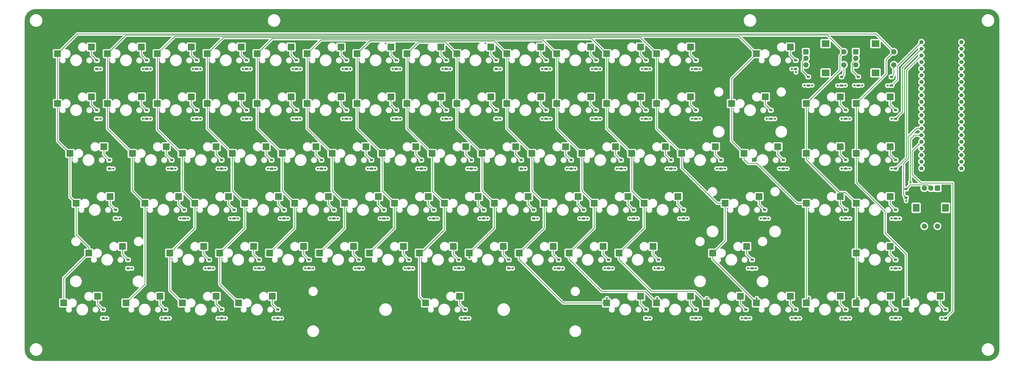
<source format=gbl>
G04 #@! TF.GenerationSoftware,KiCad,Pcbnew,8.0.7*
G04 #@! TF.CreationDate,2025-03-15T22:58:08-07:00*
G04 #@! TF.ProjectId,keyboard,6b657962-6f61-4726-942e-6b696361645f,rev?*
G04 #@! TF.SameCoordinates,Original*
G04 #@! TF.FileFunction,Copper,L2,Bot*
G04 #@! TF.FilePolarity,Positive*
%FSLAX46Y46*%
G04 Gerber Fmt 4.6, Leading zero omitted, Abs format (unit mm)*
G04 Created by KiCad (PCBNEW 8.0.7) date 2025-03-15 22:58:08*
%MOMM*%
%LPD*%
G01*
G04 APERTURE LIST*
G04 Aperture macros list*
%AMRoundRect*
0 Rectangle with rounded corners*
0 $1 Rounding radius*
0 $2 $3 $4 $5 $6 $7 $8 $9 X,Y pos of 4 corners*
0 Add a 4 corners polygon primitive as box body*
4,1,4,$2,$3,$4,$5,$6,$7,$8,$9,$2,$3,0*
0 Add four circle primitives for the rounded corners*
1,1,$1+$1,$2,$3*
1,1,$1+$1,$4,$5*
1,1,$1+$1,$6,$7*
1,1,$1+$1,$8,$9*
0 Add four rect primitives between the rounded corners*
20,1,$1+$1,$2,$3,$4,$5,0*
20,1,$1+$1,$4,$5,$6,$7,0*
20,1,$1+$1,$6,$7,$8,$9,0*
20,1,$1+$1,$8,$9,$2,$3,0*%
G04 Aperture macros list end*
G04 #@! TA.AperFunction,ComponentPad*
%ADD10R,2.000000X2.000000*%
G04 #@! TD*
G04 #@! TA.AperFunction,ComponentPad*
%ADD11C,2.000000*%
G04 #@! TD*
G04 #@! TA.AperFunction,ComponentPad*
%ADD12R,2.500000X3.000000*%
G04 #@! TD*
G04 #@! TA.AperFunction,SMDPad,CuDef*
%ADD13R,2.550000X2.500000*%
G04 #@! TD*
G04 #@! TA.AperFunction,ComponentPad*
%ADD14R,3.000000X2.500000*%
G04 #@! TD*
G04 #@! TA.AperFunction,SMDPad,CuDef*
%ADD15RoundRect,0.225000X0.375000X-0.225000X0.375000X0.225000X-0.375000X0.225000X-0.375000X-0.225000X0*%
G04 #@! TD*
G04 #@! TA.AperFunction,ComponentPad*
%ADD16C,1.524000*%
G04 #@! TD*
G04 #@! TA.AperFunction,ViaPad*
%ADD17C,0.800000*%
G04 #@! TD*
G04 #@! TA.AperFunction,Conductor*
%ADD18C,0.250000*%
G04 #@! TD*
G04 APERTURE END LIST*
D10*
X462037500Y-296506250D03*
D11*
X457037500Y-296506250D03*
X459537500Y-296506250D03*
D12*
X465137500Y-304006250D03*
X453937500Y-304006250D03*
D11*
X462037500Y-311006250D03*
X457037500Y-311006250D03*
D13*
X450115000Y-340360000D03*
X463042000Y-337820000D03*
X164365000Y-264160000D03*
X177292000Y-261620000D03*
X278665000Y-245110000D03*
X291592000Y-242570000D03*
X431065000Y-340360000D03*
X443992000Y-337820000D03*
X195321250Y-340360000D03*
X208248250Y-337820000D03*
X431065000Y-264160000D03*
X443992000Y-261620000D03*
X340577500Y-321310000D03*
X353504500Y-318770000D03*
X392965000Y-340360000D03*
X405892000Y-337820000D03*
X126265000Y-264160000D03*
X139192000Y-261620000D03*
X345340000Y-283210000D03*
X358267000Y-280670000D03*
X183415000Y-264160000D03*
X196342000Y-261620000D03*
X302477500Y-321310000D03*
X315404500Y-318770000D03*
X269140000Y-283210000D03*
X282067000Y-280670000D03*
X197702500Y-302260000D03*
X210629500Y-299720000D03*
X431065000Y-321310000D03*
X443992000Y-318770000D03*
X354865000Y-245110000D03*
X367792000Y-242570000D03*
X164365000Y-245110000D03*
X177292000Y-242570000D03*
X133408750Y-302260000D03*
X146335750Y-299720000D03*
X145315000Y-245110000D03*
X158242000Y-242570000D03*
X154840000Y-283210000D03*
X167767000Y-280670000D03*
X216752500Y-302260000D03*
X229679500Y-299720000D03*
X159602500Y-302260000D03*
X172529500Y-299720000D03*
X250090000Y-283210000D03*
X263017000Y-280670000D03*
D10*
X411850000Y-244356250D03*
D11*
X411850000Y-249356250D03*
X411850000Y-246856250D03*
D14*
X419350000Y-241256250D03*
X419350000Y-252456250D03*
D11*
X426350000Y-244356250D03*
X426350000Y-249356250D03*
D13*
X207227500Y-321310000D03*
X220154500Y-318770000D03*
X354865000Y-340360000D03*
X367792000Y-337820000D03*
X278665000Y-264160000D03*
X291592000Y-261620000D03*
X288190000Y-283210000D03*
X301117000Y-280670000D03*
X326290000Y-283210000D03*
X339217000Y-280670000D03*
X235802500Y-302260000D03*
X248729500Y-299720000D03*
X192940000Y-283210000D03*
X205867000Y-280670000D03*
X202465000Y-245110000D03*
X215392000Y-242570000D03*
X307240000Y-283210000D03*
X320167000Y-280670000D03*
X273902500Y-302260000D03*
X286829500Y-299720000D03*
X392965000Y-245110000D03*
X405892000Y-242570000D03*
X383440000Y-264160000D03*
X396367000Y-261620000D03*
X254852500Y-302260000D03*
X267779500Y-299720000D03*
X331052500Y-302260000D03*
X343979500Y-299720000D03*
X173890000Y-340360000D03*
X186817000Y-337820000D03*
X376296250Y-321310000D03*
X389223250Y-318770000D03*
X335815000Y-245110000D03*
X348742000Y-242570000D03*
X221515000Y-264160000D03*
X234442000Y-261620000D03*
X412015000Y-302260000D03*
X424942000Y-299720000D03*
X131027500Y-283210000D03*
X143954500Y-280670000D03*
X283427500Y-321310000D03*
X296354500Y-318770000D03*
X259615000Y-245110000D03*
X272542000Y-242570000D03*
X126265000Y-245110000D03*
X139192000Y-242570000D03*
X245327500Y-321310000D03*
X258254500Y-318770000D03*
X259615000Y-264160000D03*
X272542000Y-261620000D03*
X364390000Y-283210000D03*
X377317000Y-280670000D03*
X297715000Y-264160000D03*
X310642000Y-261620000D03*
X312002500Y-302260000D03*
X324929500Y-299720000D03*
X178652500Y-302260000D03*
X191579500Y-299720000D03*
X169127500Y-321310000D03*
X182054500Y-318770000D03*
X240565000Y-245110000D03*
X253492000Y-242570000D03*
X264377500Y-321310000D03*
X277304500Y-318770000D03*
X431065000Y-283210000D03*
X443992000Y-280670000D03*
X381058750Y-302260000D03*
X393985750Y-299720000D03*
X335815000Y-264160000D03*
X348742000Y-261620000D03*
X226277500Y-321310000D03*
X239204500Y-318770000D03*
X152458750Y-340360000D03*
X165385750Y-337820000D03*
X350102500Y-302260000D03*
X363029500Y-299720000D03*
X211990000Y-283210000D03*
X224917000Y-280670000D03*
X138171250Y-321310000D03*
X151098250Y-318770000D03*
X128646250Y-340360000D03*
X141573250Y-337820000D03*
D10*
X430900000Y-244356250D03*
D11*
X430900000Y-249356250D03*
X430900000Y-246856250D03*
D14*
X438400000Y-241256250D03*
X438400000Y-252456250D03*
D11*
X445400000Y-244356250D03*
X445400000Y-249356250D03*
D13*
X373915000Y-340360000D03*
X386842000Y-337820000D03*
X316765000Y-245110000D03*
X329692000Y-242570000D03*
X316765000Y-264160000D03*
X329692000Y-261620000D03*
X240565000Y-264160000D03*
X253492000Y-261620000D03*
X412015000Y-264160000D03*
X424942000Y-261620000D03*
X354865000Y-264160000D03*
X367792000Y-261620000D03*
X231040000Y-283210000D03*
X243967000Y-280670000D03*
X221515000Y-245110000D03*
X234442000Y-242570000D03*
X292952500Y-302260000D03*
X305879500Y-299720000D03*
X335815000Y-340360000D03*
X348742000Y-337820000D03*
X202465000Y-264160000D03*
X215392000Y-261620000D03*
X321527500Y-321310000D03*
X334454500Y-318770000D03*
X183415000Y-245110000D03*
X196342000Y-242570000D03*
X145315000Y-264160000D03*
X158242000Y-261620000D03*
X412015000Y-283210000D03*
X424942000Y-280670000D03*
X173890000Y-283210000D03*
X186817000Y-280670000D03*
X266758750Y-340360000D03*
X279685750Y-337820000D03*
X297715000Y-245110000D03*
X310642000Y-242570000D03*
X431065000Y-302260000D03*
X443992000Y-299720000D03*
X388202500Y-283210000D03*
X401129500Y-280670000D03*
X188177500Y-321310000D03*
X201104500Y-318770000D03*
X412015000Y-340360000D03*
X424942000Y-337820000D03*
D15*
X412750000Y-257237500D03*
X412750000Y-253937500D03*
X236537500Y-250950000D03*
X236537500Y-247650000D03*
X446087500Y-270001000D03*
X446087500Y-266701000D03*
X188912500Y-346137500D03*
X188912500Y-342837500D03*
X317500000Y-327150000D03*
X317500000Y-323850000D03*
X350837500Y-250950000D03*
X350837500Y-247650000D03*
X179387500Y-250950000D03*
X179387500Y-247650000D03*
X212725000Y-308100000D03*
X212725000Y-304800000D03*
X269875000Y-308100000D03*
X269875000Y-304800000D03*
X279400000Y-327150000D03*
X279400000Y-323850000D03*
X250825000Y-308100000D03*
X250825000Y-304800000D03*
X407987500Y-346201000D03*
X407987500Y-342901000D03*
X303212500Y-289050000D03*
X303212500Y-285750000D03*
X141287500Y-250950000D03*
X141287500Y-247650000D03*
X153193750Y-327151000D03*
X153193750Y-323851000D03*
X160337500Y-250950000D03*
X160337500Y-247650000D03*
X288925000Y-308100000D03*
X288925000Y-304800000D03*
X198437500Y-250950000D03*
X198437500Y-247650000D03*
X193675000Y-308100000D03*
X193675000Y-304800000D03*
X241300000Y-327150000D03*
X241300000Y-323850000D03*
X255587500Y-250950000D03*
X255587500Y-247650000D03*
X298450000Y-327150000D03*
X298450000Y-323850000D03*
X217487500Y-270000000D03*
X217487500Y-266700000D03*
X143668750Y-346200000D03*
X143668750Y-342900000D03*
X360362500Y-289050000D03*
X360362500Y-285750000D03*
X217487500Y-250950000D03*
X217487500Y-247650000D03*
X331787500Y-270000000D03*
X331787500Y-266700000D03*
X407987500Y-250950000D03*
X407987500Y-247650000D03*
X188912500Y-289050000D03*
X188912500Y-285750000D03*
X444500000Y-257237500D03*
X444500000Y-253937500D03*
X174625000Y-308100000D03*
X174625000Y-304800000D03*
X403225000Y-289050000D03*
X403225000Y-285750000D03*
X446087500Y-289050000D03*
X446087500Y-285750000D03*
X388937500Y-346201000D03*
X388937500Y-342901000D03*
X227012500Y-289050000D03*
X227012500Y-285750000D03*
X265112500Y-289050000D03*
X265112500Y-285750000D03*
X255587500Y-270000000D03*
X255587500Y-266700000D03*
X307975000Y-308100000D03*
X307975000Y-304800000D03*
X284162500Y-289050000D03*
X284162500Y-285750000D03*
X446087500Y-308101000D03*
X446087500Y-304801000D03*
X169862500Y-289050000D03*
X169862500Y-285750000D03*
X203200000Y-327150000D03*
X203200000Y-323850000D03*
X427037500Y-308101000D03*
X427037500Y-304801000D03*
X322262500Y-289050000D03*
X322262500Y-285750000D03*
X179387500Y-270000000D03*
X179387500Y-266700000D03*
X260350000Y-327150000D03*
X260350000Y-323850000D03*
X379412500Y-289050000D03*
X379412500Y-285750000D03*
X369887500Y-270000000D03*
X369887500Y-266700000D03*
X396081250Y-308101000D03*
X396081250Y-304801000D03*
X425450000Y-257237500D03*
X425450000Y-253937500D03*
X365125000Y-308100000D03*
X365125000Y-304800000D03*
X331787500Y-250950000D03*
X331787500Y-247650000D03*
X327025000Y-308100000D03*
X327025000Y-304800000D03*
X450056250Y-300100000D03*
X450056250Y-296800000D03*
X427037500Y-346201000D03*
X427037500Y-342901000D03*
X446087500Y-346201000D03*
X446087500Y-342901000D03*
X446087500Y-327150000D03*
X446087500Y-323850000D03*
X391318750Y-327150000D03*
X391318750Y-323850000D03*
X274637500Y-250950000D03*
X274637500Y-247650000D03*
X431800000Y-257237500D03*
X431800000Y-253937500D03*
X369887500Y-250950000D03*
X369887500Y-247650000D03*
X236537500Y-270000000D03*
X236537500Y-266700000D03*
X184150000Y-327150000D03*
X184150000Y-323850000D03*
X341312500Y-289050000D03*
X341312500Y-285750000D03*
X198437500Y-270000000D03*
X198437500Y-266700000D03*
X231775000Y-308100000D03*
X231775000Y-304800000D03*
X148431250Y-308100000D03*
X148431250Y-304800000D03*
X350837500Y-270000000D03*
X350837500Y-266700000D03*
X346075000Y-308100000D03*
X346075000Y-304800000D03*
X369887500Y-346201000D03*
X369887500Y-342901000D03*
X141287500Y-270000000D03*
X141287500Y-266700000D03*
X167481250Y-346200000D03*
X167481250Y-342900000D03*
X281781250Y-346201000D03*
X281781250Y-342901000D03*
X146050000Y-289050000D03*
X146050000Y-285750000D03*
X160337500Y-270000000D03*
X160337500Y-266700000D03*
X465137500Y-346201000D03*
X465137500Y-342901000D03*
X427037500Y-270002000D03*
X427037500Y-266702000D03*
X350837500Y-346201000D03*
X350837500Y-342901000D03*
X246062500Y-289050000D03*
X246062500Y-285750000D03*
X312737500Y-250950000D03*
X312737500Y-247650000D03*
X207962500Y-289050000D03*
X207962500Y-285750000D03*
X336550000Y-327150000D03*
X336550000Y-323850000D03*
X293687500Y-250950000D03*
X293687500Y-247650000D03*
X274637500Y-270000000D03*
X274637500Y-266700000D03*
X427037500Y-289050000D03*
X427037500Y-285750000D03*
X312737500Y-270000000D03*
X312737500Y-266700000D03*
D16*
X471170000Y-240665000D03*
X471170000Y-243205000D03*
X471170000Y-245745000D03*
X471170000Y-248285000D03*
X471170000Y-250825000D03*
X471170000Y-253365000D03*
X471170000Y-255905000D03*
X471170000Y-258445000D03*
X471170000Y-260985000D03*
X471170000Y-263525000D03*
X471170000Y-266065000D03*
X471170000Y-268605000D03*
X471170000Y-271145000D03*
X471170000Y-273685000D03*
X471170000Y-276225000D03*
X471170000Y-278765000D03*
X471170000Y-281305000D03*
X471170000Y-283845000D03*
X471170000Y-286385000D03*
X471170000Y-288925000D03*
X455930000Y-240665000D03*
X455930000Y-243205000D03*
X455930000Y-245745000D03*
X455930000Y-248285000D03*
X455930000Y-250825000D03*
X455930000Y-253365000D03*
X455930000Y-255905000D03*
X455930000Y-258445000D03*
X455930000Y-260985000D03*
X455930000Y-263525000D03*
X455930000Y-266065000D03*
X455930000Y-268605000D03*
X455930000Y-271145000D03*
X455930000Y-273685000D03*
X455930000Y-276225000D03*
X455930000Y-278765000D03*
X455930000Y-281305000D03*
X455930000Y-283845000D03*
X455930000Y-286385000D03*
X455930000Y-288925000D03*
D15*
X398462500Y-270001000D03*
X398462500Y-266701000D03*
X355600000Y-327150000D03*
X355600000Y-323850000D03*
X210343750Y-346201000D03*
X210343750Y-342901000D03*
X293687500Y-270000000D03*
X293687500Y-266700000D03*
X222250000Y-327150000D03*
X222250000Y-323850000D03*
D17*
X392811000Y-327152000D03*
X444500000Y-327152000D03*
X319024000Y-327152000D03*
X338074000Y-327152000D03*
X299974000Y-327152000D03*
X389763000Y-327152000D03*
X357124000Y-327152000D03*
X451739000Y-294259000D03*
X335026000Y-327152000D03*
X447675000Y-327152000D03*
X315976000Y-327152000D03*
X354076000Y-327152000D03*
X374015000Y-338582000D03*
X393065000Y-338582000D03*
X283464000Y-323088000D03*
X431673000Y-338582000D03*
X450850000Y-338582000D03*
X355092000Y-338582000D03*
X413004000Y-338455000D03*
X335915000Y-338582000D03*
X273177000Y-250952000D03*
X235077000Y-250952000D03*
X196977000Y-250952000D03*
X276225000Y-250952000D03*
X161798000Y-250952000D03*
X257048000Y-250952000D03*
X158877000Y-250952000D03*
X216027000Y-250952000D03*
X237998000Y-250952000D03*
X199898000Y-250952000D03*
X142748000Y-250952000D03*
X177927000Y-250952000D03*
X180848000Y-250952000D03*
X254127000Y-250952000D03*
X218948000Y-250952000D03*
X216027000Y-270002000D03*
X257048000Y-270002000D03*
X158877000Y-270002000D03*
X142748000Y-270002000D03*
X254127000Y-270002000D03*
X180848000Y-270002000D03*
X237998000Y-270002000D03*
X273177000Y-270002000D03*
X276225000Y-270002000D03*
X199898000Y-270002000D03*
X218948000Y-270002000D03*
X196977000Y-270002000D03*
X161798000Y-270002000D03*
X177927000Y-270002000D03*
X235077000Y-270002000D03*
X400050000Y-270002000D03*
X371475000Y-270002000D03*
X396875000Y-270002000D03*
X311150000Y-270002000D03*
X330200000Y-270002000D03*
X295275000Y-270002000D03*
X444500000Y-270002000D03*
X425450000Y-270002000D03*
X428625000Y-270002000D03*
X314325000Y-270002000D03*
X368300000Y-270002000D03*
X333375000Y-270002000D03*
X349250000Y-270002000D03*
X352425000Y-270002000D03*
X206502000Y-289052000D03*
X187452000Y-289052000D03*
X209423000Y-289052000D03*
X171323000Y-289052000D03*
X228473000Y-289052000D03*
X247523000Y-289052000D03*
X147574000Y-289052000D03*
X225552000Y-289052000D03*
X266573000Y-289052000D03*
X263652000Y-289052000D03*
X285750000Y-289052000D03*
X190373000Y-289052000D03*
X282702000Y-289052000D03*
X244602000Y-289052000D03*
X168402000Y-289052000D03*
X381000000Y-289052000D03*
X323850000Y-289052000D03*
X444500000Y-289052000D03*
X428625000Y-289052000D03*
X404749000Y-289052000D03*
X377825000Y-289052000D03*
X358775000Y-289052000D03*
X304800000Y-289052000D03*
X339725000Y-289052000D03*
X425450000Y-289052000D03*
X361950000Y-289052000D03*
X320675000Y-289052000D03*
X342900000Y-289052000D03*
X401701000Y-289052000D03*
X230251000Y-308102000D03*
X192151000Y-308102000D03*
X268351000Y-308102000D03*
X233299000Y-308102000D03*
X211201000Y-308102000D03*
X287401000Y-308102000D03*
X290449000Y-308102000D03*
X271399000Y-308102000D03*
X173101000Y-308102000D03*
X176149000Y-308102000D03*
X214249000Y-308102000D03*
X249301000Y-308102000D03*
X149987000Y-308102000D03*
X195199000Y-308102000D03*
X252349000Y-308102000D03*
X363601000Y-308102000D03*
X394589000Y-308102000D03*
X397637000Y-308102000D03*
X325501000Y-308102000D03*
X428625000Y-308102000D03*
X447675000Y-308102000D03*
X344551000Y-308102000D03*
X309499000Y-308102000D03*
X366649000Y-308102000D03*
X347599000Y-308102000D03*
X425450000Y-308102000D03*
X328549000Y-308102000D03*
X444500000Y-308102000D03*
X450088000Y-301371000D03*
X261874000Y-327152000D03*
X239776000Y-327152000D03*
X277876000Y-327152000D03*
X201676000Y-327152000D03*
X242824000Y-327152000D03*
X220726000Y-327152000D03*
X258826000Y-327152000D03*
X204724000Y-327152000D03*
X182626000Y-327152000D03*
X223774000Y-327152000D03*
X280924000Y-327152000D03*
X154686000Y-327152000D03*
X185674000Y-327152000D03*
X280289000Y-346202000D03*
X283337000Y-346202000D03*
X169037000Y-346202000D03*
X190373000Y-346202000D03*
X187452000Y-346202000D03*
X208788000Y-346202000D03*
X211836000Y-346202000D03*
X145161000Y-346202000D03*
X165989000Y-346202000D03*
X368300000Y-346202000D03*
X444500000Y-346202000D03*
X406400000Y-346202000D03*
X371475000Y-346202000D03*
X387350000Y-346202000D03*
X463550000Y-346202000D03*
X390525000Y-346202000D03*
X428625000Y-346202000D03*
X425450000Y-346202000D03*
X409575000Y-346202000D03*
X352425000Y-346202000D03*
X447675000Y-346202000D03*
X349250000Y-250952000D03*
X411226000Y-257175000D03*
X426974000Y-257175000D03*
X423926000Y-257302000D03*
X414274000Y-257175000D03*
X442976000Y-257302000D03*
X368300000Y-250952000D03*
X333375000Y-250952000D03*
X311150000Y-250952000D03*
X433324000Y-257175000D03*
X408051000Y-252222000D03*
X314325000Y-250952000D03*
X330200000Y-250952000D03*
X371475000Y-250952000D03*
X406400000Y-250952000D03*
X430276000Y-257175000D03*
X352425000Y-250952000D03*
X295275000Y-250952000D03*
D18*
X139192000Y-242570000D02*
X139192000Y-245554500D01*
X139192000Y-245554500D02*
X141287500Y-247650000D01*
X177292000Y-242570000D02*
X177292000Y-245554500D01*
X177292000Y-245554500D02*
X179387500Y-247650000D01*
X196342000Y-245554500D02*
X198437500Y-247650000D01*
X196342000Y-242570000D02*
X196342000Y-245554500D01*
X215392000Y-245554500D02*
X217487500Y-247650000D01*
X215392000Y-242570000D02*
X215392000Y-245554500D01*
X234442000Y-245554500D02*
X236537500Y-247650000D01*
X234442000Y-242570000D02*
X234442000Y-245554500D01*
X253492000Y-245554500D02*
X255587500Y-247650000D01*
X253492000Y-242570000D02*
X253492000Y-245554500D01*
X272542000Y-242570000D02*
X272542000Y-245554500D01*
X272542000Y-245554500D02*
X274637500Y-247650000D01*
X291592000Y-245554500D02*
X293687500Y-247650000D01*
X291592000Y-242570000D02*
X291592000Y-245554500D01*
X310642000Y-242570000D02*
X310642000Y-245554500D01*
X310642000Y-245554500D02*
X312737500Y-247650000D01*
X329692000Y-242570000D02*
X329692000Y-245554500D01*
X329692000Y-245554500D02*
X331787500Y-247650000D01*
X348742000Y-242570000D02*
X348742000Y-245554500D01*
X348742000Y-245554500D02*
X350837500Y-247650000D01*
X367792000Y-242570000D02*
X367792000Y-245554500D01*
X367792000Y-245554500D02*
X369887500Y-247650000D01*
X405892000Y-242570000D02*
X405892000Y-245554500D01*
X405892000Y-245554500D02*
X407987500Y-247650000D01*
X139192000Y-261620000D02*
X139192000Y-264604500D01*
X139192000Y-264604500D02*
X141287500Y-266700000D01*
X177292000Y-264604500D02*
X179387500Y-266700000D01*
X177292000Y-261620000D02*
X177292000Y-264604500D01*
X196342000Y-264604500D02*
X198437500Y-266700000D01*
X196342000Y-261620000D02*
X196342000Y-264604500D01*
X215392000Y-264604500D02*
X217487500Y-266700000D01*
X215392000Y-261620000D02*
X215392000Y-264604500D01*
X234442000Y-261620000D02*
X234442000Y-264604500D01*
X234442000Y-264604500D02*
X236537500Y-266700000D01*
X253492000Y-261620000D02*
X253492000Y-264604500D01*
X253492000Y-264604500D02*
X255587500Y-266700000D01*
X272542000Y-264604500D02*
X274637500Y-266700000D01*
X272542000Y-261620000D02*
X272542000Y-264604500D01*
X291592000Y-261620000D02*
X291592000Y-264604500D01*
X291592000Y-264604500D02*
X293687500Y-266700000D01*
X310642000Y-264604500D02*
X312737500Y-266700000D01*
X310642000Y-261620000D02*
X310642000Y-264604500D01*
X329692000Y-261620000D02*
X329692000Y-264604500D01*
X329692000Y-264604500D02*
X331787500Y-266700000D01*
X348742000Y-264604500D02*
X350837500Y-266700000D01*
X348742000Y-261620000D02*
X348742000Y-264604500D01*
X367792000Y-264604500D02*
X369887500Y-266700000D01*
X367792000Y-261620000D02*
X367792000Y-264604500D01*
X396367000Y-264542000D02*
X398462500Y-266637500D01*
X396367000Y-261620000D02*
X396367000Y-264542000D01*
X424942000Y-261620000D02*
X424942000Y-264542000D01*
X424942000Y-264542000D02*
X427037500Y-266637500D01*
X443992000Y-261620000D02*
X443992000Y-264542000D01*
X443992000Y-264542000D02*
X446087500Y-266637500D01*
X143954500Y-280670000D02*
X143954500Y-283654500D01*
X143954500Y-283654500D02*
X146050000Y-285750000D01*
X186817000Y-280670000D02*
X186817000Y-283654500D01*
X186817000Y-283654500D02*
X188912500Y-285750000D01*
X205867000Y-280670000D02*
X205867000Y-283654500D01*
X205867000Y-283654500D02*
X207962500Y-285750000D01*
X224917000Y-280670000D02*
X224917000Y-283654500D01*
X224917000Y-283654500D02*
X227012500Y-285750000D01*
X243967000Y-283654500D02*
X246062500Y-285750000D01*
X243967000Y-280670000D02*
X243967000Y-283654500D01*
X263017000Y-280670000D02*
X263017000Y-283654500D01*
X263017000Y-283654500D02*
X265112500Y-285750000D01*
X282067000Y-283654500D02*
X284162500Y-285750000D01*
X282067000Y-280670000D02*
X282067000Y-283654500D01*
X301117000Y-280670000D02*
X301117000Y-283654500D01*
X301117000Y-283654500D02*
X303212500Y-285750000D01*
X320167000Y-283654500D02*
X322262500Y-285750000D01*
X320167000Y-280670000D02*
X320167000Y-283654500D01*
X339217000Y-283654500D02*
X341312500Y-285750000D01*
X339217000Y-280670000D02*
X339217000Y-283654500D01*
X358267000Y-280670000D02*
X358267000Y-283654500D01*
X358267000Y-283654500D02*
X360362500Y-285750000D01*
X377317000Y-283654500D02*
X379412500Y-285750000D01*
X377317000Y-280670000D02*
X377317000Y-283654500D01*
X401129500Y-283654500D02*
X403225000Y-285750000D01*
X401129500Y-280670000D02*
X401129500Y-283654500D01*
X424942000Y-280670000D02*
X424942000Y-283654500D01*
X424942000Y-283654500D02*
X427037500Y-285750000D01*
X443992000Y-280670000D02*
X443992000Y-283654500D01*
X443992000Y-283654500D02*
X446087500Y-285750000D01*
X146335750Y-302704500D02*
X148431250Y-304800000D01*
X146335750Y-299720000D02*
X146335750Y-302704500D01*
X191579500Y-302704500D02*
X193675000Y-304800000D01*
X191579500Y-299720000D02*
X191579500Y-302704500D01*
X210629500Y-299720000D02*
X210629500Y-302704500D01*
X210629500Y-302704500D02*
X212725000Y-304800000D01*
X229679500Y-302704500D02*
X231775000Y-304800000D01*
X229679500Y-299720000D02*
X229679500Y-302704500D01*
X248729500Y-299720000D02*
X248729500Y-302704500D01*
X248729500Y-302704500D02*
X250825000Y-304800000D01*
X267779500Y-299720000D02*
X267779500Y-302704500D01*
X267779500Y-302704500D02*
X269875000Y-304800000D01*
X286829500Y-299720000D02*
X286829500Y-302704500D01*
X286829500Y-302704500D02*
X288925000Y-304800000D01*
X305879500Y-299720000D02*
X305879500Y-302704500D01*
X305879500Y-302704500D02*
X307975000Y-304800000D01*
X324929500Y-302704500D02*
X327025000Y-304800000D01*
X324929500Y-299720000D02*
X324929500Y-302704500D01*
X343979500Y-299720000D02*
X343979500Y-302704500D01*
X343979500Y-302704500D02*
X346075000Y-304800000D01*
X363029500Y-302704500D02*
X365125000Y-304800000D01*
X363029500Y-299720000D02*
X363029500Y-302704500D01*
X393985750Y-299720000D02*
X393985750Y-302642000D01*
X393985750Y-302642000D02*
X396081250Y-304737500D01*
X424942000Y-302642000D02*
X427037500Y-304737500D01*
X424942000Y-299720000D02*
X424942000Y-302642000D01*
X443992000Y-299720000D02*
X443992000Y-302642000D01*
X443992000Y-302642000D02*
X446087500Y-304737500D01*
X151098250Y-318770000D02*
X151098250Y-321755500D01*
X151098250Y-321755500D02*
X153193750Y-323851000D01*
X182054500Y-318770000D02*
X182054500Y-321754500D01*
X182054500Y-321754500D02*
X184150000Y-323850000D01*
X220154500Y-321754500D02*
X222250000Y-323850000D01*
X220154500Y-318770000D02*
X220154500Y-321754500D01*
X239204500Y-321754500D02*
X241300000Y-323850000D01*
X239204500Y-318770000D02*
X239204500Y-321754500D01*
X258254500Y-318770000D02*
X258254500Y-321754500D01*
X258254500Y-321754500D02*
X260350000Y-323850000D01*
X277304500Y-321754500D02*
X279400000Y-323850000D01*
X277304500Y-318770000D02*
X277304500Y-321754500D01*
X296354500Y-321754500D02*
X298450000Y-323850000D01*
X296354500Y-318770000D02*
X296354500Y-321754500D01*
X357122000Y-327150000D02*
X357124000Y-327152000D01*
X447673000Y-327150000D02*
X447675000Y-327152000D01*
X453263000Y-276225000D02*
X455930000Y-276225000D01*
X391316750Y-327152000D02*
X391318750Y-327150000D01*
X354076000Y-327152000D02*
X355598000Y-327152000D01*
X315976000Y-327152000D02*
X317498000Y-327152000D01*
X391318750Y-327150000D02*
X392809000Y-327150000D01*
X444500000Y-327152000D02*
X446085500Y-327152000D01*
X392809000Y-327150000D02*
X392811000Y-327152000D01*
X355600000Y-327150000D02*
X357122000Y-327150000D01*
X451739000Y-277749000D02*
X453263000Y-276225000D01*
X317500000Y-327150000D02*
X319022000Y-327150000D01*
X317498000Y-327152000D02*
X317500000Y-327150000D01*
X298450000Y-327150000D02*
X299972000Y-327150000D01*
X338072000Y-327150000D02*
X338074000Y-327152000D01*
X355598000Y-327152000D02*
X355600000Y-327150000D01*
X446087500Y-327150000D02*
X447673000Y-327150000D01*
X336548000Y-327152000D02*
X336550000Y-327150000D01*
X451739000Y-294259000D02*
X451739000Y-277749000D01*
X389763000Y-327152000D02*
X391316750Y-327152000D01*
X335026000Y-327152000D02*
X336548000Y-327152000D01*
X446085500Y-327152000D02*
X446087500Y-327150000D01*
X299972000Y-327150000D02*
X299974000Y-327152000D01*
X336550000Y-327150000D02*
X338072000Y-327150000D01*
X319022000Y-327150000D02*
X319024000Y-327152000D01*
X315404500Y-321754500D02*
X317500000Y-323850000D01*
X315404500Y-318770000D02*
X315404500Y-321754500D01*
X334454500Y-318770000D02*
X334454500Y-321754500D01*
X334454500Y-321754500D02*
X336550000Y-323850000D01*
X353504500Y-321754500D02*
X355600000Y-323850000D01*
X353504500Y-318770000D02*
X353504500Y-321754500D01*
X389223250Y-321754500D02*
X391318750Y-323850000D01*
X389223250Y-318770000D02*
X389223250Y-321754500D01*
X443992000Y-318770000D02*
X443992000Y-321754500D01*
X443992000Y-321754500D02*
X446087500Y-323850000D01*
X141573250Y-337820000D02*
X141573250Y-340804500D01*
X141573250Y-340804500D02*
X143668750Y-342900000D01*
X186817000Y-340742000D02*
X188912500Y-342837500D01*
X186817000Y-337820000D02*
X186817000Y-340742000D01*
X208248250Y-337820000D02*
X208248250Y-340805500D01*
X208248250Y-340805500D02*
X210343750Y-342901000D01*
X279685750Y-337820000D02*
X279685750Y-340805500D01*
X279685750Y-340805500D02*
X281781250Y-342901000D01*
X348742000Y-337820000D02*
X348742000Y-340742000D01*
X348742000Y-340742000D02*
X350837500Y-342837500D01*
X367792000Y-337820000D02*
X367792000Y-340742000D01*
X367792000Y-340742000D02*
X369887500Y-342837500D01*
X386842000Y-340742000D02*
X388937500Y-342837500D01*
X386842000Y-337820000D02*
X386842000Y-340742000D01*
X405892000Y-340742000D02*
X407987500Y-342837500D01*
X405892000Y-337820000D02*
X405892000Y-340742000D01*
X424942000Y-337820000D02*
X424942000Y-340742000D01*
X424942000Y-340742000D02*
X427037500Y-342837500D01*
X443992000Y-337820000D02*
X443992000Y-340742000D01*
X443992000Y-340742000D02*
X446087500Y-342837500D01*
X463042000Y-337820000D02*
X463042000Y-340805500D01*
X463042000Y-340805500D02*
X465137500Y-342901000D01*
X411850000Y-246856250D02*
X410525000Y-248181250D01*
X410525000Y-248181250D02*
X410525000Y-251712500D01*
X410525000Y-251712500D02*
X412750000Y-253937500D01*
X426350000Y-253037500D02*
X425450000Y-253937500D01*
X426350000Y-249356250D02*
X426350000Y-253037500D01*
X429575000Y-251712500D02*
X431800000Y-253937500D01*
X430900000Y-246856250D02*
X430900000Y-247407000D01*
X430900000Y-247407000D02*
X429575000Y-248732000D01*
X429575000Y-248732000D02*
X429575000Y-251712500D01*
X445400000Y-253037500D02*
X444500000Y-253937500D01*
X445400000Y-249356250D02*
X445400000Y-253037500D01*
X345340000Y-283210000D02*
X335815000Y-273685000D01*
X350102500Y-302260000D02*
X345340000Y-297497500D01*
X345340000Y-297497500D02*
X345340000Y-283210000D01*
X340577500Y-321310000D02*
X340577500Y-323612767D01*
X352909733Y-335945000D02*
X369500000Y-335945000D01*
X330050000Y-239345000D02*
X208230000Y-239345000D01*
X208230000Y-239345000D02*
X202465000Y-245110000D01*
X373915000Y-340360000D02*
X373915000Y-338682000D01*
X335815000Y-245110000D02*
X330050000Y-239345000D01*
X202465000Y-245110000D02*
X202465000Y-264160000D01*
X369500000Y-335945000D02*
X373915000Y-340360000D01*
X335815000Y-264160000D02*
X335815000Y-245110000D01*
X340577500Y-323612767D02*
X352909733Y-335945000D01*
X216752500Y-311785000D02*
X207227500Y-321310000D01*
X202465000Y-273685000D02*
X211990000Y-283210000D01*
X202465000Y-264160000D02*
X202465000Y-273685000D01*
X335815000Y-273685000D02*
X335815000Y-264160000D01*
X216752500Y-302260000D02*
X216752500Y-311785000D01*
X350102500Y-311785000D02*
X350102500Y-302260000D01*
X373915000Y-338682000D02*
X374015000Y-338582000D01*
X340577500Y-321310000D02*
X350102500Y-311785000D01*
X211990000Y-297497500D02*
X216752500Y-302260000D01*
X211990000Y-283210000D02*
X211990000Y-297497500D01*
X354865000Y-273685000D02*
X364390000Y-283210000D01*
X183415000Y-245110000D02*
X189630000Y-238895000D01*
X364390000Y-288684842D02*
X377965158Y-302260000D01*
X183415000Y-273685000D02*
X183415000Y-264160000D01*
X348650000Y-238895000D02*
X354865000Y-245110000D01*
X364390000Y-283210000D02*
X364390000Y-288684842D01*
X197702500Y-311785000D02*
X188177500Y-321310000D01*
X189630000Y-238895000D02*
X348650000Y-238895000D01*
X192940000Y-283210000D02*
X183415000Y-273685000D01*
X392965000Y-340281517D02*
X392965000Y-340360000D01*
X377965158Y-302260000D02*
X381058750Y-302260000D01*
X197702500Y-302260000D02*
X197702500Y-311785000D01*
X183415000Y-264160000D02*
X183415000Y-245110000D01*
X354865000Y-245110000D02*
X354865000Y-264160000D01*
X376296250Y-323612767D02*
X392965000Y-340281517D01*
X381058750Y-302260000D02*
X381058750Y-316547500D01*
X381058750Y-316547500D02*
X376296250Y-321310000D01*
X354865000Y-264160000D02*
X354865000Y-273685000D01*
X376296250Y-321310000D02*
X376296250Y-323612767D01*
X392965000Y-340360000D02*
X392965000Y-338682000D01*
X195321250Y-340360000D02*
X188177500Y-333216250D01*
X392965000Y-338682000D02*
X393065000Y-338582000D01*
X192940000Y-297497500D02*
X192940000Y-283210000D01*
X197702500Y-302260000D02*
X192940000Y-297497500D01*
X188177500Y-333216250D02*
X188177500Y-321310000D01*
X269140000Y-283210000D02*
X269379500Y-283449500D01*
X278665000Y-264160000D02*
X278665000Y-273685000D01*
X283427500Y-321310000D02*
X283427500Y-323051500D01*
X265000850Y-321310000D02*
X264377500Y-321310000D01*
X278665000Y-245110000D02*
X278665000Y-264160000D01*
X259615000Y-245110000D02*
X264030000Y-240695000D01*
X278665000Y-273685000D02*
X288190000Y-283210000D01*
X264377500Y-337978750D02*
X266758750Y-340360000D01*
X273902500Y-302260000D02*
X273902500Y-312408350D01*
X292952500Y-311785000D02*
X283427500Y-321310000D01*
X259615000Y-264160000D02*
X259615000Y-273685000D01*
X273902500Y-312408350D02*
X265000850Y-321310000D01*
X269379500Y-283449500D02*
X269379500Y-297737000D01*
X292952500Y-302260000D02*
X292952500Y-311785000D01*
X288190000Y-297497500D02*
X292952500Y-302260000D01*
X274250000Y-240695000D02*
X278665000Y-245110000D01*
X259615000Y-273685000D02*
X269140000Y-283210000D01*
X259615000Y-245110000D02*
X259615000Y-264160000D01*
X283427500Y-323051500D02*
X283464000Y-323088000D01*
X264030000Y-240695000D02*
X274250000Y-240695000D01*
X288190000Y-283210000D02*
X288190000Y-297497500D01*
X264377500Y-321310000D02*
X264377500Y-337978750D01*
X269379500Y-297737000D02*
X273902500Y-302260000D01*
X145315000Y-264160000D02*
X145315000Y-273685000D01*
X152430000Y-237995000D02*
X419988750Y-237995000D01*
X412015000Y-285650000D02*
X424510000Y-298145000D01*
X154840000Y-283210000D02*
X154840000Y-297497500D01*
X412015000Y-283210000D02*
X412015000Y-285650000D01*
X145315000Y-273685000D02*
X154840000Y-283210000D01*
X426950000Y-298145000D02*
X431065000Y-302260000D01*
X424510000Y-298145000D02*
X426950000Y-298145000D01*
X159602500Y-333216250D02*
X152458750Y-340360000D01*
X145315000Y-245110000D02*
X145315000Y-264160000D01*
X424840948Y-245865302D02*
X424840948Y-251334052D01*
X431065000Y-339190000D02*
X431673000Y-338582000D01*
X431065000Y-321310000D02*
X431065000Y-340360000D01*
X154840000Y-297497500D02*
X159602500Y-302260000D01*
X431065000Y-340360000D02*
X431065000Y-339190000D01*
X424840948Y-251334052D02*
X412015000Y-264160000D01*
X159602500Y-302260000D02*
X159602500Y-333216250D01*
X145315000Y-245110000D02*
X152430000Y-237995000D01*
X431065000Y-302260000D02*
X431065000Y-321310000D01*
X426350000Y-244356250D02*
X424840948Y-245865302D01*
X412015000Y-264160000D02*
X412015000Y-283210000D01*
X419988750Y-237995000D02*
X426350000Y-244356250D01*
X450115000Y-339317000D02*
X450850000Y-338582000D01*
X442087000Y-305386869D02*
X442087000Y-313690000D01*
X138171250Y-321310000D02*
X128646250Y-330835000D01*
X450115000Y-340360000D02*
X450115000Y-339317000D01*
X450115000Y-321718000D02*
X450115000Y-340360000D01*
X442392000Y-252833000D02*
X431065000Y-264160000D01*
X445400000Y-244356250D02*
X442392000Y-247364250D01*
X126265000Y-264160000D02*
X126265000Y-278447500D01*
X126265000Y-245110000D02*
X133830000Y-237545000D01*
X133408750Y-302260000D02*
X133408750Y-314269908D01*
X442392000Y-247364250D02*
X442392000Y-252833000D01*
X438588750Y-237545000D02*
X445400000Y-244356250D01*
X431065000Y-294364869D02*
X442087000Y-305386869D01*
X133408750Y-314269908D02*
X138171250Y-319032408D01*
X431065000Y-264160000D02*
X431065000Y-283210000D01*
X131027500Y-299878750D02*
X133408750Y-302260000D01*
X138171250Y-319032408D02*
X138171250Y-321310000D01*
X133830000Y-237545000D02*
X438588750Y-237545000D01*
X431065000Y-283210000D02*
X431065000Y-294364869D01*
X442087000Y-313690000D02*
X450115000Y-321718000D01*
X128646250Y-330835000D02*
X128646250Y-340360000D01*
X131027500Y-283210000D02*
X131027500Y-299878750D01*
X126265000Y-278447500D02*
X131027500Y-283210000D01*
X126265000Y-245110000D02*
X126265000Y-264160000D01*
X331052500Y-302260000D02*
X331052500Y-311785000D01*
X221515000Y-264160000D02*
X221515000Y-245110000D01*
X226830000Y-239795000D02*
X311450000Y-239795000D01*
X321527500Y-321310000D02*
X321527500Y-323612767D01*
X311450000Y-239795000D02*
X316765000Y-245110000D01*
X221515000Y-273685000D02*
X221515000Y-264160000D01*
X354865000Y-338809000D02*
X355092000Y-338582000D01*
X316765000Y-264160000D02*
X316765000Y-273685000D01*
X333859733Y-335945000D02*
X350450000Y-335945000D01*
X321527500Y-323612767D02*
X333859733Y-335945000D01*
X316765000Y-245110000D02*
X316765000Y-264160000D01*
X326290000Y-283210000D02*
X326290000Y-297497500D01*
X350450000Y-335945000D02*
X354865000Y-340360000D01*
X331052500Y-311785000D02*
X321527500Y-321310000D01*
X231040000Y-297497500D02*
X231040000Y-283210000D01*
X326290000Y-297497500D02*
X331052500Y-302260000D01*
X235802500Y-302260000D02*
X231040000Y-297497500D01*
X235802500Y-311785000D02*
X226277500Y-321310000D01*
X221515000Y-245110000D02*
X226830000Y-239795000D01*
X235802500Y-302260000D02*
X235802500Y-311785000D01*
X316765000Y-273685000D02*
X326290000Y-283210000D01*
X231040000Y-283210000D02*
X221515000Y-273685000D01*
X354865000Y-340360000D02*
X354865000Y-338809000D01*
X178652500Y-302260000D02*
X178652500Y-311785000D01*
X173482000Y-283210000D02*
X173890000Y-283210000D01*
X388202500Y-285512767D02*
X388202500Y-283210000D01*
X173890000Y-297497500D02*
X178652500Y-302260000D01*
X178652500Y-311785000D02*
X169127500Y-321310000D01*
X169127500Y-335597500D02*
X169127500Y-321310000D01*
X164365000Y-245110000D02*
X164365000Y-264160000D01*
X171030000Y-238445000D02*
X386300000Y-238445000D01*
X383440000Y-254635000D02*
X392965000Y-245110000D01*
X173890000Y-283210000D02*
X173890000Y-297497500D01*
X164365000Y-264160000D02*
X164365000Y-274093000D01*
X393187369Y-287000000D02*
X389689733Y-287000000D01*
X412015000Y-340360000D02*
X412015000Y-302260000D01*
X388202500Y-283210000D02*
X383440000Y-278447500D01*
X383440000Y-264160000D02*
X383440000Y-254635000D01*
X386300000Y-238445000D02*
X392965000Y-245110000D01*
X412015000Y-339444000D02*
X413004000Y-338455000D01*
X412015000Y-302260000D02*
X408447369Y-302260000D01*
X173890000Y-340360000D02*
X169127500Y-335597500D01*
X412015000Y-340360000D02*
X412015000Y-339444000D01*
X383440000Y-278447500D02*
X383440000Y-264160000D01*
X389689733Y-287000000D02*
X388202500Y-285512767D01*
X164365000Y-245110000D02*
X171030000Y-238445000D01*
X164365000Y-274093000D02*
X173482000Y-283210000D01*
X408447369Y-302260000D02*
X393187369Y-287000000D01*
X297715000Y-273685000D02*
X297715000Y-264160000D01*
X254852500Y-302260000D02*
X254852500Y-311785000D01*
X240565000Y-273685000D02*
X250090000Y-283210000D01*
X302477500Y-323612767D02*
X319224733Y-340360000D01*
X319224733Y-340360000D02*
X335815000Y-340360000D01*
X254852500Y-311785000D02*
X245327500Y-321310000D01*
X250090000Y-283210000D02*
X250090000Y-297497500D01*
X312002500Y-311785000D02*
X302477500Y-321310000D01*
X335815000Y-340360000D02*
X335815000Y-338682000D01*
X250090000Y-297497500D02*
X254852500Y-302260000D01*
X312002500Y-302260000D02*
X312002500Y-311785000D01*
X240565000Y-264160000D02*
X240565000Y-273685000D01*
X302477500Y-321310000D02*
X302477500Y-323612767D01*
X307240000Y-283210000D02*
X297715000Y-273685000D01*
X312002500Y-302260000D02*
X307240000Y-297497500D01*
X335815000Y-338682000D02*
X335915000Y-338582000D01*
X307240000Y-297497500D02*
X307240000Y-283210000D01*
X240565000Y-245110000D02*
X240565000Y-264160000D01*
X297715000Y-264160000D02*
X297715000Y-245110000D01*
X292850000Y-240245000D02*
X297715000Y-245110000D01*
X245430000Y-240245000D02*
X292850000Y-240245000D01*
X240565000Y-245110000D02*
X245430000Y-240245000D01*
X179385500Y-250952000D02*
X179387500Y-250950000D01*
X237996000Y-250950000D02*
X237998000Y-250952000D01*
X276223000Y-250950000D02*
X276225000Y-250952000D01*
X217487500Y-250950000D02*
X218946000Y-250950000D01*
X196977000Y-250952000D02*
X198435500Y-250952000D01*
X274635500Y-250952000D02*
X274637500Y-250950000D01*
X142746000Y-250950000D02*
X142748000Y-250952000D01*
X254127000Y-250952000D02*
X255585500Y-250952000D01*
X160335500Y-250952000D02*
X160337500Y-250950000D01*
X274637500Y-250950000D02*
X276223000Y-250950000D01*
X158877000Y-250952000D02*
X160335500Y-250952000D01*
X235077000Y-250952000D02*
X236535500Y-250952000D01*
X216027000Y-250952000D02*
X217485500Y-250952000D01*
X180846000Y-250950000D02*
X180848000Y-250952000D01*
X217485500Y-250952000D02*
X217487500Y-250950000D01*
X141287500Y-250950000D02*
X142746000Y-250950000D01*
X273177000Y-250952000D02*
X274635500Y-250952000D01*
X160337500Y-250950000D02*
X161796000Y-250950000D01*
X257046000Y-250950000D02*
X257048000Y-250952000D01*
X177927000Y-250952000D02*
X179385500Y-250952000D01*
X161796000Y-250950000D02*
X161798000Y-250952000D01*
X255587500Y-250950000D02*
X257046000Y-250950000D01*
X179387500Y-250950000D02*
X180846000Y-250950000D01*
X255585500Y-250952000D02*
X255587500Y-250950000D01*
X236535500Y-250952000D02*
X236537500Y-250950000D01*
X198435500Y-250952000D02*
X198437500Y-250950000D01*
X218946000Y-250950000D02*
X218948000Y-250952000D01*
X199896000Y-250950000D02*
X199898000Y-250952000D01*
X198437500Y-250950000D02*
X199896000Y-250950000D01*
X236537500Y-250950000D02*
X237996000Y-250950000D01*
X237996000Y-270000000D02*
X237998000Y-270002000D01*
X216027000Y-270002000D02*
X217485500Y-270002000D01*
X217487500Y-270000000D02*
X218946000Y-270000000D01*
X161796000Y-270000000D02*
X161798000Y-270002000D01*
X276223000Y-270000000D02*
X276225000Y-270002000D01*
X274637500Y-270000000D02*
X276223000Y-270000000D01*
X274635500Y-270002000D02*
X274637500Y-270000000D01*
X198437500Y-270000000D02*
X199896000Y-270000000D01*
X180846000Y-270000000D02*
X180848000Y-270002000D01*
X160337500Y-270000000D02*
X161796000Y-270000000D01*
X179387500Y-270000000D02*
X180846000Y-270000000D01*
X177927000Y-270002000D02*
X179385500Y-270002000D01*
X257046000Y-270000000D02*
X257048000Y-270002000D01*
X235077000Y-270002000D02*
X236535500Y-270002000D01*
X179385500Y-270002000D02*
X179387500Y-270000000D01*
X141287500Y-270000000D02*
X142746000Y-270000000D01*
X217485500Y-270002000D02*
X217487500Y-270000000D01*
X255587500Y-270000000D02*
X257046000Y-270000000D01*
X254127000Y-270002000D02*
X255585500Y-270002000D01*
X236535500Y-270002000D02*
X236537500Y-270000000D01*
X142746000Y-270000000D02*
X142748000Y-270002000D01*
X199896000Y-270000000D02*
X199898000Y-270002000D01*
X236537500Y-270000000D02*
X237996000Y-270000000D01*
X158877000Y-270002000D02*
X160335500Y-270002000D01*
X218946000Y-270000000D02*
X218948000Y-270002000D01*
X198435500Y-270002000D02*
X198437500Y-270000000D01*
X273177000Y-270002000D02*
X274635500Y-270002000D01*
X255585500Y-270002000D02*
X255587500Y-270000000D01*
X160335500Y-270002000D02*
X160337500Y-270000000D01*
X196977000Y-270002000D02*
X198435500Y-270002000D01*
X312735500Y-270002000D02*
X312737500Y-270000000D01*
X350837500Y-270000000D02*
X352423000Y-270000000D01*
X333373000Y-270000000D02*
X333375000Y-270002000D01*
X314323000Y-270000000D02*
X314325000Y-270002000D01*
X369887500Y-270000000D02*
X371473000Y-270000000D01*
X444500000Y-270002000D02*
X446086500Y-270002000D01*
X311150000Y-270002000D02*
X312735500Y-270002000D01*
X295273000Y-270000000D02*
X295275000Y-270002000D01*
X448691000Y-267334000D02*
X448691000Y-250444000D01*
X350835500Y-270002000D02*
X350837500Y-270000000D01*
X349250000Y-270002000D02*
X350835500Y-270002000D01*
X400049000Y-270001000D02*
X400050000Y-270002000D01*
X331785500Y-270002000D02*
X331787500Y-270000000D01*
X312737500Y-270000000D02*
X314323000Y-270000000D01*
X446087500Y-269937500D02*
X448691000Y-267334000D01*
X371473000Y-270000000D02*
X371475000Y-270002000D01*
X398398000Y-270002000D02*
X398462500Y-269937500D01*
X369885500Y-270002000D02*
X369887500Y-270000000D01*
X293687500Y-270000000D02*
X295273000Y-270000000D01*
X331787500Y-270000000D02*
X333373000Y-270000000D01*
X446086500Y-270002000D02*
X446087500Y-270001000D01*
X368300000Y-270002000D02*
X369885500Y-270002000D01*
X427037500Y-270002000D02*
X428625000Y-270002000D01*
X352423000Y-270000000D02*
X352425000Y-270002000D01*
X398462500Y-270001000D02*
X400049000Y-270001000D01*
X330200000Y-270002000D02*
X331785500Y-270002000D01*
X425450000Y-270002000D02*
X427037500Y-270002000D01*
X448691000Y-250444000D02*
X455930000Y-243205000D01*
X396875000Y-270002000D02*
X398398000Y-270002000D01*
X284160500Y-289052000D02*
X284162500Y-289050000D01*
X225552000Y-289052000D02*
X227010500Y-289052000D01*
X169862500Y-289050000D02*
X171321000Y-289050000D01*
X227012500Y-289050000D02*
X228471000Y-289050000D01*
X168402000Y-289052000D02*
X169860500Y-289052000D01*
X228471000Y-289050000D02*
X228473000Y-289052000D01*
X244602000Y-289052000D02*
X246060500Y-289052000D01*
X246062500Y-289050000D02*
X247521000Y-289050000D01*
X265112500Y-289050000D02*
X266571000Y-289050000D01*
X190371000Y-289050000D02*
X190373000Y-289052000D01*
X209421000Y-289050000D02*
X209423000Y-289052000D01*
X282702000Y-289052000D02*
X284160500Y-289052000D01*
X266571000Y-289050000D02*
X266573000Y-289052000D01*
X246060500Y-289052000D02*
X246062500Y-289050000D01*
X284162500Y-289050000D02*
X285748000Y-289050000D01*
X171321000Y-289050000D02*
X171323000Y-289052000D01*
X285748000Y-289050000D02*
X285750000Y-289052000D01*
X207960500Y-289052000D02*
X207962500Y-289050000D01*
X187452000Y-289052000D02*
X188910500Y-289052000D01*
X263652000Y-289052000D02*
X265110500Y-289052000D01*
X247521000Y-289050000D02*
X247523000Y-289052000D01*
X188912500Y-289050000D02*
X190371000Y-289050000D01*
X188910500Y-289052000D02*
X188912500Y-289050000D01*
X265110500Y-289052000D02*
X265112500Y-289050000D01*
X146050000Y-289050000D02*
X147572000Y-289050000D01*
X206502000Y-289052000D02*
X207960500Y-289052000D01*
X169860500Y-289052000D02*
X169862500Y-289050000D01*
X207962500Y-289050000D02*
X209421000Y-289050000D01*
X227010500Y-289052000D02*
X227012500Y-289050000D01*
X147572000Y-289050000D02*
X147574000Y-289052000D01*
X427037500Y-289050000D02*
X428623000Y-289050000D01*
X379410500Y-289052000D02*
X379412500Y-289050000D01*
X428623000Y-289050000D02*
X428625000Y-289052000D01*
X341310500Y-289052000D02*
X341312500Y-289050000D01*
X425450000Y-289052000D02*
X427035500Y-289052000D01*
X380998000Y-289050000D02*
X381000000Y-289052000D01*
X446085500Y-289052000D02*
X446087500Y-289050000D01*
X342898000Y-289050000D02*
X342900000Y-289052000D01*
X379412500Y-289050000D02*
X380998000Y-289050000D01*
X361948000Y-289050000D02*
X361950000Y-289052000D01*
X360362500Y-289050000D02*
X361948000Y-289050000D01*
X358775000Y-289052000D02*
X360360500Y-289052000D01*
X446087500Y-289050000D02*
X450215000Y-284922500D01*
X322260500Y-289052000D02*
X322262500Y-289050000D01*
X322262500Y-289050000D02*
X323848000Y-289050000D01*
X320675000Y-289052000D02*
X322260500Y-289052000D01*
X341312500Y-289050000D02*
X342898000Y-289050000D01*
X403223000Y-289052000D02*
X403225000Y-289050000D01*
X304798000Y-289050000D02*
X304800000Y-289052000D01*
X360360500Y-289052000D02*
X360362500Y-289050000D01*
X323848000Y-289050000D02*
X323850000Y-289052000D01*
X450215000Y-251460000D02*
X455930000Y-245745000D01*
X403225000Y-289050000D02*
X404747000Y-289050000D01*
X303212500Y-289050000D02*
X304798000Y-289050000D01*
X341183500Y-289179000D02*
X341312500Y-289050000D01*
X444500000Y-289052000D02*
X446085500Y-289052000D01*
X339725000Y-289052000D02*
X341310500Y-289052000D01*
X377825000Y-289052000D02*
X379410500Y-289052000D01*
X401701000Y-289052000D02*
X403223000Y-289052000D01*
X404747000Y-289050000D02*
X404749000Y-289052000D01*
X427035500Y-289052000D02*
X427037500Y-289050000D01*
X450215000Y-284922500D02*
X450215000Y-251460000D01*
X271397000Y-308100000D02*
X271399000Y-308102000D01*
X193675000Y-308100000D02*
X195197000Y-308100000D01*
X268351000Y-308102000D02*
X269873000Y-308102000D01*
X250825000Y-308100000D02*
X252347000Y-308100000D01*
X231773000Y-308102000D02*
X231775000Y-308100000D01*
X288925000Y-308100000D02*
X290447000Y-308100000D01*
X290447000Y-308100000D02*
X290449000Y-308102000D01*
X212725000Y-308100000D02*
X214247000Y-308100000D01*
X252347000Y-308100000D02*
X252349000Y-308102000D01*
X288923000Y-308102000D02*
X288925000Y-308100000D01*
X193673000Y-308102000D02*
X193675000Y-308100000D01*
X287401000Y-308102000D02*
X288923000Y-308102000D01*
X148431250Y-308100000D02*
X149985000Y-308100000D01*
X195197000Y-308100000D02*
X195199000Y-308102000D01*
X211201000Y-308102000D02*
X212723000Y-308102000D01*
X149985000Y-308100000D02*
X149987000Y-308102000D01*
X192151000Y-308102000D02*
X193673000Y-308102000D01*
X233297000Y-308100000D02*
X233299000Y-308102000D01*
X250823000Y-308102000D02*
X250825000Y-308100000D01*
X173101000Y-308102000D02*
X174623000Y-308102000D01*
X212723000Y-308102000D02*
X212725000Y-308100000D01*
X269873000Y-308102000D02*
X269875000Y-308100000D01*
X269875000Y-308100000D02*
X271397000Y-308100000D01*
X174623000Y-308102000D02*
X174625000Y-308100000D01*
X230251000Y-308102000D02*
X231773000Y-308102000D01*
X174625000Y-308100000D02*
X176147000Y-308100000D01*
X214247000Y-308100000D02*
X214249000Y-308102000D01*
X176147000Y-308100000D02*
X176149000Y-308102000D01*
X231775000Y-308100000D02*
X233297000Y-308100000D01*
X249301000Y-308102000D02*
X250823000Y-308102000D01*
X158242000Y-242570000D02*
X158242000Y-245554500D01*
X158242000Y-245554500D02*
X160337500Y-247650000D01*
X158242000Y-261620000D02*
X158242000Y-264604500D01*
X158242000Y-264604500D02*
X160337500Y-266700000D01*
X167767000Y-280670000D02*
X167767000Y-283654500D01*
X167767000Y-283654500D02*
X169862500Y-285750000D01*
X172529500Y-302704500D02*
X174625000Y-304800000D01*
X172529500Y-299720000D02*
X172529500Y-302704500D01*
X201104500Y-318770000D02*
X201104500Y-321754500D01*
X201104500Y-321754500D02*
X203200000Y-323850000D01*
X165385750Y-337820000D02*
X165385750Y-340804500D01*
X165385750Y-340804500D02*
X167481250Y-342900000D01*
X458212500Y-295181250D02*
X459537500Y-296506250D01*
X451675000Y-295181250D02*
X458212500Y-295181250D01*
X450056250Y-296800000D02*
X451675000Y-295181250D01*
X426973000Y-308102000D02*
X427037500Y-308037500D01*
X428624000Y-308101000D02*
X428625000Y-308102000D01*
X446086500Y-308102000D02*
X446087500Y-308101000D01*
X450850000Y-285242000D02*
X450850000Y-276860000D01*
X365123000Y-308102000D02*
X365125000Y-308100000D01*
X444500000Y-308102000D02*
X446086500Y-308102000D01*
X396080250Y-308102000D02*
X396081250Y-308101000D01*
X450056250Y-300100000D02*
X449131250Y-299175000D01*
X307975000Y-308100000D02*
X309497000Y-308100000D01*
X425450000Y-308102000D02*
X427036500Y-308102000D01*
X346075000Y-308100000D02*
X347597000Y-308100000D01*
X347597000Y-308100000D02*
X347599000Y-308102000D01*
X449131250Y-299175000D02*
X449131250Y-286960750D01*
X446023000Y-308102000D02*
X446087500Y-308037500D01*
X309497000Y-308100000D02*
X309499000Y-308102000D01*
X449131250Y-286960750D02*
X450850000Y-285242000D01*
X366647000Y-308100000D02*
X366649000Y-308102000D01*
X450088000Y-300131750D02*
X450056250Y-300100000D01*
X325501000Y-308102000D02*
X327023000Y-308102000D01*
X365125000Y-308100000D02*
X366647000Y-308100000D01*
X394589000Y-308102000D02*
X396080250Y-308102000D01*
X396081250Y-308101000D02*
X397636000Y-308101000D01*
X328547000Y-308100000D02*
X328549000Y-308102000D01*
X447674000Y-308101000D02*
X447675000Y-308102000D01*
X450850000Y-276860000D02*
X454025000Y-273685000D01*
X427036500Y-308102000D02*
X427037500Y-308101000D01*
X346073000Y-308102000D02*
X346075000Y-308100000D01*
X427037500Y-308101000D02*
X428624000Y-308101000D01*
X327023000Y-308102000D02*
X327025000Y-308100000D01*
X397636000Y-308101000D02*
X397637000Y-308102000D01*
X446087500Y-308101000D02*
X447674000Y-308101000D01*
X450088000Y-301371000D02*
X450088000Y-300131750D01*
X363601000Y-308102000D02*
X365123000Y-308102000D01*
X454025000Y-273685000D02*
X455930000Y-273685000D01*
X344551000Y-308102000D02*
X346073000Y-308102000D01*
X327025000Y-308100000D02*
X328547000Y-308100000D01*
X204722000Y-327150000D02*
X204724000Y-327152000D01*
X279400000Y-327150000D02*
X280922000Y-327150000D01*
X258826000Y-327152000D02*
X260348000Y-327152000D01*
X184150000Y-327150000D02*
X185672000Y-327150000D01*
X242822000Y-327150000D02*
X242824000Y-327152000D01*
X277876000Y-327152000D02*
X279398000Y-327152000D01*
X222250000Y-327150000D02*
X223772000Y-327150000D01*
X280922000Y-327150000D02*
X280924000Y-327152000D01*
X220726000Y-327152000D02*
X222248000Y-327152000D01*
X154685000Y-327151000D02*
X154686000Y-327152000D01*
X182626000Y-327152000D02*
X184148000Y-327152000D01*
X222248000Y-327152000D02*
X222250000Y-327150000D01*
X241300000Y-327150000D02*
X242822000Y-327150000D01*
X260350000Y-327150000D02*
X261872000Y-327150000D01*
X185672000Y-327150000D02*
X185674000Y-327152000D01*
X260348000Y-327152000D02*
X260350000Y-327150000D01*
X279398000Y-327152000D02*
X279400000Y-327150000D01*
X239776000Y-327152000D02*
X241298000Y-327152000D01*
X153193750Y-327151000D02*
X154685000Y-327151000D01*
X203200000Y-327150000D02*
X204722000Y-327150000D01*
X203198000Y-327152000D02*
X203200000Y-327150000D01*
X261872000Y-327150000D02*
X261874000Y-327152000D01*
X241298000Y-327152000D02*
X241300000Y-327150000D01*
X201676000Y-327152000D02*
X203198000Y-327152000D01*
X223772000Y-327150000D02*
X223774000Y-327152000D01*
X184148000Y-327152000D02*
X184150000Y-327150000D01*
X211835000Y-346201000D02*
X211836000Y-346202000D01*
X281781250Y-346201000D02*
X283336000Y-346201000D01*
X210342750Y-346202000D02*
X210343750Y-346201000D01*
X145159000Y-346200000D02*
X145161000Y-346202000D01*
X210343750Y-346201000D02*
X211835000Y-346201000D01*
X280289000Y-346202000D02*
X281780250Y-346202000D01*
X187452000Y-346202000D02*
X188910500Y-346202000D01*
X167479250Y-346202000D02*
X167481250Y-346200000D01*
X188910500Y-346202000D02*
X188912500Y-346200000D01*
X169035000Y-346200000D02*
X169037000Y-346202000D01*
X167481250Y-346200000D02*
X169035000Y-346200000D01*
X281780250Y-346202000D02*
X281781250Y-346201000D01*
X283336000Y-346201000D02*
X283337000Y-346202000D01*
X190371000Y-346200000D02*
X190373000Y-346202000D01*
X165989000Y-346202000D02*
X167479250Y-346202000D01*
X208788000Y-346202000D02*
X210342750Y-346202000D01*
X188912500Y-346200000D02*
X190371000Y-346200000D01*
X143668750Y-346200000D02*
X145159000Y-346200000D01*
X467868000Y-343470500D02*
X467868000Y-294513000D01*
X446087500Y-346201000D02*
X447674000Y-346201000D01*
X452374000Y-291211000D02*
X452374000Y-282321000D01*
X406400000Y-346202000D02*
X407986500Y-346202000D01*
X467868000Y-294513000D02*
X455676000Y-294513000D01*
X446086500Y-346202000D02*
X446087500Y-346201000D01*
X369887500Y-346201000D02*
X371474000Y-346201000D01*
X409574000Y-346201000D02*
X409575000Y-346202000D01*
X425450000Y-346202000D02*
X427036500Y-346202000D01*
X428624000Y-346201000D02*
X428625000Y-346202000D01*
X465137500Y-346201000D02*
X467868000Y-343470500D01*
X447674000Y-346201000D02*
X447675000Y-346202000D01*
X350837500Y-346201000D02*
X352424000Y-346201000D01*
X407986500Y-346202000D02*
X407987500Y-346201000D01*
X390524000Y-346201000D02*
X390525000Y-346202000D01*
X463550000Y-346202000D02*
X465136500Y-346202000D01*
X352424000Y-346201000D02*
X352425000Y-346202000D01*
X387350000Y-346202000D02*
X388936500Y-346202000D01*
X427037500Y-346201000D02*
X428624000Y-346201000D01*
X465136500Y-346202000D02*
X465137500Y-346201000D01*
X371474000Y-346201000D02*
X371475000Y-346202000D01*
X455676000Y-294513000D02*
X452374000Y-291211000D01*
X444500000Y-346202000D02*
X446086500Y-346202000D01*
X368300000Y-346202000D02*
X369886500Y-346202000D01*
X388937500Y-346201000D02*
X390524000Y-346201000D01*
X388936500Y-346202000D02*
X388937500Y-346201000D01*
X452374000Y-282321000D02*
X455930000Y-278765000D01*
X427036500Y-346202000D02*
X427037500Y-346201000D01*
X369886500Y-346202000D02*
X369887500Y-346201000D01*
X407987500Y-346201000D02*
X409574000Y-346201000D01*
X444435500Y-257302000D02*
X444500000Y-257237500D01*
X431737500Y-257175000D02*
X431800000Y-257237500D01*
X430276000Y-257175000D02*
X431737500Y-257175000D01*
X425450000Y-257237500D02*
X426911500Y-257237500D01*
X293687500Y-250950000D02*
X295273000Y-250950000D01*
X407987500Y-252158500D02*
X408051000Y-252222000D01*
X369887500Y-250950000D02*
X371473000Y-250950000D01*
X425385500Y-257302000D02*
X425450000Y-257237500D01*
X423926000Y-257302000D02*
X425385500Y-257302000D01*
X433261500Y-257237500D02*
X433324000Y-257175000D01*
X349250000Y-250952000D02*
X350835500Y-250952000D01*
X311150000Y-250952000D02*
X312735500Y-250952000D01*
X407987500Y-250950000D02*
X407987500Y-252158500D01*
X414211500Y-257237500D02*
X414274000Y-257175000D01*
X412750000Y-257237500D02*
X414211500Y-257237500D01*
X350837500Y-250950000D02*
X352423000Y-250950000D01*
X352423000Y-250950000D02*
X352425000Y-250952000D01*
X411226000Y-257175000D02*
X412687500Y-257175000D01*
X314323000Y-250950000D02*
X314325000Y-250952000D01*
X371473000Y-250950000D02*
X371475000Y-250952000D01*
X407985500Y-250952000D02*
X407987500Y-250950000D01*
X350835500Y-250952000D02*
X350837500Y-250950000D01*
X330200000Y-250952000D02*
X331785500Y-250952000D01*
X412687500Y-257175000D02*
X412750000Y-257237500D01*
X406400000Y-250952000D02*
X407985500Y-250952000D01*
X442976000Y-257302000D02*
X444435500Y-257302000D01*
X331787500Y-250950000D02*
X333373000Y-250950000D01*
X368300000Y-250952000D02*
X369885500Y-250952000D01*
X446725000Y-249870000D02*
X455930000Y-240665000D01*
X431800000Y-257237500D02*
X433261500Y-257237500D01*
X333373000Y-250950000D02*
X333375000Y-250952000D01*
X312737500Y-250950000D02*
X314323000Y-250950000D01*
X295273000Y-250950000D02*
X295275000Y-250952000D01*
X331785500Y-250952000D02*
X331787500Y-250950000D01*
X369885500Y-250952000D02*
X369887500Y-250950000D01*
X426911500Y-257237500D02*
X426974000Y-257175000D01*
X312735500Y-250952000D02*
X312737500Y-250950000D01*
X446725000Y-255012500D02*
X446725000Y-249870000D01*
X444500000Y-257237500D02*
X446725000Y-255012500D01*
G04 #@! TA.AperFunction,NonConductor*
G36*
X481459855Y-228065632D02*
G01*
X481840425Y-228083226D01*
X481851814Y-228084282D01*
X482226296Y-228136520D01*
X482237540Y-228138622D01*
X482605603Y-228225189D01*
X482616593Y-228228316D01*
X482975119Y-228348482D01*
X482985773Y-228352610D01*
X483331667Y-228505337D01*
X483341894Y-228510429D01*
X483598797Y-228653523D01*
X483672215Y-228694417D01*
X483681953Y-228700446D01*
X483993887Y-228914125D01*
X484003027Y-228921028D01*
X484293900Y-229162567D01*
X484302364Y-229170283D01*
X484569716Y-229437635D01*
X484577432Y-229446099D01*
X484818971Y-229736972D01*
X484825874Y-229746112D01*
X485039553Y-230058046D01*
X485045582Y-230067784D01*
X485229563Y-230398092D01*
X485234666Y-230408341D01*
X485315099Y-230590503D01*
X485387384Y-230754213D01*
X485391521Y-230764892D01*
X485454591Y-230953066D01*
X485511679Y-231123393D01*
X485514813Y-231134409D01*
X485601375Y-231502451D01*
X485603480Y-231513710D01*
X485655716Y-231888177D01*
X485656773Y-231899581D01*
X485674368Y-232280144D01*
X485674500Y-232285871D01*
X485674500Y-358264128D01*
X485674368Y-358269855D01*
X485656773Y-358650418D01*
X485655716Y-358661822D01*
X485603480Y-359036289D01*
X485601375Y-359047548D01*
X485514813Y-359415590D01*
X485511679Y-359426606D01*
X485391522Y-359785106D01*
X485387384Y-359795786D01*
X485234668Y-360141654D01*
X485229563Y-360151907D01*
X485045582Y-360482215D01*
X485039553Y-360491953D01*
X484825874Y-360803887D01*
X484818971Y-360813027D01*
X484577432Y-361103900D01*
X484569716Y-361112364D01*
X484302364Y-361379716D01*
X484293900Y-361387432D01*
X484003027Y-361628971D01*
X483993887Y-361635874D01*
X483681953Y-361849553D01*
X483672215Y-361855582D01*
X483341907Y-362039563D01*
X483331654Y-362044668D01*
X482985786Y-362197384D01*
X482975106Y-362201522D01*
X482616606Y-362321679D01*
X482605590Y-362324813D01*
X482237548Y-362411375D01*
X482226289Y-362413480D01*
X481851822Y-362465716D01*
X481840418Y-362466773D01*
X481459855Y-362484368D01*
X481454128Y-362484500D01*
X117985872Y-362484500D01*
X117980145Y-362484368D01*
X117599581Y-362466773D01*
X117588177Y-362465716D01*
X117213710Y-362413480D01*
X117202451Y-362411375D01*
X116834409Y-362324813D01*
X116823393Y-362321679D01*
X116464893Y-362201522D01*
X116454213Y-362197384D01*
X116108341Y-362044666D01*
X116098097Y-362039565D01*
X115990602Y-361979691D01*
X115767784Y-361855582D01*
X115758046Y-361849553D01*
X115446112Y-361635874D01*
X115436972Y-361628971D01*
X115146099Y-361387432D01*
X115137635Y-361379716D01*
X114870283Y-361112364D01*
X114862567Y-361103900D01*
X114621026Y-360813024D01*
X114614125Y-360803887D01*
X114400446Y-360491953D01*
X114394417Y-360482215D01*
X114298037Y-360309180D01*
X114210429Y-360151894D01*
X114205337Y-360141667D01*
X114052610Y-359795773D01*
X114048482Y-359785119D01*
X113928316Y-359426593D01*
X113925189Y-359415603D01*
X113838622Y-359047540D01*
X113836519Y-359036289D01*
X113804339Y-358805602D01*
X113784282Y-358661814D01*
X113783226Y-358650418D01*
X113778247Y-358542731D01*
X113765632Y-358269855D01*
X113765500Y-358264128D01*
X113765500Y-358005186D01*
X115709500Y-358005186D01*
X115709500Y-358274813D01*
X115739686Y-358542719D01*
X115739688Y-358542731D01*
X115799684Y-358805594D01*
X115799687Y-358805602D01*
X115888734Y-359060082D01*
X116005714Y-359302994D01*
X116005716Y-359302997D01*
X116149162Y-359531289D01*
X116317266Y-359742085D01*
X116507915Y-359932734D01*
X116718711Y-360100838D01*
X116947003Y-360244284D01*
X117189921Y-360361267D01*
X117381049Y-360428145D01*
X117444397Y-360450312D01*
X117444405Y-360450315D01*
X117444408Y-360450315D01*
X117444409Y-360450316D01*
X117707268Y-360510312D01*
X117975187Y-360540499D01*
X117975188Y-360540500D01*
X117975191Y-360540500D01*
X118244812Y-360540500D01*
X118244812Y-360540499D01*
X118512732Y-360510312D01*
X118775591Y-360450316D01*
X119030079Y-360361267D01*
X119272997Y-360244284D01*
X119501289Y-360100838D01*
X119712085Y-359932734D01*
X119902734Y-359742085D01*
X120070838Y-359531289D01*
X120214284Y-359302997D01*
X120331267Y-359060079D01*
X120420316Y-358805591D01*
X120480312Y-358542732D01*
X120510500Y-358274809D01*
X120510500Y-358005191D01*
X120510499Y-358005186D01*
X478929500Y-358005186D01*
X478929500Y-358274813D01*
X478959686Y-358542719D01*
X478959688Y-358542731D01*
X479019684Y-358805594D01*
X479019687Y-358805602D01*
X479108734Y-359060082D01*
X479225714Y-359302994D01*
X479225716Y-359302997D01*
X479369162Y-359531289D01*
X479537266Y-359742085D01*
X479727915Y-359932734D01*
X479938711Y-360100838D01*
X480167003Y-360244284D01*
X480409921Y-360361267D01*
X480601049Y-360428145D01*
X480664397Y-360450312D01*
X480664405Y-360450315D01*
X480664408Y-360450315D01*
X480664409Y-360450316D01*
X480927268Y-360510312D01*
X481195187Y-360540499D01*
X481195188Y-360540500D01*
X481195191Y-360540500D01*
X481464812Y-360540500D01*
X481464812Y-360540499D01*
X481732732Y-360510312D01*
X481995591Y-360450316D01*
X482250079Y-360361267D01*
X482492997Y-360244284D01*
X482721289Y-360100838D01*
X482932085Y-359932734D01*
X483122734Y-359742085D01*
X483290838Y-359531289D01*
X483434284Y-359302997D01*
X483551267Y-359060079D01*
X483640316Y-358805591D01*
X483700312Y-358542732D01*
X483730500Y-358274809D01*
X483730500Y-358005191D01*
X483700312Y-357737268D01*
X483640316Y-357474409D01*
X483551267Y-357219921D01*
X483434284Y-356977003D01*
X483290838Y-356748711D01*
X483122734Y-356537915D01*
X482932085Y-356347266D01*
X482721289Y-356179162D01*
X482492997Y-356035716D01*
X482492994Y-356035714D01*
X482250082Y-355918734D01*
X481995602Y-355829687D01*
X481995594Y-355829684D01*
X481798446Y-355784687D01*
X481732732Y-355769688D01*
X481732728Y-355769687D01*
X481732719Y-355769686D01*
X481464813Y-355739500D01*
X481464809Y-355739500D01*
X481195191Y-355739500D01*
X481195186Y-355739500D01*
X480927280Y-355769686D01*
X480927268Y-355769688D01*
X480664405Y-355829684D01*
X480664397Y-355829687D01*
X480409917Y-355918734D01*
X480167005Y-356035714D01*
X479938712Y-356179161D01*
X479727915Y-356347265D01*
X479537265Y-356537915D01*
X479369161Y-356748712D01*
X479225714Y-356977005D01*
X479108734Y-357219917D01*
X479019687Y-357474397D01*
X479019684Y-357474405D01*
X478959688Y-357737268D01*
X478959686Y-357737280D01*
X478929500Y-358005186D01*
X120510499Y-358005186D01*
X120480312Y-357737268D01*
X120420316Y-357474409D01*
X120331267Y-357219921D01*
X120214284Y-356977003D01*
X120070838Y-356748711D01*
X119902734Y-356537915D01*
X119712085Y-356347266D01*
X119501289Y-356179162D01*
X119272997Y-356035716D01*
X119272994Y-356035714D01*
X119030082Y-355918734D01*
X118775602Y-355829687D01*
X118775594Y-355829684D01*
X118578446Y-355784687D01*
X118512732Y-355769688D01*
X118512728Y-355769687D01*
X118512719Y-355769686D01*
X118244813Y-355739500D01*
X118244809Y-355739500D01*
X117975191Y-355739500D01*
X117975186Y-355739500D01*
X117707280Y-355769686D01*
X117707268Y-355769688D01*
X117444405Y-355829684D01*
X117444397Y-355829687D01*
X117189917Y-355918734D01*
X116947005Y-356035714D01*
X116718712Y-356179161D01*
X116507915Y-356347265D01*
X116317265Y-356537915D01*
X116149161Y-356748712D01*
X116005714Y-356977005D01*
X115888734Y-357219917D01*
X115799687Y-357474397D01*
X115799684Y-357474405D01*
X115739688Y-357737268D01*
X115739686Y-357737280D01*
X115709500Y-358005186D01*
X113765500Y-358005186D01*
X113765500Y-351007900D01*
X221599450Y-351007900D01*
X221599450Y-351302099D01*
X221599451Y-351302116D01*
X221637851Y-351593796D01*
X221714002Y-351877994D01*
X221826584Y-352149794D01*
X221826592Y-352149810D01*
X221973690Y-352404589D01*
X221973701Y-352404605D01*
X222152798Y-352638009D01*
X222152804Y-352638016D01*
X222360833Y-352846045D01*
X222360839Y-352846050D01*
X222594253Y-353025155D01*
X222594260Y-353025159D01*
X222849039Y-353172257D01*
X222849055Y-353172265D01*
X223120855Y-353284847D01*
X223120857Y-353284847D01*
X223120863Y-353284850D01*
X223405050Y-353360998D01*
X223696744Y-353399400D01*
X223696751Y-353399400D01*
X223990949Y-353399400D01*
X223990956Y-353399400D01*
X224282650Y-353360998D01*
X224566837Y-353284850D01*
X224640168Y-353254475D01*
X224838644Y-353172265D01*
X224838647Y-353172263D01*
X224838653Y-353172261D01*
X225093447Y-353025155D01*
X225326861Y-352846050D01*
X225534900Y-352638011D01*
X225714005Y-352404597D01*
X225861111Y-352149803D01*
X225973700Y-351877987D01*
X226049848Y-351593800D01*
X226088250Y-351302106D01*
X226088250Y-351007900D01*
X321599250Y-351007900D01*
X321599250Y-351302099D01*
X321599251Y-351302116D01*
X321637651Y-351593796D01*
X321713802Y-351877994D01*
X321826384Y-352149794D01*
X321826392Y-352149810D01*
X321973490Y-352404589D01*
X321973501Y-352404605D01*
X322152598Y-352638009D01*
X322152604Y-352638016D01*
X322360633Y-352846045D01*
X322360639Y-352846050D01*
X322594053Y-353025155D01*
X322594060Y-353025159D01*
X322848839Y-353172257D01*
X322848855Y-353172265D01*
X323120655Y-353284847D01*
X323120657Y-353284847D01*
X323120663Y-353284850D01*
X323404850Y-353360998D01*
X323696544Y-353399400D01*
X323696551Y-353399400D01*
X323990749Y-353399400D01*
X323990756Y-353399400D01*
X324282450Y-353360998D01*
X324566637Y-353284850D01*
X324639968Y-353254475D01*
X324838444Y-353172265D01*
X324838447Y-353172263D01*
X324838453Y-353172261D01*
X325093247Y-353025155D01*
X325326661Y-352846050D01*
X325534700Y-352638011D01*
X325713805Y-352404597D01*
X325860911Y-352149803D01*
X325973500Y-351877987D01*
X326049648Y-351593800D01*
X326088050Y-351302106D01*
X326088050Y-351007894D01*
X326049648Y-350716200D01*
X325973500Y-350432013D01*
X325973497Y-350432005D01*
X325860915Y-350160205D01*
X325860907Y-350160189D01*
X325713809Y-349905410D01*
X325713805Y-349905403D01*
X325534700Y-349671989D01*
X325534695Y-349671983D01*
X325326666Y-349463954D01*
X325326659Y-349463948D01*
X325093255Y-349284851D01*
X325093253Y-349284849D01*
X325093247Y-349284845D01*
X325093242Y-349284842D01*
X325093239Y-349284840D01*
X324838460Y-349137742D01*
X324838444Y-349137734D01*
X324566644Y-349025152D01*
X324282446Y-348949001D01*
X323990766Y-348910601D01*
X323990761Y-348910600D01*
X323990756Y-348910600D01*
X323696544Y-348910600D01*
X323696538Y-348910600D01*
X323696533Y-348910601D01*
X323404853Y-348949001D01*
X323120655Y-349025152D01*
X322848855Y-349137734D01*
X322848839Y-349137742D01*
X322594060Y-349284840D01*
X322594044Y-349284851D01*
X322360640Y-349463948D01*
X322360633Y-349463954D01*
X322152604Y-349671983D01*
X322152598Y-349671990D01*
X321973501Y-349905394D01*
X321973490Y-349905410D01*
X321826392Y-350160189D01*
X321826384Y-350160205D01*
X321713802Y-350432005D01*
X321637651Y-350716203D01*
X321599251Y-351007883D01*
X321599250Y-351007900D01*
X226088250Y-351007900D01*
X226088250Y-351007894D01*
X226049848Y-350716200D01*
X225973700Y-350432013D01*
X225973697Y-350432005D01*
X225861115Y-350160205D01*
X225861107Y-350160189D01*
X225714009Y-349905410D01*
X225714005Y-349905403D01*
X225534900Y-349671989D01*
X225534895Y-349671983D01*
X225326866Y-349463954D01*
X225326859Y-349463948D01*
X225093455Y-349284851D01*
X225093453Y-349284849D01*
X225093447Y-349284845D01*
X225093442Y-349284842D01*
X225093439Y-349284840D01*
X224838660Y-349137742D01*
X224838644Y-349137734D01*
X224566844Y-349025152D01*
X224282646Y-348949001D01*
X223990966Y-348910601D01*
X223990961Y-348910600D01*
X223990956Y-348910600D01*
X223696744Y-348910600D01*
X223696738Y-348910600D01*
X223696733Y-348910601D01*
X223405053Y-348949001D01*
X223120855Y-349025152D01*
X222849055Y-349137734D01*
X222849039Y-349137742D01*
X222594260Y-349284840D01*
X222594244Y-349284851D01*
X222360840Y-349463948D01*
X222360833Y-349463954D01*
X222152804Y-349671983D01*
X222152798Y-349671990D01*
X221973701Y-349905394D01*
X221973690Y-349905410D01*
X221826592Y-350160189D01*
X221826584Y-350160205D01*
X221714002Y-350432005D01*
X221637851Y-350716203D01*
X221599451Y-351007883D01*
X221599450Y-351007900D01*
X113765500Y-351007900D01*
X113765500Y-345926120D01*
X142560250Y-345926120D01*
X142560250Y-346473879D01*
X142570514Y-346574336D01*
X142624447Y-346737098D01*
X142624452Y-346737109D01*
X142714462Y-346883036D01*
X142714465Y-346883040D01*
X142835709Y-347004284D01*
X142835713Y-347004287D01*
X142981640Y-347094297D01*
X142981643Y-347094298D01*
X142981649Y-347094302D01*
X143144414Y-347148236D01*
X143244878Y-347158500D01*
X143244883Y-347158500D01*
X144092617Y-347158500D01*
X144092622Y-347158500D01*
X144193086Y-347148236D01*
X144355851Y-347094302D01*
X144501790Y-347004285D01*
X144518565Y-346987510D01*
X144579887Y-346954023D01*
X144649579Y-346959006D01*
X144679134Y-346974872D01*
X144704245Y-346993116D01*
X144704247Y-346993118D01*
X144731580Y-347005287D01*
X144878712Y-347070794D01*
X145065513Y-347110500D01*
X145256487Y-347110500D01*
X145443288Y-347070794D01*
X145617752Y-346993118D01*
X145772253Y-346880866D01*
X145900040Y-346738944D01*
X145995527Y-346573556D01*
X146054542Y-346391928D01*
X146074504Y-346202000D01*
X165075496Y-346202000D01*
X165095458Y-346391928D01*
X165095459Y-346391931D01*
X165154470Y-346573549D01*
X165154473Y-346573556D01*
X165249960Y-346738944D01*
X165377747Y-346880866D01*
X165532248Y-346993118D01*
X165706712Y-347070794D01*
X165893513Y-347110500D01*
X166084487Y-347110500D01*
X166271288Y-347070794D01*
X166445752Y-346993118D01*
X166456509Y-346985302D01*
X166470866Y-346974872D01*
X166536672Y-346951391D01*
X166604726Y-346967216D01*
X166631433Y-346987508D01*
X166648209Y-347004284D01*
X166648213Y-347004287D01*
X166794140Y-347094297D01*
X166794143Y-347094298D01*
X166794149Y-347094302D01*
X166956914Y-347148236D01*
X167057378Y-347158500D01*
X167057383Y-347158500D01*
X167905117Y-347158500D01*
X167905122Y-347158500D01*
X168005586Y-347148236D01*
X168168351Y-347094302D01*
X168314290Y-347004285D01*
X168357787Y-346960788D01*
X168419110Y-346927302D01*
X168488801Y-346932286D01*
X168518354Y-346948150D01*
X168580243Y-346993115D01*
X168580245Y-346993116D01*
X168580248Y-346993118D01*
X168754712Y-347070794D01*
X168941513Y-347110500D01*
X169132487Y-347110500D01*
X169319288Y-347070794D01*
X169493752Y-346993118D01*
X169648253Y-346880866D01*
X169776040Y-346738944D01*
X169871527Y-346573556D01*
X169930542Y-346391928D01*
X169950504Y-346202000D01*
X186538496Y-346202000D01*
X186558458Y-346391928D01*
X186558459Y-346391931D01*
X186617470Y-346573549D01*
X186617473Y-346573556D01*
X186712960Y-346738944D01*
X186840747Y-346880866D01*
X186995248Y-346993118D01*
X187169712Y-347070794D01*
X187356513Y-347110500D01*
X187547487Y-347110500D01*
X187734288Y-347070794D01*
X187908752Y-346993118D01*
X187958105Y-346957260D01*
X188023910Y-346933781D01*
X188091964Y-346949606D01*
X188096087Y-346952041D01*
X188225390Y-347031797D01*
X188225393Y-347031798D01*
X188225399Y-347031802D01*
X188388164Y-347085736D01*
X188488628Y-347096000D01*
X188488633Y-347096000D01*
X189336367Y-347096000D01*
X189336372Y-347096000D01*
X189436836Y-347085736D01*
X189599601Y-347031802D01*
X189644216Y-347004283D01*
X189728913Y-346952041D01*
X189796305Y-346933600D01*
X189862969Y-346954522D01*
X189866872Y-346957244D01*
X189891135Y-346974872D01*
X189916249Y-346993119D01*
X189943582Y-347005288D01*
X190090712Y-347070794D01*
X190277513Y-347110500D01*
X190468487Y-347110500D01*
X190655288Y-347070794D01*
X190829752Y-346993118D01*
X190984253Y-346880866D01*
X191112040Y-346738944D01*
X191207527Y-346573556D01*
X191266542Y-346391928D01*
X191286504Y-346202000D01*
X207874496Y-346202000D01*
X207894458Y-346391928D01*
X207894459Y-346391931D01*
X207953470Y-346573549D01*
X207953473Y-346573556D01*
X208048960Y-346738944D01*
X208176747Y-346880866D01*
X208331248Y-346993118D01*
X208505712Y-347070794D01*
X208692513Y-347110500D01*
X208883487Y-347110500D01*
X209070288Y-347070794D01*
X209244752Y-346993118D01*
X209306065Y-346948570D01*
X209371870Y-346925090D01*
X209439924Y-346940915D01*
X209466632Y-346961207D01*
X209510709Y-347005284D01*
X209510713Y-347005287D01*
X209656640Y-347095297D01*
X209656643Y-347095298D01*
X209656649Y-347095302D01*
X209819414Y-347149236D01*
X209919878Y-347159500D01*
X209919883Y-347159500D01*
X210767617Y-347159500D01*
X210767622Y-347159500D01*
X210868086Y-347149236D01*
X211030851Y-347095302D01*
X211176790Y-347005285D01*
X211194144Y-346987931D01*
X211255466Y-346954444D01*
X211325158Y-346959427D01*
X211354712Y-346975291D01*
X211379248Y-346993118D01*
X211553712Y-347070794D01*
X211740513Y-347110500D01*
X211931487Y-347110500D01*
X212118288Y-347070794D01*
X212292752Y-346993118D01*
X212447253Y-346880866D01*
X212575040Y-346738944D01*
X212670527Y-346573556D01*
X212729542Y-346391928D01*
X212749504Y-346202000D01*
X279375496Y-346202000D01*
X279395458Y-346391928D01*
X279395459Y-346391931D01*
X279454470Y-346573549D01*
X279454473Y-346573556D01*
X279549960Y-346738944D01*
X279677747Y-346880866D01*
X279832248Y-346993118D01*
X280006712Y-347070794D01*
X280193513Y-347110500D01*
X280384487Y-347110500D01*
X280571288Y-347070794D01*
X280745752Y-346993118D01*
X280770287Y-346975291D01*
X280836089Y-346951811D01*
X280904143Y-346967634D01*
X280930853Y-346987928D01*
X280948209Y-347005284D01*
X280948213Y-347005287D01*
X281094140Y-347095297D01*
X281094143Y-347095298D01*
X281094149Y-347095302D01*
X281256914Y-347149236D01*
X281357378Y-347159500D01*
X281357383Y-347159500D01*
X282205117Y-347159500D01*
X282205122Y-347159500D01*
X282305586Y-347149236D01*
X282468351Y-347095302D01*
X282614290Y-347005285D01*
X282658366Y-346961208D01*
X282719687Y-346927722D01*
X282789379Y-346932705D01*
X282818931Y-346948568D01*
X282880248Y-346993118D01*
X283054712Y-347070794D01*
X283241513Y-347110500D01*
X283432487Y-347110500D01*
X283619288Y-347070794D01*
X283793752Y-346993118D01*
X283948253Y-346880866D01*
X284076040Y-346738944D01*
X284171527Y-346573556D01*
X284230542Y-346391928D01*
X284250504Y-346202000D01*
X284230542Y-346012072D01*
X284202939Y-345927120D01*
X349729000Y-345927120D01*
X349729000Y-346474879D01*
X349739264Y-346575336D01*
X349793197Y-346738098D01*
X349793202Y-346738109D01*
X349883212Y-346884036D01*
X349883215Y-346884040D01*
X350004459Y-347005284D01*
X350004463Y-347005287D01*
X350150390Y-347095297D01*
X350150393Y-347095298D01*
X350150399Y-347095302D01*
X350313164Y-347149236D01*
X350413628Y-347159500D01*
X350413633Y-347159500D01*
X351261367Y-347159500D01*
X351261372Y-347159500D01*
X351361836Y-347149236D01*
X351524601Y-347095302D01*
X351670540Y-347005285D01*
X351727981Y-346947843D01*
X351789300Y-346914361D01*
X351858992Y-346919345D01*
X351888544Y-346935209D01*
X351905937Y-346947846D01*
X351968242Y-346993114D01*
X351968243Y-346993115D01*
X351968245Y-346993116D01*
X351968248Y-346993118D01*
X352142712Y-347070794D01*
X352329513Y-347110500D01*
X352520487Y-347110500D01*
X352707288Y-347070794D01*
X352881752Y-346993118D01*
X353036253Y-346880866D01*
X353164040Y-346738944D01*
X353259527Y-346573556D01*
X353318542Y-346391928D01*
X353338504Y-346202000D01*
X367386496Y-346202000D01*
X367406458Y-346391928D01*
X367406459Y-346391931D01*
X367465470Y-346573549D01*
X367465473Y-346573556D01*
X367560960Y-346738944D01*
X367688747Y-346880866D01*
X367843248Y-346993118D01*
X368017712Y-347070794D01*
X368204513Y-347110500D01*
X368395487Y-347110500D01*
X368582288Y-347070794D01*
X368756752Y-346993118D01*
X368836455Y-346935209D01*
X368902262Y-346911730D01*
X368970316Y-346927555D01*
X368997022Y-346947847D01*
X369054459Y-347005284D01*
X369054463Y-347005287D01*
X369200390Y-347095297D01*
X369200393Y-347095298D01*
X369200399Y-347095302D01*
X369363164Y-347149236D01*
X369463628Y-347159500D01*
X369463633Y-347159500D01*
X370311367Y-347159500D01*
X370311372Y-347159500D01*
X370411836Y-347149236D01*
X370574601Y-347095302D01*
X370720540Y-347005285D01*
X370777981Y-346947843D01*
X370839300Y-346914361D01*
X370908992Y-346919345D01*
X370938544Y-346935209D01*
X370955937Y-346947846D01*
X371018242Y-346993114D01*
X371018243Y-346993115D01*
X371018245Y-346993116D01*
X371018248Y-346993118D01*
X371192712Y-347070794D01*
X371379513Y-347110500D01*
X371570487Y-347110500D01*
X371757288Y-347070794D01*
X371931752Y-346993118D01*
X372086253Y-346880866D01*
X372214040Y-346738944D01*
X372309527Y-346573556D01*
X372368542Y-346391928D01*
X372388504Y-346202000D01*
X386436496Y-346202000D01*
X386456458Y-346391928D01*
X386456459Y-346391931D01*
X386515470Y-346573549D01*
X386515473Y-346573556D01*
X386610960Y-346738944D01*
X386738747Y-346880866D01*
X386893248Y-346993118D01*
X387067712Y-347070794D01*
X387254513Y-347110500D01*
X387445487Y-347110500D01*
X387632288Y-347070794D01*
X387806752Y-346993118D01*
X387886455Y-346935209D01*
X387952262Y-346911730D01*
X388020316Y-346927555D01*
X388047022Y-346947847D01*
X388104459Y-347005284D01*
X388104463Y-347005287D01*
X388250390Y-347095297D01*
X388250393Y-347095298D01*
X388250399Y-347095302D01*
X388413164Y-347149236D01*
X388513628Y-347159500D01*
X388513633Y-347159500D01*
X389361367Y-347159500D01*
X389361372Y-347159500D01*
X389461836Y-347149236D01*
X389624601Y-347095302D01*
X389770540Y-347005285D01*
X389827981Y-346947843D01*
X389889300Y-346914361D01*
X389958992Y-346919345D01*
X389988544Y-346935209D01*
X390005937Y-346947846D01*
X390068242Y-346993114D01*
X390068243Y-346993115D01*
X390068245Y-346993116D01*
X390068248Y-346993118D01*
X390242712Y-347070794D01*
X390429513Y-347110500D01*
X390620487Y-347110500D01*
X390807288Y-347070794D01*
X390981752Y-346993118D01*
X391136253Y-346880866D01*
X391264040Y-346738944D01*
X391359527Y-346573556D01*
X391418542Y-346391928D01*
X391438504Y-346202000D01*
X405486496Y-346202000D01*
X405506458Y-346391928D01*
X405506459Y-346391931D01*
X405565470Y-346573549D01*
X405565473Y-346573556D01*
X405660960Y-346738944D01*
X405788747Y-346880866D01*
X405943248Y-346993118D01*
X406117712Y-347070794D01*
X406304513Y-347110500D01*
X406495487Y-347110500D01*
X406682288Y-347070794D01*
X406856752Y-346993118D01*
X406936455Y-346935209D01*
X407002262Y-346911730D01*
X407070316Y-346927555D01*
X407097022Y-346947847D01*
X407154459Y-347005284D01*
X407154463Y-347005287D01*
X407300390Y-347095297D01*
X407300393Y-347095298D01*
X407300399Y-347095302D01*
X407463164Y-347149236D01*
X407563628Y-347159500D01*
X407563633Y-347159500D01*
X408411367Y-347159500D01*
X408411372Y-347159500D01*
X408511836Y-347149236D01*
X408674601Y-347095302D01*
X408820540Y-347005285D01*
X408877981Y-346947843D01*
X408939300Y-346914361D01*
X409008992Y-346919345D01*
X409038544Y-346935209D01*
X409055937Y-346947846D01*
X409118242Y-346993114D01*
X409118243Y-346993115D01*
X409118245Y-346993116D01*
X409118248Y-346993118D01*
X409292712Y-347070794D01*
X409479513Y-347110500D01*
X409670487Y-347110500D01*
X409857288Y-347070794D01*
X410031752Y-346993118D01*
X410186253Y-346880866D01*
X410314040Y-346738944D01*
X410409527Y-346573556D01*
X410468542Y-346391928D01*
X410488504Y-346202000D01*
X424536496Y-346202000D01*
X424556458Y-346391928D01*
X424556459Y-346391931D01*
X424615470Y-346573549D01*
X424615473Y-346573556D01*
X424710960Y-346738944D01*
X424838747Y-346880866D01*
X424993248Y-346993118D01*
X425167712Y-347070794D01*
X425354513Y-347110500D01*
X425545487Y-347110500D01*
X425732288Y-347070794D01*
X425906752Y-346993118D01*
X425986455Y-346935209D01*
X426052262Y-346911730D01*
X426120316Y-346927555D01*
X426147022Y-346947847D01*
X426204459Y-347005284D01*
X426204463Y-347005287D01*
X426350390Y-347095297D01*
X426350393Y-347095298D01*
X426350399Y-347095302D01*
X426513164Y-347149236D01*
X426613628Y-347159500D01*
X426613633Y-347159500D01*
X427461367Y-347159500D01*
X427461372Y-347159500D01*
X427561836Y-347149236D01*
X427724601Y-347095302D01*
X427870540Y-347005285D01*
X427927981Y-346947843D01*
X427989300Y-346914361D01*
X428058992Y-346919345D01*
X428088544Y-346935209D01*
X428105937Y-346947846D01*
X428168242Y-346993114D01*
X428168243Y-346993115D01*
X428168245Y-346993116D01*
X428168248Y-346993118D01*
X428342712Y-347070794D01*
X428529513Y-347110500D01*
X428720487Y-347110500D01*
X428907288Y-347070794D01*
X429081752Y-346993118D01*
X429236253Y-346880866D01*
X429364040Y-346738944D01*
X429459527Y-346573556D01*
X429518542Y-346391928D01*
X429538504Y-346202000D01*
X443586496Y-346202000D01*
X443606458Y-346391928D01*
X443606459Y-346391931D01*
X443665470Y-346573549D01*
X443665473Y-346573556D01*
X443760960Y-346738944D01*
X443888747Y-346880866D01*
X444043248Y-346993118D01*
X444217712Y-347070794D01*
X444404513Y-347110500D01*
X444595487Y-347110500D01*
X444782288Y-347070794D01*
X444956752Y-346993118D01*
X445036455Y-346935209D01*
X445102262Y-346911730D01*
X445170316Y-346927555D01*
X445197022Y-346947847D01*
X445254459Y-347005284D01*
X445254463Y-347005287D01*
X445400390Y-347095297D01*
X445400393Y-347095298D01*
X445400399Y-347095302D01*
X445563164Y-347149236D01*
X445663628Y-347159500D01*
X445663633Y-347159500D01*
X446511367Y-347159500D01*
X446511372Y-347159500D01*
X446611836Y-347149236D01*
X446774601Y-347095302D01*
X446920540Y-347005285D01*
X446977981Y-346947843D01*
X447039300Y-346914361D01*
X447108992Y-346919345D01*
X447138544Y-346935209D01*
X447155937Y-346947846D01*
X447218242Y-346993114D01*
X447218243Y-346993115D01*
X447218245Y-346993116D01*
X447218248Y-346993118D01*
X447392712Y-347070794D01*
X447579513Y-347110500D01*
X447770487Y-347110500D01*
X447957288Y-347070794D01*
X448131752Y-346993118D01*
X448286253Y-346880866D01*
X448414040Y-346738944D01*
X448509527Y-346573556D01*
X448568542Y-346391928D01*
X448588504Y-346202000D01*
X448568542Y-346012072D01*
X448509527Y-345830444D01*
X448414040Y-345665056D01*
X448286253Y-345523134D01*
X448131752Y-345410882D01*
X447957288Y-345333206D01*
X447957286Y-345333205D01*
X447770487Y-345293500D01*
X447579513Y-345293500D01*
X447392714Y-345333205D01*
X447218243Y-345410884D01*
X447139702Y-345467948D01*
X447073896Y-345491428D01*
X447005842Y-345475602D01*
X446979136Y-345455311D01*
X446920540Y-345396715D01*
X446920536Y-345396712D01*
X446774609Y-345306702D01*
X446774603Y-345306699D01*
X446774601Y-345306698D01*
X446611836Y-345252764D01*
X446511379Y-345242500D01*
X446511372Y-345242500D01*
X445663628Y-345242500D01*
X445663620Y-345242500D01*
X445563163Y-345252764D01*
X445400401Y-345306697D01*
X445400390Y-345306702D01*
X445254463Y-345396712D01*
X445195863Y-345455312D01*
X445134539Y-345488796D01*
X445064848Y-345483811D01*
X445035296Y-345467948D01*
X445016908Y-345454588D01*
X444956752Y-345410882D01*
X444782288Y-345333206D01*
X444782286Y-345333205D01*
X444595487Y-345293500D01*
X444404513Y-345293500D01*
X444217714Y-345333205D01*
X444217692Y-345333215D01*
X444043253Y-345410880D01*
X444043246Y-345410883D01*
X443888745Y-345523135D01*
X443760959Y-345665057D01*
X443665473Y-345830443D01*
X443665470Y-345830450D01*
X443634058Y-345927128D01*
X443606458Y-346012072D01*
X443586496Y-346202000D01*
X429538504Y-346202000D01*
X429518542Y-346012072D01*
X429459527Y-345830444D01*
X429364040Y-345665056D01*
X429236253Y-345523134D01*
X429081752Y-345410882D01*
X428907288Y-345333206D01*
X428907286Y-345333205D01*
X428720487Y-345293500D01*
X428529513Y-345293500D01*
X428342714Y-345333205D01*
X428168243Y-345410884D01*
X428089702Y-345467948D01*
X428023896Y-345491428D01*
X427955842Y-345475602D01*
X427929136Y-345455311D01*
X427870540Y-345396715D01*
X427870536Y-345396712D01*
X427724609Y-345306702D01*
X427724603Y-345306699D01*
X427724601Y-345306698D01*
X427561836Y-345252764D01*
X427461379Y-345242500D01*
X427461372Y-345242500D01*
X426613628Y-345242500D01*
X426613620Y-345242500D01*
X426513163Y-345252764D01*
X426350401Y-345306697D01*
X426350390Y-345306702D01*
X426204463Y-345396712D01*
X426145863Y-345455312D01*
X426084539Y-345488796D01*
X426014848Y-345483811D01*
X425985296Y-345467948D01*
X425966908Y-345454588D01*
X425906752Y-345410882D01*
X425732288Y-345333206D01*
X425732286Y-345333205D01*
X425545487Y-345293500D01*
X425354513Y-345293500D01*
X425167714Y-345333205D01*
X425167692Y-345333215D01*
X424993253Y-345410880D01*
X424993246Y-345410883D01*
X424838745Y-345523135D01*
X424710959Y-345665057D01*
X424615473Y-345830443D01*
X424615470Y-345830450D01*
X424584058Y-345927128D01*
X424556458Y-346012072D01*
X424536496Y-346202000D01*
X410488504Y-346202000D01*
X410468542Y-346012072D01*
X410409527Y-345830444D01*
X410314040Y-345665056D01*
X410186253Y-345523134D01*
X410031752Y-345410882D01*
X409857288Y-345333206D01*
X409857286Y-345333205D01*
X409670487Y-345293500D01*
X409479513Y-345293500D01*
X409292714Y-345333205D01*
X409118243Y-345410884D01*
X409039702Y-345467948D01*
X408973896Y-345491428D01*
X408905842Y-345475602D01*
X408879136Y-345455311D01*
X408820540Y-345396715D01*
X408820536Y-345396712D01*
X408674609Y-345306702D01*
X408674603Y-345306699D01*
X408674601Y-345306698D01*
X408511836Y-345252764D01*
X408411379Y-345242500D01*
X408411372Y-345242500D01*
X407563628Y-345242500D01*
X407563620Y-345242500D01*
X407463163Y-345252764D01*
X407300401Y-345306697D01*
X407300390Y-345306702D01*
X407154463Y-345396712D01*
X407095863Y-345455312D01*
X407034539Y-345488796D01*
X406964848Y-345483811D01*
X406935296Y-345467948D01*
X406916908Y-345454588D01*
X406856752Y-345410882D01*
X406682288Y-345333206D01*
X406682286Y-345333205D01*
X406495487Y-345293500D01*
X406304513Y-345293500D01*
X406117714Y-345333205D01*
X406117692Y-345333215D01*
X405943253Y-345410880D01*
X405943246Y-345410883D01*
X405788745Y-345523135D01*
X405660959Y-345665057D01*
X405565473Y-345830443D01*
X405565470Y-345830450D01*
X405534058Y-345927128D01*
X405506458Y-346012072D01*
X405486496Y-346202000D01*
X391438504Y-346202000D01*
X391418542Y-346012072D01*
X391359527Y-345830444D01*
X391264040Y-345665056D01*
X391136253Y-345523134D01*
X390981752Y-345410882D01*
X390807288Y-345333206D01*
X390807286Y-345333205D01*
X390620487Y-345293500D01*
X390429513Y-345293500D01*
X390242714Y-345333205D01*
X390068243Y-345410884D01*
X389989702Y-345467948D01*
X389923896Y-345491428D01*
X389855842Y-345475602D01*
X389829136Y-345455311D01*
X389770540Y-345396715D01*
X389770536Y-345396712D01*
X389624609Y-345306702D01*
X389624603Y-345306699D01*
X389624601Y-345306698D01*
X389461836Y-345252764D01*
X389361379Y-345242500D01*
X389361372Y-345242500D01*
X388513628Y-345242500D01*
X388513620Y-345242500D01*
X388413163Y-345252764D01*
X388250401Y-345306697D01*
X388250390Y-345306702D01*
X388104463Y-345396712D01*
X388045863Y-345455312D01*
X387984539Y-345488796D01*
X387914848Y-345483811D01*
X387885296Y-345467948D01*
X387866908Y-345454588D01*
X387806752Y-345410882D01*
X387632288Y-345333206D01*
X387632286Y-345333205D01*
X387445487Y-345293500D01*
X387254513Y-345293500D01*
X387067714Y-345333205D01*
X387067692Y-345333215D01*
X386893253Y-345410880D01*
X386893246Y-345410883D01*
X386738745Y-345523135D01*
X386610959Y-345665057D01*
X386515473Y-345830443D01*
X386515470Y-345830450D01*
X386484058Y-345927128D01*
X386456458Y-346012072D01*
X386436496Y-346202000D01*
X372388504Y-346202000D01*
X372368542Y-346012072D01*
X372309527Y-345830444D01*
X372214040Y-345665056D01*
X372086253Y-345523134D01*
X371931752Y-345410882D01*
X371757288Y-345333206D01*
X371757286Y-345333205D01*
X371570487Y-345293500D01*
X371379513Y-345293500D01*
X371192714Y-345333205D01*
X371018243Y-345410884D01*
X370939702Y-345467948D01*
X370873896Y-345491428D01*
X370805842Y-345475602D01*
X370779136Y-345455311D01*
X370720540Y-345396715D01*
X370720536Y-345396712D01*
X370574609Y-345306702D01*
X370574603Y-345306699D01*
X370574601Y-345306698D01*
X370411836Y-345252764D01*
X370311379Y-345242500D01*
X370311372Y-345242500D01*
X369463628Y-345242500D01*
X369463620Y-345242500D01*
X369363163Y-345252764D01*
X369200401Y-345306697D01*
X369200390Y-345306702D01*
X369054463Y-345396712D01*
X368995863Y-345455312D01*
X368934539Y-345488796D01*
X368864848Y-345483811D01*
X368835296Y-345467948D01*
X368816908Y-345454588D01*
X368756752Y-345410882D01*
X368582288Y-345333206D01*
X368582286Y-345333205D01*
X368395487Y-345293500D01*
X368204513Y-345293500D01*
X368017714Y-345333205D01*
X368017692Y-345333215D01*
X367843253Y-345410880D01*
X367843246Y-345410883D01*
X367688745Y-345523135D01*
X367560959Y-345665057D01*
X367465473Y-345830443D01*
X367465470Y-345830450D01*
X367434058Y-345927128D01*
X367406458Y-346012072D01*
X367386496Y-346202000D01*
X353338504Y-346202000D01*
X353318542Y-346012072D01*
X353259527Y-345830444D01*
X353164040Y-345665056D01*
X353036253Y-345523134D01*
X352881752Y-345410882D01*
X352707288Y-345333206D01*
X352707286Y-345333205D01*
X352520487Y-345293500D01*
X352329513Y-345293500D01*
X352142714Y-345333205D01*
X351968243Y-345410884D01*
X351889702Y-345467948D01*
X351823896Y-345491428D01*
X351755842Y-345475602D01*
X351729136Y-345455311D01*
X351670540Y-345396715D01*
X351670536Y-345396712D01*
X351524609Y-345306702D01*
X351524603Y-345306699D01*
X351524601Y-345306698D01*
X351361836Y-345252764D01*
X351261379Y-345242500D01*
X351261372Y-345242500D01*
X350413628Y-345242500D01*
X350413620Y-345242500D01*
X350313163Y-345252764D01*
X350150401Y-345306697D01*
X350150390Y-345306702D01*
X350004463Y-345396712D01*
X350004459Y-345396715D01*
X349883215Y-345517959D01*
X349883212Y-345517963D01*
X349793202Y-345663890D01*
X349793197Y-345663901D01*
X349739264Y-345826663D01*
X349729000Y-345927120D01*
X284202939Y-345927120D01*
X284171527Y-345830444D01*
X284076040Y-345665056D01*
X283948253Y-345523134D01*
X283793752Y-345410882D01*
X283619288Y-345333206D01*
X283619286Y-345333205D01*
X283432487Y-345293500D01*
X283241513Y-345293500D01*
X283054714Y-345333205D01*
X282880247Y-345410881D01*
X282820090Y-345454588D01*
X282754284Y-345478067D01*
X282686230Y-345462241D01*
X282659525Y-345441950D01*
X282614290Y-345396715D01*
X282614286Y-345396712D01*
X282468359Y-345306702D01*
X282468353Y-345306699D01*
X282468351Y-345306698D01*
X282305586Y-345252764D01*
X282205129Y-345242500D01*
X282205122Y-345242500D01*
X281357378Y-345242500D01*
X281357370Y-345242500D01*
X281256913Y-345252764D01*
X281094151Y-345306697D01*
X281094140Y-345306702D01*
X280948213Y-345396712D01*
X280948208Y-345396716D01*
X280929693Y-345415231D01*
X280868370Y-345448715D01*
X280798678Y-345443729D01*
X280769128Y-345427866D01*
X280751737Y-345415231D01*
X280745752Y-345410882D01*
X280571288Y-345333206D01*
X280571286Y-345333205D01*
X280384487Y-345293500D01*
X280193513Y-345293500D01*
X280006714Y-345333205D01*
X280006692Y-345333215D01*
X279832253Y-345410880D01*
X279832246Y-345410883D01*
X279677745Y-345523135D01*
X279549959Y-345665057D01*
X279454473Y-345830443D01*
X279454470Y-345830450D01*
X279423058Y-345927128D01*
X279395458Y-346012072D01*
X279375496Y-346202000D01*
X212749504Y-346202000D01*
X212729542Y-346012072D01*
X212670527Y-345830444D01*
X212575040Y-345665056D01*
X212447253Y-345523134D01*
X212292752Y-345410882D01*
X212118288Y-345333206D01*
X212118286Y-345333205D01*
X211931487Y-345293500D01*
X211740513Y-345293500D01*
X211553714Y-345333205D01*
X211379247Y-345410881D01*
X211355869Y-345427867D01*
X211290062Y-345451346D01*
X211222009Y-345435520D01*
X211195304Y-345415229D01*
X211176790Y-345396715D01*
X211176786Y-345396712D01*
X211030859Y-345306702D01*
X211030853Y-345306699D01*
X211030851Y-345306698D01*
X210868086Y-345252764D01*
X210767629Y-345242500D01*
X210767622Y-345242500D01*
X209919878Y-345242500D01*
X209919870Y-345242500D01*
X209819413Y-345252764D01*
X209656651Y-345306697D01*
X209656640Y-345306702D01*
X209510713Y-345396712D01*
X209510708Y-345396716D01*
X209465471Y-345441952D01*
X209404148Y-345475436D01*
X209334456Y-345470450D01*
X209304909Y-345454588D01*
X209250738Y-345415231D01*
X209244750Y-345410880D01*
X209110807Y-345351246D01*
X209070288Y-345333206D01*
X209070286Y-345333205D01*
X208883487Y-345293500D01*
X208692513Y-345293500D01*
X208505714Y-345333205D01*
X208505692Y-345333215D01*
X208331253Y-345410880D01*
X208331246Y-345410883D01*
X208176745Y-345523135D01*
X208048959Y-345665057D01*
X207953473Y-345830443D01*
X207953470Y-345830450D01*
X207922058Y-345927128D01*
X207894458Y-346012072D01*
X207874496Y-346202000D01*
X191286504Y-346202000D01*
X191266542Y-346012072D01*
X191207527Y-345830444D01*
X191112040Y-345665056D01*
X190984253Y-345523134D01*
X190829752Y-345410882D01*
X190655288Y-345333206D01*
X190655286Y-345333205D01*
X190468487Y-345293500D01*
X190277513Y-345293500D01*
X190090713Y-345333205D01*
X190090710Y-345333206D01*
X189929722Y-345404881D01*
X189860472Y-345414165D01*
X189797196Y-345384536D01*
X189791607Y-345379282D01*
X189745540Y-345333215D01*
X189745536Y-345333212D01*
X189599609Y-345243202D01*
X189599603Y-345243199D01*
X189599601Y-345243198D01*
X189436836Y-345189264D01*
X189336379Y-345179000D01*
X189336372Y-345179000D01*
X188488628Y-345179000D01*
X188488620Y-345179000D01*
X188388163Y-345189264D01*
X188225401Y-345243197D01*
X188225390Y-345243202D01*
X188079463Y-345333212D01*
X188033389Y-345379285D01*
X187972065Y-345412769D01*
X187902373Y-345407783D01*
X187895294Y-345404890D01*
X187734288Y-345333206D01*
X187734286Y-345333205D01*
X187547487Y-345293500D01*
X187356513Y-345293500D01*
X187169714Y-345333205D01*
X187169692Y-345333215D01*
X186995253Y-345410880D01*
X186995246Y-345410883D01*
X186840745Y-345523135D01*
X186712959Y-345665057D01*
X186617473Y-345830443D01*
X186617470Y-345830450D01*
X186586058Y-345927128D01*
X186558458Y-346012072D01*
X186538496Y-346202000D01*
X169950504Y-346202000D01*
X169930542Y-346012072D01*
X169871527Y-345830444D01*
X169776040Y-345665056D01*
X169648253Y-345523134D01*
X169493752Y-345410882D01*
X169319288Y-345333206D01*
X169319286Y-345333205D01*
X169132487Y-345293500D01*
X168941513Y-345293500D01*
X168754714Y-345333205D01*
X168754692Y-345333215D01*
X168580251Y-345410881D01*
X168580244Y-345410884D01*
X168520669Y-345454167D01*
X168454862Y-345477646D01*
X168386809Y-345461820D01*
X168360104Y-345441529D01*
X168314290Y-345395715D01*
X168314286Y-345395712D01*
X168168359Y-345305702D01*
X168168353Y-345305699D01*
X168168351Y-345305698D01*
X168005586Y-345251764D01*
X167905129Y-345241500D01*
X167905122Y-345241500D01*
X167057378Y-345241500D01*
X167057370Y-345241500D01*
X166956913Y-345251764D01*
X166794151Y-345305697D01*
X166794140Y-345305702D01*
X166648213Y-345395712D01*
X166648208Y-345395716D01*
X166629114Y-345414810D01*
X166567791Y-345448294D01*
X166498099Y-345443308D01*
X166468550Y-345427445D01*
X166445753Y-345410882D01*
X166445752Y-345410881D01*
X166315131Y-345352726D01*
X166271288Y-345333206D01*
X166271286Y-345333205D01*
X166084487Y-345293500D01*
X165893513Y-345293500D01*
X165706714Y-345333205D01*
X165706692Y-345333215D01*
X165532253Y-345410880D01*
X165532246Y-345410883D01*
X165377745Y-345523135D01*
X165249959Y-345665057D01*
X165154473Y-345830443D01*
X165154470Y-345830450D01*
X165123058Y-345927128D01*
X165095458Y-346012072D01*
X165075496Y-346202000D01*
X146074504Y-346202000D01*
X146054542Y-346012072D01*
X145995527Y-345830444D01*
X145900040Y-345665056D01*
X145772253Y-345523134D01*
X145617752Y-345410882D01*
X145443288Y-345333206D01*
X145443286Y-345333205D01*
X145256487Y-345293500D01*
X145065513Y-345293500D01*
X144878714Y-345333205D01*
X144704251Y-345410880D01*
X144681446Y-345427448D01*
X144615638Y-345450925D01*
X144547585Y-345435097D01*
X144520883Y-345414808D01*
X144501790Y-345395715D01*
X144501786Y-345395712D01*
X144355859Y-345305702D01*
X144355853Y-345305699D01*
X144355851Y-345305698D01*
X144193086Y-345251764D01*
X144092629Y-345241500D01*
X144092622Y-345241500D01*
X143244878Y-345241500D01*
X143244870Y-345241500D01*
X143144413Y-345251764D01*
X142981651Y-345305697D01*
X142981640Y-345305702D01*
X142835713Y-345395712D01*
X142835709Y-345395715D01*
X142714465Y-345516959D01*
X142714462Y-345516963D01*
X142624452Y-345662890D01*
X142624447Y-345662901D01*
X142570514Y-345825663D01*
X142560250Y-345926120D01*
X113765500Y-345926120D01*
X113765500Y-243811345D01*
X124481500Y-243811345D01*
X124481500Y-246408654D01*
X124488011Y-246469202D01*
X124488011Y-246469204D01*
X124523661Y-246564781D01*
X124539111Y-246606204D01*
X124626739Y-246723261D01*
X124743796Y-246810889D01*
X124880799Y-246861989D01*
X124908050Y-246864918D01*
X124941345Y-246868499D01*
X124941362Y-246868500D01*
X125507500Y-246868500D01*
X125574539Y-246888185D01*
X125620294Y-246940989D01*
X125631500Y-246992500D01*
X125631500Y-262277500D01*
X125611815Y-262344539D01*
X125559011Y-262390294D01*
X125507500Y-262401500D01*
X124941345Y-262401500D01*
X124880797Y-262408011D01*
X124880795Y-262408011D01*
X124743795Y-262459111D01*
X124626739Y-262546739D01*
X124539111Y-262663795D01*
X124488011Y-262800795D01*
X124488011Y-262800797D01*
X124481500Y-262861345D01*
X124481500Y-265458654D01*
X124488011Y-265519202D01*
X124488011Y-265519204D01*
X124525088Y-265618607D01*
X124539111Y-265656204D01*
X124626739Y-265773261D01*
X124743796Y-265860889D01*
X124880799Y-265911989D01*
X124908050Y-265914918D01*
X124941345Y-265918499D01*
X124941362Y-265918500D01*
X125507500Y-265918500D01*
X125574539Y-265938185D01*
X125620294Y-265990989D01*
X125631500Y-266042500D01*
X125631500Y-278509898D01*
X125655843Y-278632277D01*
X125655845Y-278632285D01*
X125703598Y-278747572D01*
X125703603Y-278747581D01*
X125772928Y-278851332D01*
X125772931Y-278851336D01*
X129207681Y-282286085D01*
X129241166Y-282347408D01*
X129244000Y-282373766D01*
X129244000Y-284508654D01*
X129250511Y-284569202D01*
X129250511Y-284569204D01*
X129297960Y-284696415D01*
X129301611Y-284706204D01*
X129389239Y-284823261D01*
X129506296Y-284910889D01*
X129643299Y-284961989D01*
X129670550Y-284964918D01*
X129703845Y-284968499D01*
X129703862Y-284968500D01*
X130270000Y-284968500D01*
X130337039Y-284988185D01*
X130382794Y-285040989D01*
X130394000Y-285092500D01*
X130394000Y-299941148D01*
X130418343Y-300063527D01*
X130418345Y-300063535D01*
X130466098Y-300178822D01*
X130466103Y-300178831D01*
X130535428Y-300282582D01*
X130535431Y-300282586D01*
X131588931Y-301336085D01*
X131622416Y-301397408D01*
X131625250Y-301423766D01*
X131625250Y-303558654D01*
X131631761Y-303619202D01*
X131631761Y-303619204D01*
X131668838Y-303718607D01*
X131682861Y-303756204D01*
X131770489Y-303873261D01*
X131887546Y-303960889D01*
X132024549Y-304011989D01*
X132051800Y-304014918D01*
X132085095Y-304018499D01*
X132085112Y-304018500D01*
X132651250Y-304018500D01*
X132718289Y-304038185D01*
X132764044Y-304090989D01*
X132775250Y-304142500D01*
X132775250Y-314332306D01*
X132799593Y-314454685D01*
X132799595Y-314454693D01*
X132847348Y-314569980D01*
X132847353Y-314569989D01*
X132916678Y-314673740D01*
X132916681Y-314673744D01*
X133140340Y-314897403D01*
X133173825Y-314958726D01*
X133168841Y-315028418D01*
X133126969Y-315084351D01*
X133068845Y-315108023D01*
X133009231Y-315115871D01*
X132971320Y-315120863D01*
X132915148Y-315135914D01*
X132746629Y-315181068D01*
X132531728Y-315270083D01*
X132531717Y-315270088D01*
X132330283Y-315386387D01*
X132330267Y-315386398D01*
X132145732Y-315527996D01*
X132145725Y-315528002D01*
X131981252Y-315692475D01*
X131981246Y-315692482D01*
X131839648Y-315877017D01*
X131839637Y-315877033D01*
X131723338Y-316078467D01*
X131723333Y-316078478D01*
X131634318Y-316293379D01*
X131574113Y-316518071D01*
X131543750Y-316748685D01*
X131543750Y-316981314D01*
X131560541Y-317108842D01*
X131574113Y-317211930D01*
X131590690Y-317273795D01*
X131634318Y-317436620D01*
X131723333Y-317651521D01*
X131723338Y-317651532D01*
X131839637Y-317852966D01*
X131839648Y-317852982D01*
X131981246Y-318037517D01*
X131981252Y-318037524D01*
X132145725Y-318201997D01*
X132145732Y-318202003D01*
X132240087Y-318274404D01*
X132330276Y-318343608D01*
X132330283Y-318343612D01*
X132531717Y-318459911D01*
X132531722Y-318459913D01*
X132531725Y-318459915D01*
X132534277Y-318460972D01*
X132746629Y-318548931D01*
X132746630Y-318548931D01*
X132746632Y-318548932D01*
X132971320Y-318609137D01*
X133201943Y-318639500D01*
X133201950Y-318639500D01*
X133434550Y-318639500D01*
X133434557Y-318639500D01*
X133665180Y-318609137D01*
X133889868Y-318548932D01*
X134104775Y-318459915D01*
X134306224Y-318343608D01*
X134490769Y-318202002D01*
X134655252Y-318037519D01*
X134796858Y-317852974D01*
X134913165Y-317651525D01*
X135002182Y-317436618D01*
X135062387Y-317211930D01*
X135075227Y-317114401D01*
X135103492Y-317050508D01*
X135161816Y-317012036D01*
X135231681Y-317011204D01*
X135285846Y-317042908D01*
X137501431Y-319258493D01*
X137534916Y-319319816D01*
X137537750Y-319346174D01*
X137537750Y-319427500D01*
X137518065Y-319494539D01*
X137465261Y-319540294D01*
X137413750Y-319551500D01*
X136847595Y-319551500D01*
X136787047Y-319558011D01*
X136787045Y-319558011D01*
X136650045Y-319609111D01*
X136532989Y-319696739D01*
X136445361Y-319813795D01*
X136394261Y-319950795D01*
X136394261Y-319950797D01*
X136387750Y-320011345D01*
X136387750Y-322146234D01*
X136368065Y-322213273D01*
X136351431Y-322233915D01*
X128242417Y-330342929D01*
X128198297Y-330387049D01*
X128154177Y-330431168D01*
X128084853Y-330534918D01*
X128084848Y-330534927D01*
X128037095Y-330650214D01*
X128037093Y-330650222D01*
X128012750Y-330772601D01*
X128012750Y-338477500D01*
X127993065Y-338544539D01*
X127940261Y-338590294D01*
X127888750Y-338601500D01*
X127322595Y-338601500D01*
X127262047Y-338608011D01*
X127262045Y-338608011D01*
X127125045Y-338659111D01*
X127007989Y-338746739D01*
X126920361Y-338863795D01*
X126869261Y-339000795D01*
X126869261Y-339000797D01*
X126862750Y-339061345D01*
X126862750Y-341658654D01*
X126869261Y-341719202D01*
X126869261Y-341719204D01*
X126906338Y-341818607D01*
X126920361Y-341856204D01*
X127007989Y-341973261D01*
X127125046Y-342060889D01*
X127262049Y-342111989D01*
X127289300Y-342114918D01*
X127322595Y-342118499D01*
X127322612Y-342118500D01*
X129584637Y-342118500D01*
X129651676Y-342138185D01*
X129697431Y-342190989D01*
X129707375Y-342260147D01*
X129690362Y-342307293D01*
X129688638Y-342310104D01*
X129608207Y-342467957D01*
X129608206Y-342467960D01*
X129553464Y-342636443D01*
X129525750Y-342811421D01*
X129525750Y-342988578D01*
X129553464Y-343163556D01*
X129608206Y-343332039D01*
X129608207Y-343332042D01*
X129662248Y-343438101D01*
X129688636Y-343489890D01*
X129792767Y-343633214D01*
X129918036Y-343758483D01*
X130061360Y-343862614D01*
X130124534Y-343894803D01*
X130219207Y-343943042D01*
X130219210Y-343943043D01*
X130303451Y-343970414D01*
X130387695Y-343997786D01*
X130562671Y-344025500D01*
X130562672Y-344025500D01*
X130739828Y-344025500D01*
X130739829Y-344025500D01*
X130914805Y-343997786D01*
X131083292Y-343943042D01*
X131241140Y-343862614D01*
X131384464Y-343758483D01*
X131509733Y-343633214D01*
X131613864Y-343489890D01*
X131694292Y-343332042D01*
X131749036Y-343163555D01*
X131776750Y-342988579D01*
X131776750Y-342811421D01*
X131767481Y-342752900D01*
X133486850Y-342752900D01*
X133486850Y-343047099D01*
X133486851Y-343047116D01*
X133525251Y-343338796D01*
X133601402Y-343622994D01*
X133713984Y-343894794D01*
X133713992Y-343894810D01*
X133861090Y-344149589D01*
X133861101Y-344149605D01*
X134040198Y-344383009D01*
X134040204Y-344383016D01*
X134248233Y-344591045D01*
X134248239Y-344591050D01*
X134481653Y-344770155D01*
X134481660Y-344770159D01*
X134736439Y-344917257D01*
X134736455Y-344917265D01*
X135008255Y-345029847D01*
X135008257Y-345029847D01*
X135008263Y-345029850D01*
X135292450Y-345105998D01*
X135584144Y-345144400D01*
X135584151Y-345144400D01*
X135878349Y-345144400D01*
X135878356Y-345144400D01*
X136170050Y-345105998D01*
X136454237Y-345029850D01*
X136527568Y-344999475D01*
X136726044Y-344917265D01*
X136726047Y-344917263D01*
X136726053Y-344917261D01*
X136980847Y-344770155D01*
X137214261Y-344591050D01*
X137422300Y-344383011D01*
X137601405Y-344149597D01*
X137748511Y-343894803D01*
X137756991Y-343874332D01*
X137861097Y-343622994D01*
X137861096Y-343622994D01*
X137861100Y-343622987D01*
X137937248Y-343338800D01*
X137975650Y-343047106D01*
X137975650Y-342811421D01*
X139685750Y-342811421D01*
X139685750Y-342988578D01*
X139713464Y-343163556D01*
X139768206Y-343332039D01*
X139768207Y-343332042D01*
X139822248Y-343438101D01*
X139848636Y-343489890D01*
X139952767Y-343633214D01*
X140078036Y-343758483D01*
X140221360Y-343862614D01*
X140284534Y-343894803D01*
X140379207Y-343943042D01*
X140379210Y-343943043D01*
X140463451Y-343970414D01*
X140547695Y-343997786D01*
X140722671Y-344025500D01*
X140722672Y-344025500D01*
X140899828Y-344025500D01*
X140899829Y-344025500D01*
X141074805Y-343997786D01*
X141243292Y-343943042D01*
X141401140Y-343862614D01*
X141544464Y-343758483D01*
X141669733Y-343633214D01*
X141773864Y-343489890D01*
X141854292Y-343332042D01*
X141909036Y-343163555D01*
X141936750Y-342988579D01*
X141936750Y-342811421D01*
X141909036Y-342636445D01*
X141881664Y-342552201D01*
X141854293Y-342467960D01*
X141854292Y-342467957D01*
X141801266Y-342363890D01*
X141773864Y-342310110D01*
X141669733Y-342166786D01*
X141544464Y-342041517D01*
X141401140Y-341937386D01*
X141372543Y-341922815D01*
X141243292Y-341856957D01*
X141243289Y-341856956D01*
X141074806Y-341802214D01*
X140987317Y-341788357D01*
X140899829Y-341774500D01*
X140722671Y-341774500D01*
X140664345Y-341783738D01*
X140547693Y-341802214D01*
X140379210Y-341856956D01*
X140379207Y-341856957D01*
X140221359Y-341937386D01*
X140139588Y-341996796D01*
X140078036Y-342041517D01*
X140078034Y-342041519D01*
X140078033Y-342041519D01*
X139952769Y-342166783D01*
X139952769Y-342166784D01*
X139952767Y-342166786D01*
X139916311Y-342216963D01*
X139848636Y-342310109D01*
X139768207Y-342467957D01*
X139768206Y-342467960D01*
X139713464Y-342636443D01*
X139685750Y-342811421D01*
X137975650Y-342811421D01*
X137975650Y-342752894D01*
X137937248Y-342461200D01*
X137861100Y-342177013D01*
X137851760Y-342154463D01*
X137748515Y-341905205D01*
X137748507Y-341905189D01*
X137601409Y-341650410D01*
X137601405Y-341650403D01*
X137422300Y-341416989D01*
X137422295Y-341416983D01*
X137214266Y-341208954D01*
X137214259Y-341208948D01*
X136980855Y-341029851D01*
X136980853Y-341029849D01*
X136980847Y-341029845D01*
X136980842Y-341029842D01*
X136980839Y-341029840D01*
X136726060Y-340882742D01*
X136726044Y-340882734D01*
X136454244Y-340770152D01*
X136430661Y-340763833D01*
X136170050Y-340694002D01*
X136170049Y-340694001D01*
X136170046Y-340694001D01*
X135878366Y-340655601D01*
X135878361Y-340655600D01*
X135878356Y-340655600D01*
X135584144Y-340655600D01*
X135584138Y-340655600D01*
X135584133Y-340655601D01*
X135292453Y-340694001D01*
X135008255Y-340770152D01*
X134736455Y-340882734D01*
X134736439Y-340882742D01*
X134481660Y-341029840D01*
X134481644Y-341029851D01*
X134248240Y-341208948D01*
X134248233Y-341208954D01*
X134040204Y-341416983D01*
X134040198Y-341416990D01*
X133861101Y-341650394D01*
X133861090Y-341650410D01*
X133713992Y-341905189D01*
X133713984Y-341905205D01*
X133601402Y-342177005D01*
X133525251Y-342461203D01*
X133486851Y-342752883D01*
X133486850Y-342752900D01*
X131767481Y-342752900D01*
X131749036Y-342636445D01*
X131721664Y-342552201D01*
X131694293Y-342467960D01*
X131694292Y-342467957D01*
X131641266Y-342363890D01*
X131613864Y-342310110D01*
X131602767Y-342294837D01*
X131579288Y-342229032D01*
X131595113Y-342160978D01*
X131645218Y-342112283D01*
X131713696Y-342098407D01*
X131719227Y-342099008D01*
X131806516Y-342110500D01*
X131806523Y-342110500D01*
X132035977Y-342110500D01*
X132035984Y-342110500D01*
X132263488Y-342080548D01*
X132485137Y-342021158D01*
X132697138Y-341933344D01*
X132895862Y-341818611D01*
X133077911Y-341678919D01*
X133077915Y-341678914D01*
X133077920Y-341678911D01*
X133240161Y-341516670D01*
X133240164Y-341516665D01*
X133240169Y-341516661D01*
X133379861Y-341334612D01*
X133494594Y-341135888D01*
X133582408Y-340923887D01*
X133641798Y-340702238D01*
X133671750Y-340474734D01*
X133671750Y-340245266D01*
X133641798Y-340017762D01*
X133582408Y-339796113D01*
X133529979Y-339669539D01*
X133494599Y-339584123D01*
X133494596Y-339584117D01*
X133494594Y-339584112D01*
X133379861Y-339385388D01*
X133379858Y-339385385D01*
X133379857Y-339385382D01*
X133240168Y-339203338D01*
X133240161Y-339203330D01*
X133077920Y-339041089D01*
X133077911Y-339041081D01*
X132895867Y-338901392D01*
X132697140Y-338786657D01*
X132697126Y-338786650D01*
X132485137Y-338698842D01*
X132455422Y-338690880D01*
X132263488Y-338639452D01*
X132225465Y-338634446D01*
X132035991Y-338609500D01*
X132035984Y-338609500D01*
X131806516Y-338609500D01*
X131806508Y-338609500D01*
X131589965Y-338638009D01*
X131579012Y-338639452D01*
X131558564Y-338644931D01*
X131357362Y-338698842D01*
X131145373Y-338786650D01*
X131145359Y-338786657D01*
X130946632Y-338901392D01*
X130764588Y-339041081D01*
X130641431Y-339164238D01*
X130580108Y-339197723D01*
X130510416Y-339192739D01*
X130454483Y-339150867D01*
X130430066Y-339085403D01*
X130429750Y-339076557D01*
X130429750Y-339061362D01*
X130429749Y-339061345D01*
X130423239Y-339000802D01*
X130423239Y-339000799D01*
X130420423Y-338993250D01*
X130396444Y-338928959D01*
X130372139Y-338863796D01*
X130284511Y-338746739D01*
X130167454Y-338659111D01*
X130159942Y-338656309D01*
X130030453Y-338608011D01*
X129969904Y-338601500D01*
X129969888Y-338601500D01*
X129403750Y-338601500D01*
X129336711Y-338581815D01*
X129290956Y-338529011D01*
X129279750Y-338477500D01*
X129279750Y-337705258D01*
X136520750Y-337705258D01*
X136520750Y-337934741D01*
X136540328Y-338083443D01*
X136550702Y-338162238D01*
X136578255Y-338265068D01*
X136610092Y-338383887D01*
X136697900Y-338595876D01*
X136697907Y-338595890D01*
X136812642Y-338794617D01*
X136952331Y-338976661D01*
X136952339Y-338976670D01*
X137114580Y-339138911D01*
X137114588Y-339138918D01*
X137296632Y-339278607D01*
X137296635Y-339278608D01*
X137296638Y-339278611D01*
X137495362Y-339393344D01*
X137495367Y-339393346D01*
X137495373Y-339393349D01*
X137586730Y-339431190D01*
X137707363Y-339481158D01*
X137929012Y-339540548D01*
X138156516Y-339570500D01*
X138156523Y-339570500D01*
X138385977Y-339570500D01*
X138385984Y-339570500D01*
X138613488Y-339540548D01*
X138835137Y-339481158D01*
X139047138Y-339393344D01*
X139245862Y-339278611D01*
X139427911Y-339138919D01*
X139427915Y-339138914D01*
X139427920Y-339138911D01*
X139578069Y-338988762D01*
X139639392Y-338955277D01*
X139709084Y-338960261D01*
X139765017Y-339002133D01*
X139789434Y-339067597D01*
X139789750Y-339076443D01*
X139789750Y-339118654D01*
X139796261Y-339179202D01*
X139796261Y-339179204D01*
X139833338Y-339278607D01*
X139847361Y-339316204D01*
X139934989Y-339433261D01*
X140052046Y-339520889D01*
X140189049Y-339571989D01*
X140216300Y-339574918D01*
X140249595Y-339578499D01*
X140249612Y-339578500D01*
X140815750Y-339578500D01*
X140882789Y-339598185D01*
X140928544Y-339650989D01*
X140939750Y-339702500D01*
X140939750Y-340866898D01*
X140964093Y-340989277D01*
X140964095Y-340989285D01*
X141011848Y-341104572D01*
X141011853Y-341104581D01*
X141081178Y-341208332D01*
X141081181Y-341208336D01*
X142523931Y-342651085D01*
X142557416Y-342712408D01*
X142560250Y-342738766D01*
X142560250Y-343173879D01*
X142570514Y-343274336D01*
X142624447Y-343437098D01*
X142624452Y-343437109D01*
X142714462Y-343583036D01*
X142714465Y-343583040D01*
X142835709Y-343704284D01*
X142835713Y-343704287D01*
X142981640Y-343794297D01*
X142981643Y-343794298D01*
X142981649Y-343794302D01*
X143144414Y-343848236D01*
X143244878Y-343858500D01*
X143244883Y-343858500D01*
X144092617Y-343858500D01*
X144092622Y-343858500D01*
X144193086Y-343848236D01*
X144355851Y-343794302D01*
X144501790Y-343704285D01*
X144623035Y-343583040D01*
X144713052Y-343437101D01*
X144766986Y-343274336D01*
X144777250Y-343173872D01*
X144777250Y-342626128D01*
X144766986Y-342525664D01*
X144713052Y-342362899D01*
X144713048Y-342362893D01*
X144713047Y-342362890D01*
X144623037Y-342216963D01*
X144623034Y-342216959D01*
X144501790Y-342095715D01*
X144501786Y-342095712D01*
X144355859Y-342005702D01*
X144355853Y-342005699D01*
X144355851Y-342005698D01*
X144193086Y-341951764D01*
X144092629Y-341941500D01*
X144092622Y-341941500D01*
X143657517Y-341941500D01*
X143590478Y-341921815D01*
X143569836Y-341905181D01*
X142243069Y-340578414D01*
X142209584Y-340517091D01*
X142206750Y-340490733D01*
X142206750Y-339702500D01*
X142226435Y-339635461D01*
X142279239Y-339589706D01*
X142330750Y-339578500D01*
X142896888Y-339578500D01*
X142896904Y-339578499D01*
X142923942Y-339575591D01*
X142957451Y-339571989D01*
X143094454Y-339520889D01*
X143211511Y-339433261D01*
X143299139Y-339316204D01*
X143350239Y-339179201D01*
X143354570Y-339138918D01*
X143356749Y-339118654D01*
X143356750Y-339118637D01*
X143356750Y-336521362D01*
X143356749Y-336521345D01*
X143353015Y-336486618D01*
X143350239Y-336460799D01*
X143299139Y-336323796D01*
X143211511Y-336206739D01*
X143094454Y-336119111D01*
X142957453Y-336068011D01*
X142896904Y-336061500D01*
X142896888Y-336061500D01*
X140249612Y-336061500D01*
X140249595Y-336061500D01*
X140189047Y-336068011D01*
X140189045Y-336068011D01*
X140052045Y-336119111D01*
X139934989Y-336206739D01*
X139847361Y-336323795D01*
X139796261Y-336460795D01*
X139796261Y-336460797D01*
X139789750Y-336521345D01*
X139789750Y-336563557D01*
X139770065Y-336630596D01*
X139717261Y-336676351D01*
X139648103Y-336686295D01*
X139584547Y-336657270D01*
X139578069Y-336651238D01*
X139427920Y-336501089D01*
X139427911Y-336501081D01*
X139245867Y-336361392D01*
X139047140Y-336246657D01*
X139047126Y-336246650D01*
X138835137Y-336158842D01*
X138613488Y-336099452D01*
X138575465Y-336094446D01*
X138385991Y-336069500D01*
X138385984Y-336069500D01*
X138156516Y-336069500D01*
X138156508Y-336069500D01*
X137939965Y-336098009D01*
X137929012Y-336099452D01*
X137855643Y-336119111D01*
X137707362Y-336158842D01*
X137495373Y-336246650D01*
X137495359Y-336246657D01*
X137296632Y-336361392D01*
X137114588Y-336501081D01*
X136952331Y-336663338D01*
X136812642Y-336845382D01*
X136697907Y-337044109D01*
X136697900Y-337044123D01*
X136610092Y-337256112D01*
X136550703Y-337477759D01*
X136550701Y-337477770D01*
X136520750Y-337705258D01*
X129279750Y-337705258D01*
X129279750Y-331957900D01*
X131073850Y-331957900D01*
X131073850Y-332252099D01*
X131073851Y-332252116D01*
X131112251Y-332543796D01*
X131188402Y-332827994D01*
X131300984Y-333099794D01*
X131300992Y-333099810D01*
X131448090Y-333354589D01*
X131448101Y-333354605D01*
X131627198Y-333588009D01*
X131627204Y-333588016D01*
X131835233Y-333796045D01*
X131835239Y-333796050D01*
X132068653Y-333975155D01*
X132068660Y-333975159D01*
X132323439Y-334122257D01*
X132323455Y-334122265D01*
X132595255Y-334234847D01*
X132595257Y-334234847D01*
X132595263Y-334234850D01*
X132879450Y-334310998D01*
X133171144Y-334349400D01*
X133171151Y-334349400D01*
X133465349Y-334349400D01*
X133465356Y-334349400D01*
X133757050Y-334310998D01*
X134041237Y-334234850D01*
X134114568Y-334204475D01*
X134313044Y-334122265D01*
X134313047Y-334122263D01*
X134313053Y-334122261D01*
X134567847Y-333975155D01*
X134801261Y-333796050D01*
X135009300Y-333588011D01*
X135188405Y-333354597D01*
X135335511Y-333099803D01*
X135448100Y-332827987D01*
X135524248Y-332543800D01*
X135562650Y-332252106D01*
X135562650Y-331957894D01*
X135524248Y-331666200D01*
X135448100Y-331382013D01*
X135351487Y-331148766D01*
X135335515Y-331110205D01*
X135335507Y-331110189D01*
X135188409Y-330855410D01*
X135188405Y-330855403D01*
X135009300Y-330621989D01*
X135009295Y-330621983D01*
X134801266Y-330413954D01*
X134801259Y-330413948D01*
X134567855Y-330234851D01*
X134567853Y-330234849D01*
X134567847Y-330234845D01*
X134567842Y-330234842D01*
X134567839Y-330234840D01*
X134313060Y-330087742D01*
X134313044Y-330087734D01*
X134041244Y-329975152D01*
X133757046Y-329899001D01*
X133465366Y-329860601D01*
X133465361Y-329860600D01*
X133465356Y-329860600D01*
X133171144Y-329860600D01*
X133171138Y-329860600D01*
X133171133Y-329860601D01*
X132879453Y-329899001D01*
X132595255Y-329975152D01*
X132323455Y-330087734D01*
X132323439Y-330087742D01*
X132068660Y-330234840D01*
X132068644Y-330234851D01*
X131835240Y-330413948D01*
X131835233Y-330413954D01*
X131627204Y-330621983D01*
X131627198Y-330621990D01*
X131448101Y-330855394D01*
X131448090Y-330855410D01*
X131300992Y-331110189D01*
X131300984Y-331110205D01*
X131188402Y-331382005D01*
X131112251Y-331666203D01*
X131073851Y-331957883D01*
X131073850Y-331957900D01*
X129279750Y-331957900D01*
X129279750Y-331148766D01*
X129299435Y-331081727D01*
X129316069Y-331061085D01*
X133500034Y-326877120D01*
X152085250Y-326877120D01*
X152085250Y-327424879D01*
X152095514Y-327525336D01*
X152149447Y-327688098D01*
X152149452Y-327688109D01*
X152239462Y-327834036D01*
X152239465Y-327834040D01*
X152360709Y-327955284D01*
X152360713Y-327955287D01*
X152506640Y-328045297D01*
X152506643Y-328045298D01*
X152506649Y-328045302D01*
X152669414Y-328099236D01*
X152769878Y-328109500D01*
X152769883Y-328109500D01*
X153617617Y-328109500D01*
X153617622Y-328109500D01*
X153718086Y-328099236D01*
X153880851Y-328045302D01*
X154026790Y-327955285D01*
X154044144Y-327937931D01*
X154105466Y-327904444D01*
X154175158Y-327909427D01*
X154204712Y-327925291D01*
X154229248Y-327943118D01*
X154403712Y-328020794D01*
X154590513Y-328060500D01*
X154781487Y-328060500D01*
X154968288Y-328020794D01*
X155142752Y-327943118D01*
X155297253Y-327830866D01*
X155425040Y-327688944D01*
X155520527Y-327523556D01*
X155579542Y-327341928D01*
X155599504Y-327152000D01*
X155579542Y-326962072D01*
X155520527Y-326780444D01*
X155425040Y-326615056D01*
X155297253Y-326473134D01*
X155142752Y-326360882D01*
X154968288Y-326283206D01*
X154968286Y-326283205D01*
X154781487Y-326243500D01*
X154590513Y-326243500D01*
X154403714Y-326283205D01*
X154229247Y-326360881D01*
X154205869Y-326377867D01*
X154140062Y-326401346D01*
X154072009Y-326385520D01*
X154045304Y-326365229D01*
X154026790Y-326346715D01*
X154026786Y-326346712D01*
X153880859Y-326256702D01*
X153880853Y-326256699D01*
X153880851Y-326256698D01*
X153718086Y-326202764D01*
X153617629Y-326192500D01*
X153617622Y-326192500D01*
X152769878Y-326192500D01*
X152769870Y-326192500D01*
X152669413Y-326202764D01*
X152506651Y-326256697D01*
X152506640Y-326256702D01*
X152360713Y-326346712D01*
X152360709Y-326346715D01*
X152239465Y-326467959D01*
X152239462Y-326467963D01*
X152149452Y-326613890D01*
X152149447Y-326613901D01*
X152095514Y-326776663D01*
X152085250Y-326877120D01*
X133500034Y-326877120D01*
X137272335Y-323104819D01*
X137333658Y-323071334D01*
X137360016Y-323068500D01*
X139109637Y-323068500D01*
X139176676Y-323088185D01*
X139222431Y-323140989D01*
X139232375Y-323210147D01*
X139215362Y-323257293D01*
X139213638Y-323260104D01*
X139133207Y-323417957D01*
X139133206Y-323417960D01*
X139078464Y-323586443D01*
X139050750Y-323761421D01*
X139050750Y-323938578D01*
X139078464Y-324113556D01*
X139133206Y-324282039D01*
X139133207Y-324282042D01*
X139187248Y-324388101D01*
X139213636Y-324439890D01*
X139317767Y-324583214D01*
X139443036Y-324708483D01*
X139586360Y-324812614D01*
X139649534Y-324844803D01*
X139744207Y-324893042D01*
X139744210Y-324893043D01*
X139806095Y-324913150D01*
X139912695Y-324947786D01*
X140087671Y-324975500D01*
X140087672Y-324975500D01*
X140264828Y-324975500D01*
X140264829Y-324975500D01*
X140439805Y-324947786D01*
X140608292Y-324893042D01*
X140766140Y-324812614D01*
X140909464Y-324708483D01*
X141034733Y-324583214D01*
X141138864Y-324439890D01*
X141219292Y-324282042D01*
X141274036Y-324113555D01*
X141301750Y-323938579D01*
X141301750Y-323761421D01*
X141292481Y-323702900D01*
X143011850Y-323702900D01*
X143011850Y-323997099D01*
X143011851Y-323997116D01*
X143050251Y-324288796D01*
X143126402Y-324572994D01*
X143238984Y-324844794D01*
X143238992Y-324844810D01*
X143386090Y-325099589D01*
X143386101Y-325099605D01*
X143565198Y-325333009D01*
X143565204Y-325333016D01*
X143773233Y-325541045D01*
X143773239Y-325541050D01*
X144006653Y-325720155D01*
X144006660Y-325720159D01*
X144261439Y-325867257D01*
X144261455Y-325867265D01*
X144533255Y-325979847D01*
X144533257Y-325979847D01*
X144533263Y-325979850D01*
X144817450Y-326055998D01*
X145109144Y-326094400D01*
X145109151Y-326094400D01*
X145403349Y-326094400D01*
X145403356Y-326094400D01*
X145695050Y-326055998D01*
X145979237Y-325979850D01*
X146052568Y-325949475D01*
X146251044Y-325867265D01*
X146251047Y-325867263D01*
X146251053Y-325867261D01*
X146505847Y-325720155D01*
X146739261Y-325541050D01*
X146947300Y-325333011D01*
X147126405Y-325099597D01*
X147273511Y-324844803D01*
X147286845Y-324812613D01*
X147386097Y-324572994D01*
X147386096Y-324572994D01*
X147386100Y-324572987D01*
X147462248Y-324288800D01*
X147500650Y-323997106D01*
X147500650Y-323761421D01*
X149210750Y-323761421D01*
X149210750Y-323938578D01*
X149238464Y-324113556D01*
X149293206Y-324282039D01*
X149293207Y-324282042D01*
X149347248Y-324388101D01*
X149373636Y-324439890D01*
X149477767Y-324583214D01*
X149603036Y-324708483D01*
X149746360Y-324812614D01*
X149809534Y-324844803D01*
X149904207Y-324893042D01*
X149904210Y-324893043D01*
X149966095Y-324913150D01*
X150072695Y-324947786D01*
X150247671Y-324975500D01*
X150247672Y-324975500D01*
X150424828Y-324975500D01*
X150424829Y-324975500D01*
X150599805Y-324947786D01*
X150768292Y-324893042D01*
X150926140Y-324812614D01*
X151069464Y-324708483D01*
X151194733Y-324583214D01*
X151298864Y-324439890D01*
X151379292Y-324282042D01*
X151434036Y-324113555D01*
X151461750Y-323938579D01*
X151461750Y-323761421D01*
X151434036Y-323586445D01*
X151406664Y-323502201D01*
X151379293Y-323417960D01*
X151379292Y-323417957D01*
X151326266Y-323313890D01*
X151298864Y-323260110D01*
X151194733Y-323116786D01*
X151069464Y-322991517D01*
X150926140Y-322887386D01*
X150897543Y-322872815D01*
X150768292Y-322806957D01*
X150768289Y-322806956D01*
X150599806Y-322752214D01*
X150512317Y-322738357D01*
X150424829Y-322724500D01*
X150247671Y-322724500D01*
X150189345Y-322733738D01*
X150072693Y-322752214D01*
X149904210Y-322806956D01*
X149904207Y-322806957D01*
X149746359Y-322887386D01*
X149696982Y-322923261D01*
X149603036Y-322991517D01*
X149603034Y-322991519D01*
X149603033Y-322991519D01*
X149477769Y-323116783D01*
X149477769Y-323116784D01*
X149477767Y-323116786D01*
X149441311Y-323166963D01*
X149373636Y-323260109D01*
X149293207Y-323417957D01*
X149293206Y-323417960D01*
X149238464Y-323586443D01*
X149210750Y-323761421D01*
X147500650Y-323761421D01*
X147500650Y-323702894D01*
X147462248Y-323411200D01*
X147386100Y-323127013D01*
X147370017Y-323088185D01*
X147273515Y-322855205D01*
X147273507Y-322855189D01*
X147126409Y-322600410D01*
X147126405Y-322600403D01*
X146947300Y-322366989D01*
X146947295Y-322366983D01*
X146739266Y-322158954D01*
X146739259Y-322158948D01*
X146505855Y-321979851D01*
X146505853Y-321979849D01*
X146505847Y-321979845D01*
X146505842Y-321979842D01*
X146505839Y-321979840D01*
X146251060Y-321832742D01*
X146251044Y-321832734D01*
X145979244Y-321720152D01*
X145878307Y-321693106D01*
X145695050Y-321644002D01*
X145695049Y-321644001D01*
X145695046Y-321644001D01*
X145403366Y-321605601D01*
X145403361Y-321605600D01*
X145403356Y-321605600D01*
X145109144Y-321605600D01*
X145109138Y-321605600D01*
X145109133Y-321605601D01*
X144817453Y-321644001D01*
X144533255Y-321720152D01*
X144261455Y-321832734D01*
X144261439Y-321832742D01*
X144006660Y-321979840D01*
X144006644Y-321979851D01*
X143773240Y-322158948D01*
X143773233Y-322158954D01*
X143565204Y-322366983D01*
X143565198Y-322366990D01*
X143386101Y-322600394D01*
X143386090Y-322600410D01*
X143238992Y-322855189D01*
X143238984Y-322855205D01*
X143126402Y-323127005D01*
X143050251Y-323411203D01*
X143011851Y-323702883D01*
X143011850Y-323702900D01*
X141292481Y-323702900D01*
X141274036Y-323586445D01*
X141246664Y-323502201D01*
X141219293Y-323417960D01*
X141219292Y-323417957D01*
X141166266Y-323313890D01*
X141138864Y-323260110D01*
X141127767Y-323244837D01*
X141104288Y-323179032D01*
X141120113Y-323110978D01*
X141170218Y-323062283D01*
X141238696Y-323048407D01*
X141244227Y-323049008D01*
X141331516Y-323060500D01*
X141331523Y-323060500D01*
X141560977Y-323060500D01*
X141560984Y-323060500D01*
X141788488Y-323030548D01*
X142010137Y-322971158D01*
X142222138Y-322883344D01*
X142420862Y-322768611D01*
X142602911Y-322628919D01*
X142602915Y-322628914D01*
X142602920Y-322628911D01*
X142765161Y-322466670D01*
X142765164Y-322466665D01*
X142765169Y-322466661D01*
X142904861Y-322284612D01*
X143019594Y-322085888D01*
X143107408Y-321873887D01*
X143166798Y-321652238D01*
X143196750Y-321424734D01*
X143196750Y-321195266D01*
X143166798Y-320967762D01*
X143107408Y-320746113D01*
X143057440Y-320625480D01*
X143019599Y-320534123D01*
X143019596Y-320534117D01*
X143019594Y-320534112D01*
X142904861Y-320335388D01*
X142904858Y-320335385D01*
X142904857Y-320335382D01*
X142765168Y-320153338D01*
X142765161Y-320153330D01*
X142602920Y-319991089D01*
X142602911Y-319991081D01*
X142420867Y-319851392D01*
X142222140Y-319736657D01*
X142222126Y-319736650D01*
X142010137Y-319648842D01*
X141980422Y-319640880D01*
X141788488Y-319589452D01*
X141750465Y-319584446D01*
X141560991Y-319559500D01*
X141560984Y-319559500D01*
X141331516Y-319559500D01*
X141331508Y-319559500D01*
X141114965Y-319588009D01*
X141104012Y-319589452D01*
X141030643Y-319609111D01*
X140882362Y-319648842D01*
X140670373Y-319736650D01*
X140670359Y-319736657D01*
X140471632Y-319851392D01*
X140289588Y-319991081D01*
X140166431Y-320114238D01*
X140105108Y-320147723D01*
X140035416Y-320142739D01*
X139979483Y-320100867D01*
X139955066Y-320035403D01*
X139954750Y-320026557D01*
X139954750Y-320011362D01*
X139954749Y-320011345D01*
X139948382Y-319952133D01*
X139948239Y-319950799D01*
X139943749Y-319938762D01*
X139925772Y-319890564D01*
X139897139Y-319813796D01*
X139809511Y-319696739D01*
X139692454Y-319609111D01*
X139640487Y-319589728D01*
X139555453Y-319558011D01*
X139494904Y-319551500D01*
X139494888Y-319551500D01*
X138928750Y-319551500D01*
X138861711Y-319531815D01*
X138815956Y-319479011D01*
X138804750Y-319427500D01*
X138804750Y-318970013D01*
X138804749Y-318970009D01*
X138780406Y-318847630D01*
X138780405Y-318847623D01*
X138732650Y-318732333D01*
X138732649Y-318732332D01*
X138732646Y-318732326D01*
X138681150Y-318655258D01*
X146045750Y-318655258D01*
X146045750Y-318884741D01*
X146070696Y-319074215D01*
X146075702Y-319112238D01*
X146124622Y-319294812D01*
X146135092Y-319333887D01*
X146222900Y-319545876D01*
X146222907Y-319545890D01*
X146337642Y-319744617D01*
X146477331Y-319926661D01*
X146477339Y-319926670D01*
X146639580Y-320088911D01*
X146639588Y-320088918D01*
X146821632Y-320228607D01*
X146821635Y-320228608D01*
X146821638Y-320228611D01*
X147020362Y-320343344D01*
X147020367Y-320343346D01*
X147020373Y-320343349D01*
X147111730Y-320381190D01*
X147232363Y-320431158D01*
X147454012Y-320490548D01*
X147681516Y-320520500D01*
X147681523Y-320520500D01*
X147910977Y-320520500D01*
X147910984Y-320520500D01*
X148138488Y-320490548D01*
X148360137Y-320431158D01*
X148572138Y-320343344D01*
X148770862Y-320228611D01*
X148952911Y-320088919D01*
X148952915Y-320088914D01*
X148952920Y-320088911D01*
X149103069Y-319938762D01*
X149164392Y-319905277D01*
X149234084Y-319910261D01*
X149290017Y-319952133D01*
X149314434Y-320017597D01*
X149314750Y-320026443D01*
X149314750Y-320068654D01*
X149321261Y-320129202D01*
X149321261Y-320129204D01*
X149358338Y-320228607D01*
X149372361Y-320266204D01*
X149459989Y-320383261D01*
X149577046Y-320470889D01*
X149714049Y-320521989D01*
X149741300Y-320524918D01*
X149774595Y-320528499D01*
X149774612Y-320528500D01*
X150340750Y-320528500D01*
X150407789Y-320548185D01*
X150453544Y-320600989D01*
X150464750Y-320652500D01*
X150464750Y-321817898D01*
X150489093Y-321940277D01*
X150489095Y-321940285D01*
X150536848Y-322055572D01*
X150536853Y-322055581D01*
X150606178Y-322159332D01*
X150606181Y-322159336D01*
X152048931Y-323602085D01*
X152082416Y-323663408D01*
X152085250Y-323689766D01*
X152085250Y-324124879D01*
X152095514Y-324225336D01*
X152149447Y-324388098D01*
X152149452Y-324388109D01*
X152239462Y-324534036D01*
X152239465Y-324534040D01*
X152360709Y-324655284D01*
X152360713Y-324655287D01*
X152506640Y-324745297D01*
X152506643Y-324745298D01*
X152506649Y-324745302D01*
X152669414Y-324799236D01*
X152769878Y-324809500D01*
X152769883Y-324809500D01*
X153617617Y-324809500D01*
X153617622Y-324809500D01*
X153718086Y-324799236D01*
X153880851Y-324745302D01*
X154026790Y-324655285D01*
X154148035Y-324534040D01*
X154238052Y-324388101D01*
X154291986Y-324225336D01*
X154302250Y-324124872D01*
X154302250Y-323577128D01*
X154291986Y-323476664D01*
X154238052Y-323313899D01*
X154238048Y-323313893D01*
X154238047Y-323313890D01*
X154148037Y-323167963D01*
X154148034Y-323167959D01*
X154026790Y-323046715D01*
X154026786Y-323046712D01*
X153880859Y-322956702D01*
X153880853Y-322956699D01*
X153880851Y-322956698D01*
X153718086Y-322902764D01*
X153617629Y-322892500D01*
X153617622Y-322892500D01*
X153182517Y-322892500D01*
X153115478Y-322872815D01*
X153094836Y-322856181D01*
X151768069Y-321529414D01*
X151734584Y-321468091D01*
X151731750Y-321441733D01*
X151731750Y-320652500D01*
X151751435Y-320585461D01*
X151804239Y-320539706D01*
X151855750Y-320528500D01*
X152421888Y-320528500D01*
X152421904Y-320528499D01*
X152448942Y-320525591D01*
X152482451Y-320521989D01*
X152619454Y-320470889D01*
X152736511Y-320383261D01*
X152824139Y-320266204D01*
X152875239Y-320129201D01*
X152879570Y-320088918D01*
X152881749Y-320068654D01*
X152881750Y-320068637D01*
X152881750Y-317471362D01*
X152881749Y-317471345D01*
X152878015Y-317436618D01*
X152875239Y-317410799D01*
X152824139Y-317273796D01*
X152736511Y-317156739D01*
X152619454Y-317069111D01*
X152482453Y-317018011D01*
X152421904Y-317011500D01*
X152421888Y-317011500D01*
X149774612Y-317011500D01*
X149774595Y-317011500D01*
X149714047Y-317018011D01*
X149714045Y-317018011D01*
X149577045Y-317069111D01*
X149459989Y-317156739D01*
X149372361Y-317273795D01*
X149321261Y-317410795D01*
X149321261Y-317410797D01*
X149314750Y-317471345D01*
X149314750Y-317513557D01*
X149295065Y-317580596D01*
X149242261Y-317626351D01*
X149173103Y-317636295D01*
X149109547Y-317607270D01*
X149103069Y-317601238D01*
X148952920Y-317451089D01*
X148952911Y-317451081D01*
X148770867Y-317311392D01*
X148572140Y-317196657D01*
X148572126Y-317196650D01*
X148360137Y-317108842D01*
X148138488Y-317049452D01*
X148100465Y-317044446D01*
X147910991Y-317019500D01*
X147910984Y-317019500D01*
X147681516Y-317019500D01*
X147681508Y-317019500D01*
X147464965Y-317048009D01*
X147454012Y-317049452D01*
X147380643Y-317069111D01*
X147232362Y-317108842D01*
X147020373Y-317196650D01*
X147020359Y-317196657D01*
X146821632Y-317311392D01*
X146639588Y-317451081D01*
X146477331Y-317613338D01*
X146337642Y-317795382D01*
X146222907Y-317994109D01*
X146222900Y-317994123D01*
X146135092Y-318206112D01*
X146075703Y-318427759D01*
X146075701Y-318427770D01*
X146045750Y-318655258D01*
X138681150Y-318655258D01*
X138663322Y-318628576D01*
X138643882Y-318609136D01*
X138575083Y-318540337D01*
X134078569Y-314043823D01*
X134045084Y-313982500D01*
X134042250Y-313956142D01*
X134042250Y-307826120D01*
X147322750Y-307826120D01*
X147322750Y-308373879D01*
X147333014Y-308474336D01*
X147386947Y-308637098D01*
X147386952Y-308637109D01*
X147476962Y-308783036D01*
X147476965Y-308783040D01*
X147598209Y-308904284D01*
X147598213Y-308904287D01*
X147744140Y-308994297D01*
X147744143Y-308994298D01*
X147744149Y-308994302D01*
X147906914Y-309048236D01*
X148007378Y-309058500D01*
X148007383Y-309058500D01*
X148855117Y-309058500D01*
X148855122Y-309058500D01*
X148955586Y-309048236D01*
X149118351Y-308994302D01*
X149264290Y-308904285D01*
X149307787Y-308860788D01*
X149369110Y-308827302D01*
X149438801Y-308832286D01*
X149468354Y-308848150D01*
X149530243Y-308893115D01*
X149530245Y-308893116D01*
X149530248Y-308893118D01*
X149704712Y-308970794D01*
X149891513Y-309010500D01*
X150082487Y-309010500D01*
X150269288Y-308970794D01*
X150443752Y-308893118D01*
X150598253Y-308780866D01*
X150726040Y-308638944D01*
X150821527Y-308473556D01*
X150880542Y-308291928D01*
X150900504Y-308102000D01*
X150880542Y-307912072D01*
X150821527Y-307730444D01*
X150726040Y-307565056D01*
X150598253Y-307423134D01*
X150443752Y-307310882D01*
X150269288Y-307233206D01*
X150269286Y-307233205D01*
X150082487Y-307193500D01*
X149891513Y-307193500D01*
X149704714Y-307233205D01*
X149704712Y-307233206D01*
X149530251Y-307310881D01*
X149530244Y-307310884D01*
X149470669Y-307354167D01*
X149404862Y-307377646D01*
X149336809Y-307361820D01*
X149310104Y-307341529D01*
X149264290Y-307295715D01*
X149264286Y-307295712D01*
X149118359Y-307205702D01*
X149118353Y-307205699D01*
X149118351Y-307205698D01*
X148955586Y-307151764D01*
X148855129Y-307141500D01*
X148855122Y-307141500D01*
X148007378Y-307141500D01*
X148007370Y-307141500D01*
X147906913Y-307151764D01*
X147744151Y-307205697D01*
X147744140Y-307205702D01*
X147598213Y-307295712D01*
X147598209Y-307295715D01*
X147476965Y-307416959D01*
X147476962Y-307416963D01*
X147386952Y-307562890D01*
X147386947Y-307562901D01*
X147333014Y-307725663D01*
X147322750Y-307826120D01*
X134042250Y-307826120D01*
X134042250Y-304910962D01*
X134061935Y-304843923D01*
X134114739Y-304798168D01*
X134115397Y-304798073D01*
X134071387Y-304768893D01*
X134043273Y-304704929D01*
X134042250Y-304689037D01*
X134042250Y-304142500D01*
X134061935Y-304075461D01*
X134114739Y-304029706D01*
X134166250Y-304018500D01*
X134347137Y-304018500D01*
X134414176Y-304038185D01*
X134459931Y-304090989D01*
X134469875Y-304160147D01*
X134452862Y-304207293D01*
X134451138Y-304210104D01*
X134370707Y-304367957D01*
X134370706Y-304367960D01*
X134315964Y-304536443D01*
X134288723Y-304708435D01*
X134258794Y-304771570D01*
X134211674Y-304800909D01*
X134247453Y-304817249D01*
X134285227Y-304876027D01*
X134288723Y-304891564D01*
X134315964Y-305063556D01*
X134370706Y-305232039D01*
X134370707Y-305232042D01*
X134424748Y-305338101D01*
X134451136Y-305389890D01*
X134555267Y-305533214D01*
X134680536Y-305658483D01*
X134823860Y-305762614D01*
X134887034Y-305794803D01*
X134981707Y-305843042D01*
X134981710Y-305843043D01*
X135051772Y-305865807D01*
X135150195Y-305897786D01*
X135325171Y-305925500D01*
X135325172Y-305925500D01*
X135502328Y-305925500D01*
X135502329Y-305925500D01*
X135677305Y-305897786D01*
X135845792Y-305843042D01*
X136003640Y-305762614D01*
X136146964Y-305658483D01*
X136272233Y-305533214D01*
X136376364Y-305389890D01*
X136456792Y-305232042D01*
X136511536Y-305063555D01*
X136539250Y-304888579D01*
X136539250Y-304711421D01*
X136529981Y-304652900D01*
X138249350Y-304652900D01*
X138249350Y-304947099D01*
X138249351Y-304947116D01*
X138287751Y-305238796D01*
X138363902Y-305522994D01*
X138476484Y-305794794D01*
X138476492Y-305794810D01*
X138623590Y-306049589D01*
X138623601Y-306049605D01*
X138802698Y-306283009D01*
X138802704Y-306283016D01*
X139010733Y-306491045D01*
X139010739Y-306491050D01*
X139244153Y-306670155D01*
X139244160Y-306670159D01*
X139498939Y-306817257D01*
X139498955Y-306817265D01*
X139770755Y-306929847D01*
X139770757Y-306929847D01*
X139770763Y-306929850D01*
X140054950Y-307005998D01*
X140346644Y-307044400D01*
X140346651Y-307044400D01*
X140640849Y-307044400D01*
X140640856Y-307044400D01*
X140932550Y-307005998D01*
X141216737Y-306929850D01*
X141290068Y-306899475D01*
X141488544Y-306817265D01*
X141488547Y-306817263D01*
X141488553Y-306817261D01*
X141743347Y-306670155D01*
X141976761Y-306491050D01*
X142184800Y-306283011D01*
X142363905Y-306049597D01*
X142511011Y-305794803D01*
X142524345Y-305762613D01*
X142623597Y-305522994D01*
X142623596Y-305522994D01*
X142623600Y-305522987D01*
X142699748Y-305238800D01*
X142738150Y-304947106D01*
X142738150Y-304711421D01*
X144448250Y-304711421D01*
X144448250Y-304888579D01*
X144448723Y-304891564D01*
X144475964Y-305063556D01*
X144530706Y-305232039D01*
X144530707Y-305232042D01*
X144584748Y-305338101D01*
X144611136Y-305389890D01*
X144715267Y-305533214D01*
X144840536Y-305658483D01*
X144983860Y-305762614D01*
X145047034Y-305794803D01*
X145141707Y-305843042D01*
X145141710Y-305843043D01*
X145211772Y-305865807D01*
X145310195Y-305897786D01*
X145485171Y-305925500D01*
X145485172Y-305925500D01*
X145662328Y-305925500D01*
X145662329Y-305925500D01*
X145837305Y-305897786D01*
X146005792Y-305843042D01*
X146163640Y-305762614D01*
X146306964Y-305658483D01*
X146432233Y-305533214D01*
X146536364Y-305389890D01*
X146616792Y-305232042D01*
X146671536Y-305063555D01*
X146699250Y-304888579D01*
X146699250Y-304711421D01*
X146671536Y-304536445D01*
X146644164Y-304452201D01*
X146616793Y-304367960D01*
X146616792Y-304367957D01*
X146563766Y-304263890D01*
X146536364Y-304210110D01*
X146432233Y-304066786D01*
X146306964Y-303941517D01*
X146163640Y-303837386D01*
X146135043Y-303822815D01*
X146005792Y-303756957D01*
X146005789Y-303756956D01*
X145837306Y-303702214D01*
X145749817Y-303688357D01*
X145662329Y-303674500D01*
X145485171Y-303674500D01*
X145426845Y-303683738D01*
X145310193Y-303702214D01*
X145141710Y-303756956D01*
X145141707Y-303756957D01*
X144983859Y-303837386D01*
X144934482Y-303873261D01*
X144840536Y-303941517D01*
X144840534Y-303941519D01*
X144840533Y-303941519D01*
X144715269Y-304066783D01*
X144715269Y-304066784D01*
X144715267Y-304066786D01*
X144678811Y-304116963D01*
X144611136Y-304210109D01*
X144530707Y-304367957D01*
X144530706Y-304367960D01*
X144475964Y-304536443D01*
X144473645Y-304551085D01*
X144448250Y-304711421D01*
X142738150Y-304711421D01*
X142738150Y-304652894D01*
X142699748Y-304361200D01*
X142623600Y-304077013D01*
X142604005Y-304029706D01*
X142511015Y-303805205D01*
X142511007Y-303805189D01*
X142363909Y-303550410D01*
X142363905Y-303550403D01*
X142184800Y-303316989D01*
X142184795Y-303316983D01*
X141976766Y-303108954D01*
X141976759Y-303108948D01*
X141743355Y-302929851D01*
X141743353Y-302929849D01*
X141743347Y-302929845D01*
X141743342Y-302929842D01*
X141743339Y-302929840D01*
X141488560Y-302782742D01*
X141488544Y-302782734D01*
X141216744Y-302670152D01*
X141112075Y-302642106D01*
X140932550Y-302594002D01*
X140932549Y-302594001D01*
X140932546Y-302594001D01*
X140640866Y-302555601D01*
X140640861Y-302555600D01*
X140640856Y-302555600D01*
X140346644Y-302555600D01*
X140346638Y-302555600D01*
X140346633Y-302555601D01*
X140054953Y-302594001D01*
X139770755Y-302670152D01*
X139498955Y-302782734D01*
X139498939Y-302782742D01*
X139244160Y-302929840D01*
X139244144Y-302929851D01*
X139010740Y-303108948D01*
X139010733Y-303108954D01*
X138802704Y-303316983D01*
X138802698Y-303316990D01*
X138623601Y-303550394D01*
X138623590Y-303550410D01*
X138476492Y-303805189D01*
X138476484Y-303805205D01*
X138363902Y-304077005D01*
X138287751Y-304361203D01*
X138249351Y-304652883D01*
X138249350Y-304652900D01*
X136529981Y-304652900D01*
X136511536Y-304536445D01*
X136484164Y-304452201D01*
X136456793Y-304367960D01*
X136456792Y-304367957D01*
X136403766Y-304263890D01*
X136376364Y-304210110D01*
X136365267Y-304194837D01*
X136341788Y-304129032D01*
X136357613Y-304060978D01*
X136407718Y-304012283D01*
X136476196Y-303998407D01*
X136481727Y-303999008D01*
X136569016Y-304010500D01*
X136569023Y-304010500D01*
X136798477Y-304010500D01*
X136798484Y-304010500D01*
X137025988Y-303980548D01*
X137247637Y-303921158D01*
X137459638Y-303833344D01*
X137658362Y-303718611D01*
X137840411Y-303578919D01*
X137840415Y-303578914D01*
X137840420Y-303578911D01*
X138002661Y-303416670D01*
X138002664Y-303416665D01*
X138002669Y-303416661D01*
X138142361Y-303234612D01*
X138257094Y-303035888D01*
X138344908Y-302823887D01*
X138404298Y-302602238D01*
X138434250Y-302374734D01*
X138434250Y-302145266D01*
X138404298Y-301917762D01*
X138344908Y-301696113D01*
X138288912Y-301560928D01*
X138257099Y-301484123D01*
X138257096Y-301484117D01*
X138257094Y-301484112D01*
X138142361Y-301285388D01*
X138142358Y-301285385D01*
X138142357Y-301285382D01*
X138002668Y-301103338D01*
X138002661Y-301103330D01*
X137840420Y-300941089D01*
X137840411Y-300941081D01*
X137658367Y-300801392D01*
X137626580Y-300783040D01*
X137459638Y-300686656D01*
X137459626Y-300686650D01*
X137247637Y-300598842D01*
X137217922Y-300590880D01*
X137025988Y-300539452D01*
X136987965Y-300534446D01*
X136798491Y-300509500D01*
X136798484Y-300509500D01*
X136569016Y-300509500D01*
X136569008Y-300509500D01*
X136352465Y-300538009D01*
X136341512Y-300539452D01*
X136268143Y-300559111D01*
X136119862Y-300598842D01*
X135907873Y-300686650D01*
X135907859Y-300686657D01*
X135709132Y-300801392D01*
X135527088Y-300941081D01*
X135403931Y-301064238D01*
X135342608Y-301097723D01*
X135272916Y-301092739D01*
X135216983Y-301050867D01*
X135192566Y-300985403D01*
X135192250Y-300976557D01*
X135192250Y-300961362D01*
X135192249Y-300961345D01*
X135187175Y-300914156D01*
X135185739Y-300900799D01*
X135181249Y-300888762D01*
X135163272Y-300840564D01*
X135134639Y-300763796D01*
X135047011Y-300646739D01*
X134929954Y-300559111D01*
X134792953Y-300508011D01*
X134732404Y-300501500D01*
X134732388Y-300501500D01*
X132597516Y-300501500D01*
X132530477Y-300481815D01*
X132509835Y-300465181D01*
X131697319Y-299652665D01*
X131671433Y-299605258D01*
X141283250Y-299605258D01*
X141283250Y-299834741D01*
X141290184Y-299887404D01*
X141313202Y-300062238D01*
X141313550Y-300063535D01*
X141372592Y-300283887D01*
X141460400Y-300495876D01*
X141460407Y-300495890D01*
X141575142Y-300694617D01*
X141714831Y-300876661D01*
X141714839Y-300876670D01*
X141877080Y-301038911D01*
X141877088Y-301038918D01*
X142059132Y-301178607D01*
X142059135Y-301178608D01*
X142059138Y-301178611D01*
X142257862Y-301293344D01*
X142257867Y-301293346D01*
X142257873Y-301293349D01*
X142349230Y-301331190D01*
X142469863Y-301381158D01*
X142691512Y-301440548D01*
X142919016Y-301470500D01*
X142919023Y-301470500D01*
X143148477Y-301470500D01*
X143148484Y-301470500D01*
X143375988Y-301440548D01*
X143597637Y-301381158D01*
X143809638Y-301293344D01*
X144008362Y-301178611D01*
X144190411Y-301038919D01*
X144190415Y-301038914D01*
X144190420Y-301038911D01*
X144340569Y-300888762D01*
X144401892Y-300855277D01*
X144471584Y-300860261D01*
X144527517Y-300902133D01*
X144551934Y-300967597D01*
X144552250Y-300976443D01*
X144552250Y-301018654D01*
X144558761Y-301079202D01*
X144558761Y-301079204D01*
X144595838Y-301178607D01*
X144609861Y-301216204D01*
X144697489Y-301333261D01*
X144814546Y-301420889D01*
X144951549Y-301471989D01*
X144978800Y-301474918D01*
X145012095Y-301478499D01*
X145012112Y-301478500D01*
X145578250Y-301478500D01*
X145645289Y-301498185D01*
X145691044Y-301550989D01*
X145702250Y-301602500D01*
X145702250Y-302766898D01*
X145726593Y-302889277D01*
X145726595Y-302889285D01*
X145774348Y-303004572D01*
X145774353Y-303004581D01*
X145843678Y-303108332D01*
X145843681Y-303108336D01*
X147286431Y-304551085D01*
X147319916Y-304612408D01*
X147322750Y-304638766D01*
X147322750Y-305073879D01*
X147333014Y-305174336D01*
X147386947Y-305337098D01*
X147386952Y-305337109D01*
X147476962Y-305483036D01*
X147476965Y-305483040D01*
X147598209Y-305604284D01*
X147598213Y-305604287D01*
X147744140Y-305694297D01*
X147744143Y-305694298D01*
X147744149Y-305694302D01*
X147906914Y-305748236D01*
X148007378Y-305758500D01*
X148007383Y-305758500D01*
X148855117Y-305758500D01*
X148855122Y-305758500D01*
X148955586Y-305748236D01*
X149118351Y-305694302D01*
X149264290Y-305604285D01*
X149385535Y-305483040D01*
X149475552Y-305337101D01*
X149529486Y-305174336D01*
X149539750Y-305073872D01*
X149539750Y-304526128D01*
X149529486Y-304425664D01*
X149475552Y-304262899D01*
X149475548Y-304262893D01*
X149475547Y-304262890D01*
X149385537Y-304116963D01*
X149385534Y-304116959D01*
X149264290Y-303995715D01*
X149264286Y-303995712D01*
X149118359Y-303905702D01*
X149118353Y-303905699D01*
X149118351Y-303905698D01*
X148955586Y-303851764D01*
X148855129Y-303841500D01*
X148855122Y-303841500D01*
X148420017Y-303841500D01*
X148352978Y-303821815D01*
X148332336Y-303805181D01*
X147005569Y-302478414D01*
X146972084Y-302417091D01*
X146969250Y-302390733D01*
X146969250Y-301602500D01*
X146988935Y-301535461D01*
X147041739Y-301489706D01*
X147093250Y-301478500D01*
X147659388Y-301478500D01*
X147659404Y-301478499D01*
X147686442Y-301475591D01*
X147719951Y-301471989D01*
X147856954Y-301420889D01*
X147974011Y-301333261D01*
X148061639Y-301216204D01*
X148112739Y-301079201D01*
X148117070Y-301038918D01*
X148119249Y-301018654D01*
X148119250Y-301018637D01*
X148119250Y-298421362D01*
X148119249Y-298421345D01*
X148115515Y-298386618D01*
X148112739Y-298360799D01*
X148061639Y-298223796D01*
X147974011Y-298106739D01*
X147856954Y-298019111D01*
X147845259Y-298014749D01*
X147719953Y-297968011D01*
X147659404Y-297961500D01*
X147659388Y-297961500D01*
X145012112Y-297961500D01*
X145012095Y-297961500D01*
X144951547Y-297968011D01*
X144951545Y-297968011D01*
X144814545Y-298019111D01*
X144697489Y-298106739D01*
X144609861Y-298223795D01*
X144558761Y-298360795D01*
X144558761Y-298360797D01*
X144552250Y-298421345D01*
X144552250Y-298463557D01*
X144532565Y-298530596D01*
X144479761Y-298576351D01*
X144410603Y-298586295D01*
X144347047Y-298557270D01*
X144340569Y-298551238D01*
X144190420Y-298401089D01*
X144190411Y-298401081D01*
X144008367Y-298261392D01*
X143809640Y-298146657D01*
X143809626Y-298146650D01*
X143597637Y-298058842D01*
X143375988Y-297999452D01*
X143337965Y-297994446D01*
X143148491Y-297969500D01*
X143148484Y-297969500D01*
X142919016Y-297969500D01*
X142919008Y-297969500D01*
X142702465Y-297998009D01*
X142691512Y-297999452D01*
X142618143Y-298019111D01*
X142469862Y-298058842D01*
X142257873Y-298146650D01*
X142257859Y-298146657D01*
X142059132Y-298261392D01*
X141877088Y-298401081D01*
X141714831Y-298563338D01*
X141575142Y-298745382D01*
X141460407Y-298944109D01*
X141460400Y-298944123D01*
X141372592Y-299156112D01*
X141313203Y-299377759D01*
X141313201Y-299377770D01*
X141283250Y-299605258D01*
X131671433Y-299605258D01*
X131663834Y-299591342D01*
X131661000Y-299564984D01*
X131661000Y-288776120D01*
X144941500Y-288776120D01*
X144941500Y-289323879D01*
X144951764Y-289424336D01*
X145005697Y-289587098D01*
X145005702Y-289587109D01*
X145095712Y-289733036D01*
X145095715Y-289733040D01*
X145216959Y-289854284D01*
X145216963Y-289854287D01*
X145362890Y-289944297D01*
X145362893Y-289944298D01*
X145362899Y-289944302D01*
X145525664Y-289998236D01*
X145626128Y-290008500D01*
X145626133Y-290008500D01*
X146473867Y-290008500D01*
X146473872Y-290008500D01*
X146574336Y-289998236D01*
X146737101Y-289944302D01*
X146883040Y-289854285D01*
X146913177Y-289824146D01*
X146974496Y-289790663D01*
X147044188Y-289795645D01*
X147073741Y-289811508D01*
X147117248Y-289843118D01*
X147291712Y-289920794D01*
X147478513Y-289960500D01*
X147669487Y-289960500D01*
X147856288Y-289920794D01*
X148030752Y-289843118D01*
X148185253Y-289730866D01*
X148313040Y-289588944D01*
X148408527Y-289423556D01*
X148467542Y-289241928D01*
X148487504Y-289052000D01*
X148467542Y-288862072D01*
X148408527Y-288680444D01*
X148313040Y-288515056D01*
X148185253Y-288373134D01*
X148030752Y-288260882D01*
X147856288Y-288183206D01*
X147856286Y-288183205D01*
X147669487Y-288143500D01*
X147478513Y-288143500D01*
X147291714Y-288183205D01*
X147117247Y-288260881D01*
X147117246Y-288260882D01*
X147076060Y-288290806D01*
X147010254Y-288314286D01*
X146942200Y-288298460D01*
X146915494Y-288278169D01*
X146883040Y-288245715D01*
X146883036Y-288245712D01*
X146737109Y-288155702D01*
X146737103Y-288155699D01*
X146737101Y-288155698D01*
X146574336Y-288101764D01*
X146473879Y-288091500D01*
X146473872Y-288091500D01*
X145626128Y-288091500D01*
X145626120Y-288091500D01*
X145525663Y-288101764D01*
X145362901Y-288155697D01*
X145362890Y-288155702D01*
X145216963Y-288245712D01*
X145216959Y-288245715D01*
X145095715Y-288366959D01*
X145095712Y-288366963D01*
X145005702Y-288512890D01*
X145005697Y-288512901D01*
X144951764Y-288675663D01*
X144941500Y-288776120D01*
X131661000Y-288776120D01*
X131661000Y-285860962D01*
X131680685Y-285793923D01*
X131733489Y-285748168D01*
X131734147Y-285748073D01*
X131690137Y-285718893D01*
X131662023Y-285654929D01*
X131661000Y-285639037D01*
X131661000Y-285092500D01*
X131680685Y-285025461D01*
X131733489Y-284979706D01*
X131785000Y-284968500D01*
X131965887Y-284968500D01*
X132032926Y-284988185D01*
X132078681Y-285040989D01*
X132088625Y-285110147D01*
X132071612Y-285157293D01*
X132069888Y-285160104D01*
X131989457Y-285317957D01*
X131989456Y-285317960D01*
X131934714Y-285486443D01*
X131907473Y-285658435D01*
X131877544Y-285721570D01*
X131830424Y-285750909D01*
X131866203Y-285767249D01*
X131903977Y-285826027D01*
X131907473Y-285841564D01*
X131934714Y-286013556D01*
X131989456Y-286182039D01*
X131989457Y-286182042D01*
X132046509Y-286294011D01*
X132069886Y-286339890D01*
X132174017Y-286483214D01*
X132299286Y-286608483D01*
X132442610Y-286712614D01*
X132505784Y-286744803D01*
X132600457Y-286793042D01*
X132600460Y-286793043D01*
X132684701Y-286820414D01*
X132768945Y-286847786D01*
X132943921Y-286875500D01*
X132943922Y-286875500D01*
X133121078Y-286875500D01*
X133121079Y-286875500D01*
X133296055Y-286847786D01*
X133464542Y-286793042D01*
X133622390Y-286712614D01*
X133765714Y-286608483D01*
X133890983Y-286483214D01*
X133995114Y-286339890D01*
X134075542Y-286182042D01*
X134130286Y-286013555D01*
X134158000Y-285838579D01*
X134158000Y-285661421D01*
X134148731Y-285602900D01*
X135868100Y-285602900D01*
X135868100Y-285897099D01*
X135868101Y-285897116D01*
X135905611Y-286182039D01*
X135906502Y-286188800D01*
X135953887Y-286365644D01*
X135982652Y-286472994D01*
X136095234Y-286744794D01*
X136095242Y-286744810D01*
X136242340Y-286999589D01*
X136242351Y-286999605D01*
X136421448Y-287233009D01*
X136421454Y-287233016D01*
X136629483Y-287441045D01*
X136629490Y-287441051D01*
X136692616Y-287489489D01*
X136862903Y-287620155D01*
X136862910Y-287620159D01*
X137117689Y-287767257D01*
X137117705Y-287767265D01*
X137389505Y-287879847D01*
X137389507Y-287879847D01*
X137389513Y-287879850D01*
X137673700Y-287955998D01*
X137965394Y-287994400D01*
X137965401Y-287994400D01*
X138259599Y-287994400D01*
X138259606Y-287994400D01*
X138551300Y-287955998D01*
X138835487Y-287879850D01*
X138978748Y-287820510D01*
X139107294Y-287767265D01*
X139107297Y-287767263D01*
X139107303Y-287767261D01*
X139362097Y-287620155D01*
X139595511Y-287441050D01*
X139803550Y-287233011D01*
X139982655Y-286999597D01*
X140129761Y-286744803D01*
X140143095Y-286712613D01*
X140238114Y-286483214D01*
X140242350Y-286472987D01*
X140318498Y-286188800D01*
X140356900Y-285897106D01*
X140356900Y-285661421D01*
X142067000Y-285661421D01*
X142067000Y-285838578D01*
X142094714Y-286013556D01*
X142149456Y-286182039D01*
X142149457Y-286182042D01*
X142206509Y-286294011D01*
X142229886Y-286339890D01*
X142334017Y-286483214D01*
X142459286Y-286608483D01*
X142602610Y-286712614D01*
X142665784Y-286744803D01*
X142760457Y-286793042D01*
X142760460Y-286793043D01*
X142844701Y-286820414D01*
X142928945Y-286847786D01*
X143103921Y-286875500D01*
X143103922Y-286875500D01*
X143281078Y-286875500D01*
X143281079Y-286875500D01*
X143456055Y-286847786D01*
X143624542Y-286793042D01*
X143782390Y-286712614D01*
X143925714Y-286608483D01*
X144050983Y-286483214D01*
X144155114Y-286339890D01*
X144235542Y-286182042D01*
X144290286Y-286013555D01*
X144318000Y-285838579D01*
X144318000Y-285661421D01*
X144290286Y-285486445D01*
X144262914Y-285402201D01*
X144235543Y-285317960D01*
X144235542Y-285317957D01*
X144189391Y-285227382D01*
X144155114Y-285160110D01*
X144050983Y-285016786D01*
X143925714Y-284891517D01*
X143782390Y-284787386D01*
X143774453Y-284783342D01*
X143624542Y-284706957D01*
X143624539Y-284706956D01*
X143456056Y-284652214D01*
X143368567Y-284638357D01*
X143281079Y-284624500D01*
X143103921Y-284624500D01*
X143045595Y-284633738D01*
X142928943Y-284652214D01*
X142760460Y-284706956D01*
X142760457Y-284706957D01*
X142602609Y-284787386D01*
X142553232Y-284823261D01*
X142459286Y-284891517D01*
X142459284Y-284891519D01*
X142459283Y-284891519D01*
X142334019Y-285016783D01*
X142334019Y-285016784D01*
X142334017Y-285016786D01*
X142297561Y-285066963D01*
X142229886Y-285160109D01*
X142149457Y-285317957D01*
X142149456Y-285317960D01*
X142094714Y-285486443D01*
X142067000Y-285661421D01*
X140356900Y-285661421D01*
X140356900Y-285602894D01*
X140318498Y-285311200D01*
X140242350Y-285027013D01*
X140235708Y-285010978D01*
X140129765Y-284755205D01*
X140129757Y-284755189D01*
X139982659Y-284500410D01*
X139982655Y-284500403D01*
X139814452Y-284281197D01*
X139803551Y-284266990D01*
X139803545Y-284266983D01*
X139595516Y-284058954D01*
X139595509Y-284058948D01*
X139362105Y-283879851D01*
X139362103Y-283879849D01*
X139362097Y-283879845D01*
X139362092Y-283879842D01*
X139362089Y-283879840D01*
X139107310Y-283732742D01*
X139107294Y-283732734D01*
X138835494Y-283620152D01*
X138730825Y-283592106D01*
X138551300Y-283544002D01*
X138551299Y-283544001D01*
X138551296Y-283544001D01*
X138259616Y-283505601D01*
X138259611Y-283505600D01*
X138259606Y-283505600D01*
X137965394Y-283505600D01*
X137965388Y-283505600D01*
X137965383Y-283505601D01*
X137673703Y-283544001D01*
X137389505Y-283620152D01*
X137117705Y-283732734D01*
X137117689Y-283732742D01*
X136862910Y-283879840D01*
X136862894Y-283879851D01*
X136629490Y-284058948D01*
X136629483Y-284058954D01*
X136421454Y-284266983D01*
X136421448Y-284266990D01*
X136242351Y-284500394D01*
X136242340Y-284500410D01*
X136095242Y-284755189D01*
X136095234Y-284755205D01*
X135982652Y-285027005D01*
X135906501Y-285311203D01*
X135868101Y-285602883D01*
X135868100Y-285602900D01*
X134148731Y-285602900D01*
X134130286Y-285486445D01*
X134102914Y-285402201D01*
X134075543Y-285317960D01*
X134075542Y-285317957D01*
X134029391Y-285227382D01*
X133995114Y-285160110D01*
X133984017Y-285144837D01*
X133960538Y-285079032D01*
X133976363Y-285010978D01*
X134026468Y-284962283D01*
X134094946Y-284948407D01*
X134100477Y-284949008D01*
X134187766Y-284960500D01*
X134187773Y-284960500D01*
X134417227Y-284960500D01*
X134417234Y-284960500D01*
X134644738Y-284930548D01*
X134866387Y-284871158D01*
X135078388Y-284783344D01*
X135277112Y-284668611D01*
X135459161Y-284528919D01*
X135459165Y-284528914D01*
X135459170Y-284528911D01*
X135621411Y-284366670D01*
X135621414Y-284366665D01*
X135621419Y-284366661D01*
X135761111Y-284184612D01*
X135875844Y-283985888D01*
X135963658Y-283773887D01*
X136023048Y-283552238D01*
X136053000Y-283324734D01*
X136053000Y-283095266D01*
X136023048Y-282867762D01*
X135963658Y-282646113D01*
X135904561Y-282503440D01*
X135875849Y-282434123D01*
X135875846Y-282434117D01*
X135875844Y-282434112D01*
X135761111Y-282235388D01*
X135761108Y-282235385D01*
X135761107Y-282235382D01*
X135621418Y-282053338D01*
X135621411Y-282053330D01*
X135459170Y-281891089D01*
X135459161Y-281891081D01*
X135277117Y-281751392D01*
X135078390Y-281636657D01*
X135078376Y-281636650D01*
X134866387Y-281548842D01*
X134836672Y-281540880D01*
X134644738Y-281489452D01*
X134606715Y-281484446D01*
X134417241Y-281459500D01*
X134417234Y-281459500D01*
X134187766Y-281459500D01*
X134187758Y-281459500D01*
X133971215Y-281488009D01*
X133960262Y-281489452D01*
X133886893Y-281509111D01*
X133738612Y-281548842D01*
X133526623Y-281636650D01*
X133526609Y-281636657D01*
X133327882Y-281751392D01*
X133145838Y-281891081D01*
X133022681Y-282014238D01*
X132961358Y-282047723D01*
X132891666Y-282042739D01*
X132835733Y-282000867D01*
X132811316Y-281935403D01*
X132811000Y-281926557D01*
X132811000Y-281911362D01*
X132810999Y-281911345D01*
X132804632Y-281852133D01*
X132804489Y-281850799D01*
X132799999Y-281838762D01*
X132782022Y-281790564D01*
X132753389Y-281713796D01*
X132665761Y-281596739D01*
X132548704Y-281509111D01*
X132411703Y-281458011D01*
X132351154Y-281451500D01*
X132351138Y-281451500D01*
X130216266Y-281451500D01*
X130149227Y-281431815D01*
X130128585Y-281415181D01*
X129268662Y-280555258D01*
X138902000Y-280555258D01*
X138902000Y-280784741D01*
X138913068Y-280868804D01*
X138931952Y-281012238D01*
X138982676Y-281201543D01*
X138991342Y-281233887D01*
X139079150Y-281445876D01*
X139079157Y-281445890D01*
X139193892Y-281644617D01*
X139333581Y-281826661D01*
X139333589Y-281826670D01*
X139495830Y-281988911D01*
X139495838Y-281988918D01*
X139677882Y-282128607D01*
X139677885Y-282128608D01*
X139677888Y-282128611D01*
X139876612Y-282243344D01*
X139876617Y-282243346D01*
X139876623Y-282243349D01*
X139967980Y-282281190D01*
X140088613Y-282331158D01*
X140310262Y-282390548D01*
X140537766Y-282420500D01*
X140537773Y-282420500D01*
X140767227Y-282420500D01*
X140767234Y-282420500D01*
X140994738Y-282390548D01*
X141216387Y-282331158D01*
X141428388Y-282243344D01*
X141627112Y-282128611D01*
X141809161Y-281988919D01*
X141809165Y-281988914D01*
X141809170Y-281988911D01*
X141959319Y-281838762D01*
X142020642Y-281805277D01*
X142090334Y-281810261D01*
X142146267Y-281852133D01*
X142170684Y-281917597D01*
X142171000Y-281926443D01*
X142171000Y-281968654D01*
X142177511Y-282029202D01*
X142177511Y-282029204D01*
X142213161Y-282124781D01*
X142228611Y-282166204D01*
X142316239Y-282283261D01*
X142433296Y-282370889D01*
X142570299Y-282421989D01*
X142597550Y-282424918D01*
X142630845Y-282428499D01*
X142630862Y-282428500D01*
X143197000Y-282428500D01*
X143264039Y-282448185D01*
X143309794Y-282500989D01*
X143321000Y-282552500D01*
X143321000Y-283716898D01*
X143345343Y-283839277D01*
X143345345Y-283839285D01*
X143393098Y-283954572D01*
X143393103Y-283954581D01*
X143462428Y-284058332D01*
X143462431Y-284058336D01*
X144905181Y-285501085D01*
X144938666Y-285562408D01*
X144941500Y-285588766D01*
X144941500Y-286023879D01*
X144951764Y-286124336D01*
X145005697Y-286287098D01*
X145005702Y-286287109D01*
X145095712Y-286433036D01*
X145095715Y-286433040D01*
X145216959Y-286554284D01*
X145216963Y-286554287D01*
X145362890Y-286644297D01*
X145362893Y-286644298D01*
X145362899Y-286644302D01*
X145525664Y-286698236D01*
X145626128Y-286708500D01*
X145626133Y-286708500D01*
X146473867Y-286708500D01*
X146473872Y-286708500D01*
X146574336Y-286698236D01*
X146737101Y-286644302D01*
X146883040Y-286554285D01*
X147004285Y-286433040D01*
X147094302Y-286287101D01*
X147148236Y-286124336D01*
X147158500Y-286023872D01*
X147158500Y-285476128D01*
X147148236Y-285375664D01*
X147094302Y-285212899D01*
X147094298Y-285212893D01*
X147094297Y-285212890D01*
X147004287Y-285066963D01*
X147004284Y-285066959D01*
X146883040Y-284945715D01*
X146883036Y-284945712D01*
X146737109Y-284855702D01*
X146737103Y-284855699D01*
X146737101Y-284855698D01*
X146574336Y-284801764D01*
X146473879Y-284791500D01*
X146473872Y-284791500D01*
X146038767Y-284791500D01*
X145971728Y-284771815D01*
X145951086Y-284755181D01*
X144624319Y-283428414D01*
X144590834Y-283367091D01*
X144588000Y-283340733D01*
X144588000Y-282552500D01*
X144607685Y-282485461D01*
X144660489Y-282439706D01*
X144712000Y-282428500D01*
X145278138Y-282428500D01*
X145278154Y-282428499D01*
X145305192Y-282425591D01*
X145338701Y-282421989D01*
X145475704Y-282370889D01*
X145592761Y-282283261D01*
X145680389Y-282166204D01*
X145731489Y-282029201D01*
X145735820Y-281988918D01*
X145737999Y-281968654D01*
X145738000Y-281968637D01*
X145738000Y-279371362D01*
X145737999Y-279371345D01*
X145734657Y-279340270D01*
X145731489Y-279310799D01*
X145680389Y-279173796D01*
X145592761Y-279056739D01*
X145475704Y-278969111D01*
X145338703Y-278918011D01*
X145278154Y-278911500D01*
X145278138Y-278911500D01*
X142630862Y-278911500D01*
X142630845Y-278911500D01*
X142570297Y-278918011D01*
X142570295Y-278918011D01*
X142433295Y-278969111D01*
X142316239Y-279056739D01*
X142228611Y-279173795D01*
X142177511Y-279310795D01*
X142177511Y-279310797D01*
X142171000Y-279371345D01*
X142171000Y-279413557D01*
X142151315Y-279480596D01*
X142098511Y-279526351D01*
X142029353Y-279536295D01*
X141965797Y-279507270D01*
X141959319Y-279501238D01*
X141809170Y-279351089D01*
X141809161Y-279351081D01*
X141627117Y-279211392D01*
X141428390Y-279096657D01*
X141428376Y-279096650D01*
X141216387Y-279008842D01*
X141132896Y-278986471D01*
X140994738Y-278949452D01*
X140956715Y-278944446D01*
X140767241Y-278919500D01*
X140767234Y-278919500D01*
X140537766Y-278919500D01*
X140537758Y-278919500D01*
X140321215Y-278948009D01*
X140310262Y-278949452D01*
X140236893Y-278969111D01*
X140088612Y-279008842D01*
X139876623Y-279096650D01*
X139876609Y-279096657D01*
X139677882Y-279211392D01*
X139495838Y-279351081D01*
X139333581Y-279513338D01*
X139193892Y-279695382D01*
X139079157Y-279894109D01*
X139079150Y-279894123D01*
X138991342Y-280106112D01*
X138931953Y-280327759D01*
X138931951Y-280327770D01*
X138902000Y-280555258D01*
X129268662Y-280555258D01*
X126934819Y-278221415D01*
X126901334Y-278160092D01*
X126898500Y-278133734D01*
X126898500Y-269726120D01*
X140179000Y-269726120D01*
X140179000Y-270273879D01*
X140189264Y-270374336D01*
X140243197Y-270537098D01*
X140243202Y-270537109D01*
X140333212Y-270683036D01*
X140333215Y-270683040D01*
X140454459Y-270804284D01*
X140454463Y-270804287D01*
X140600390Y-270894297D01*
X140600393Y-270894298D01*
X140600399Y-270894302D01*
X140763164Y-270948236D01*
X140863628Y-270958500D01*
X140863633Y-270958500D01*
X141711367Y-270958500D01*
X141711372Y-270958500D01*
X141811836Y-270948236D01*
X141974601Y-270894302D01*
X142120540Y-270804285D01*
X142123951Y-270800874D01*
X142185272Y-270767385D01*
X142254964Y-270772366D01*
X142284521Y-270788231D01*
X142290204Y-270792359D01*
X142291248Y-270793118D01*
X142465712Y-270870794D01*
X142652513Y-270910500D01*
X142843487Y-270910500D01*
X143030288Y-270870794D01*
X143204752Y-270793118D01*
X143359253Y-270680866D01*
X143487040Y-270538944D01*
X143582527Y-270373556D01*
X143641542Y-270191928D01*
X143661504Y-270002000D01*
X143641542Y-269812072D01*
X143582527Y-269630444D01*
X143487040Y-269465056D01*
X143359253Y-269323134D01*
X143204752Y-269210882D01*
X143030288Y-269133206D01*
X143030286Y-269133205D01*
X142843487Y-269093500D01*
X142652513Y-269093500D01*
X142465714Y-269133205D01*
X142291243Y-269210884D01*
X142291236Y-269210888D01*
X142286828Y-269214091D01*
X142221020Y-269237564D01*
X142152967Y-269221732D01*
X142126272Y-269201447D01*
X142120540Y-269195715D01*
X142120536Y-269195712D01*
X141974609Y-269105702D01*
X141974603Y-269105699D01*
X141974601Y-269105698D01*
X141811836Y-269051764D01*
X141711379Y-269041500D01*
X141711372Y-269041500D01*
X140863628Y-269041500D01*
X140863620Y-269041500D01*
X140763163Y-269051764D01*
X140600401Y-269105697D01*
X140600390Y-269105702D01*
X140454463Y-269195712D01*
X140454459Y-269195715D01*
X140333215Y-269316959D01*
X140333212Y-269316963D01*
X140243202Y-269462890D01*
X140243197Y-269462901D01*
X140189264Y-269625663D01*
X140179000Y-269726120D01*
X126898500Y-269726120D01*
X126898500Y-266810962D01*
X126918185Y-266743923D01*
X126970989Y-266698168D01*
X126971647Y-266698073D01*
X126927637Y-266668893D01*
X126899523Y-266604929D01*
X126898500Y-266589037D01*
X126898500Y-266042500D01*
X126918185Y-265975461D01*
X126970989Y-265929706D01*
X127022500Y-265918500D01*
X127203387Y-265918500D01*
X127270426Y-265938185D01*
X127316181Y-265990989D01*
X127326125Y-266060147D01*
X127309112Y-266107293D01*
X127307388Y-266110104D01*
X127226957Y-266267957D01*
X127226956Y-266267960D01*
X127172214Y-266436443D01*
X127144973Y-266608435D01*
X127115044Y-266671570D01*
X127067924Y-266700909D01*
X127103703Y-266717249D01*
X127141477Y-266776027D01*
X127144973Y-266791564D01*
X127172214Y-266963556D01*
X127226956Y-267132039D01*
X127226957Y-267132042D01*
X127293909Y-267263440D01*
X127307386Y-267289890D01*
X127411517Y-267433214D01*
X127536786Y-267558483D01*
X127680110Y-267662614D01*
X127743284Y-267694803D01*
X127837957Y-267743042D01*
X127837960Y-267743043D01*
X127922201Y-267770414D01*
X128006445Y-267797786D01*
X128181421Y-267825500D01*
X128181422Y-267825500D01*
X128358578Y-267825500D01*
X128358579Y-267825500D01*
X128533555Y-267797786D01*
X128702042Y-267743042D01*
X128859890Y-267662614D01*
X129003214Y-267558483D01*
X129128483Y-267433214D01*
X129232614Y-267289890D01*
X129313042Y-267132042D01*
X129367786Y-266963555D01*
X129395500Y-266788579D01*
X129395500Y-266611421D01*
X129386231Y-266552900D01*
X131105600Y-266552900D01*
X131105600Y-266847099D01*
X131105601Y-266847116D01*
X131143111Y-267132039D01*
X131144002Y-267138800D01*
X131215748Y-267406560D01*
X131220152Y-267422994D01*
X131332734Y-267694794D01*
X131332742Y-267694810D01*
X131479840Y-267949589D01*
X131479851Y-267949605D01*
X131658948Y-268183009D01*
X131658954Y-268183016D01*
X131866983Y-268391045D01*
X131866989Y-268391050D01*
X132100403Y-268570155D01*
X132100410Y-268570159D01*
X132355189Y-268717257D01*
X132355205Y-268717265D01*
X132627005Y-268829847D01*
X132627007Y-268829847D01*
X132627013Y-268829850D01*
X132911200Y-268905998D01*
X133202894Y-268944400D01*
X133202901Y-268944400D01*
X133497099Y-268944400D01*
X133497106Y-268944400D01*
X133788800Y-268905998D01*
X134072987Y-268829850D01*
X134146318Y-268799475D01*
X134344794Y-268717265D01*
X134344797Y-268717263D01*
X134344803Y-268717261D01*
X134599597Y-268570155D01*
X134833011Y-268391050D01*
X135041050Y-268183011D01*
X135220155Y-267949597D01*
X135367261Y-267694803D01*
X135380595Y-267662613D01*
X135479847Y-267422994D01*
X135479846Y-267422994D01*
X135479850Y-267422987D01*
X135555998Y-267138800D01*
X135594400Y-266847106D01*
X135594400Y-266611421D01*
X137304500Y-266611421D01*
X137304500Y-266788578D01*
X137332214Y-266963556D01*
X137386956Y-267132039D01*
X137386957Y-267132042D01*
X137453909Y-267263440D01*
X137467386Y-267289890D01*
X137571517Y-267433214D01*
X137696786Y-267558483D01*
X137840110Y-267662614D01*
X137903284Y-267694803D01*
X137997957Y-267743042D01*
X137997960Y-267743043D01*
X138082201Y-267770414D01*
X138166445Y-267797786D01*
X138341421Y-267825500D01*
X138341422Y-267825500D01*
X138518578Y-267825500D01*
X138518579Y-267825500D01*
X138693555Y-267797786D01*
X138862042Y-267743042D01*
X139019890Y-267662614D01*
X139163214Y-267558483D01*
X139288483Y-267433214D01*
X139392614Y-267289890D01*
X139473042Y-267132042D01*
X139527786Y-266963555D01*
X139555500Y-266788579D01*
X139555500Y-266611421D01*
X139527786Y-266436445D01*
X139492441Y-266327663D01*
X139473043Y-266267960D01*
X139473042Y-266267957D01*
X139432061Y-266187529D01*
X139392614Y-266110110D01*
X139288483Y-265966786D01*
X139163214Y-265841517D01*
X139019890Y-265737386D01*
X138991293Y-265722815D01*
X138862042Y-265656957D01*
X138862039Y-265656956D01*
X138693556Y-265602214D01*
X138606067Y-265588357D01*
X138518579Y-265574500D01*
X138341421Y-265574500D01*
X138283095Y-265583738D01*
X138166443Y-265602214D01*
X137997960Y-265656956D01*
X137997957Y-265656957D01*
X137840109Y-265737386D01*
X137790732Y-265773261D01*
X137696786Y-265841517D01*
X137696784Y-265841519D01*
X137696783Y-265841519D01*
X137571519Y-265966783D01*
X137571519Y-265966784D01*
X137571517Y-265966786D01*
X137535061Y-266016963D01*
X137467386Y-266110109D01*
X137386957Y-266267957D01*
X137386956Y-266267960D01*
X137332214Y-266436443D01*
X137304500Y-266611421D01*
X135594400Y-266611421D01*
X135594400Y-266552894D01*
X135555998Y-266261200D01*
X135479850Y-265977013D01*
X135460255Y-265929706D01*
X135367265Y-265705205D01*
X135367257Y-265705189D01*
X135220159Y-265450410D01*
X135220155Y-265450403D01*
X135117531Y-265316661D01*
X135041051Y-265216990D01*
X135041045Y-265216983D01*
X134833016Y-265008954D01*
X134833009Y-265008948D01*
X134599605Y-264829851D01*
X134599603Y-264829849D01*
X134599597Y-264829845D01*
X134599592Y-264829842D01*
X134599589Y-264829840D01*
X134344810Y-264682742D01*
X134344794Y-264682734D01*
X134072994Y-264570152D01*
X133968325Y-264542106D01*
X133788800Y-264494002D01*
X133788799Y-264494001D01*
X133788796Y-264494001D01*
X133497116Y-264455601D01*
X133497111Y-264455600D01*
X133497106Y-264455600D01*
X133202894Y-264455600D01*
X133202888Y-264455600D01*
X133202883Y-264455601D01*
X132911203Y-264494001D01*
X132627005Y-264570152D01*
X132355205Y-264682734D01*
X132355189Y-264682742D01*
X132100410Y-264829840D01*
X132100394Y-264829851D01*
X131866990Y-265008948D01*
X131866983Y-265008954D01*
X131658954Y-265216983D01*
X131658948Y-265216990D01*
X131479851Y-265450394D01*
X131479840Y-265450410D01*
X131332742Y-265705189D01*
X131332734Y-265705205D01*
X131220152Y-265977005D01*
X131144001Y-266261203D01*
X131105601Y-266552883D01*
X131105600Y-266552900D01*
X129386231Y-266552900D01*
X129367786Y-266436445D01*
X129332441Y-266327663D01*
X129313043Y-266267960D01*
X129313042Y-266267957D01*
X129272061Y-266187529D01*
X129232614Y-266110110D01*
X129221517Y-266094837D01*
X129198038Y-266029032D01*
X129213863Y-265960978D01*
X129263968Y-265912283D01*
X129332446Y-265898407D01*
X129337977Y-265899008D01*
X129425266Y-265910500D01*
X129425273Y-265910500D01*
X129654727Y-265910500D01*
X129654734Y-265910500D01*
X129882238Y-265880548D01*
X130103887Y-265821158D01*
X130315888Y-265733344D01*
X130514612Y-265618611D01*
X130696661Y-265478919D01*
X130696665Y-265478914D01*
X130696670Y-265478911D01*
X130858911Y-265316670D01*
X130858914Y-265316665D01*
X130858919Y-265316661D01*
X130998611Y-265134612D01*
X131113344Y-264935888D01*
X131201158Y-264723887D01*
X131260548Y-264502238D01*
X131290500Y-264274734D01*
X131290500Y-264045266D01*
X131260548Y-263817762D01*
X131201158Y-263596113D01*
X131151190Y-263475480D01*
X131113349Y-263384123D01*
X131113346Y-263384117D01*
X131113344Y-263384112D01*
X130998611Y-263185388D01*
X130998608Y-263185385D01*
X130998607Y-263185382D01*
X130858918Y-263003338D01*
X130858911Y-263003330D01*
X130696670Y-262841089D01*
X130696661Y-262841081D01*
X130514617Y-262701392D01*
X130315890Y-262586657D01*
X130315876Y-262586650D01*
X130103887Y-262498842D01*
X130074172Y-262490880D01*
X129882238Y-262439452D01*
X129844215Y-262434446D01*
X129654741Y-262409500D01*
X129654734Y-262409500D01*
X129425266Y-262409500D01*
X129425258Y-262409500D01*
X129208715Y-262438009D01*
X129197762Y-262439452D01*
X129124393Y-262459111D01*
X128976112Y-262498842D01*
X128764123Y-262586650D01*
X128764109Y-262586657D01*
X128565382Y-262701392D01*
X128383338Y-262841081D01*
X128260181Y-262964238D01*
X128198858Y-262997723D01*
X128129166Y-262992739D01*
X128073233Y-262950867D01*
X128048816Y-262885403D01*
X128048500Y-262876557D01*
X128048500Y-262861362D01*
X128048499Y-262861345D01*
X128042132Y-262802133D01*
X128041989Y-262800799D01*
X128037499Y-262788762D01*
X128019522Y-262740564D01*
X127990889Y-262663796D01*
X127903261Y-262546739D01*
X127786204Y-262459111D01*
X127734237Y-262439728D01*
X127649203Y-262408011D01*
X127588654Y-262401500D01*
X127588638Y-262401500D01*
X127022500Y-262401500D01*
X126955461Y-262381815D01*
X126909706Y-262329011D01*
X126898500Y-262277500D01*
X126898500Y-261505258D01*
X134139500Y-261505258D01*
X134139500Y-261734741D01*
X134164446Y-261924215D01*
X134169452Y-261962238D01*
X134217784Y-262142618D01*
X134228842Y-262183887D01*
X134316650Y-262395876D01*
X134316656Y-262395888D01*
X134404491Y-262548024D01*
X134431392Y-262594617D01*
X134571081Y-262776661D01*
X134571089Y-262776670D01*
X134733330Y-262938911D01*
X134733338Y-262938918D01*
X134915382Y-263078607D01*
X134915385Y-263078608D01*
X134915388Y-263078611D01*
X135114112Y-263193344D01*
X135114117Y-263193346D01*
X135114123Y-263193349D01*
X135205480Y-263231190D01*
X135326113Y-263281158D01*
X135547762Y-263340548D01*
X135775266Y-263370500D01*
X135775273Y-263370500D01*
X136004727Y-263370500D01*
X136004734Y-263370500D01*
X136232238Y-263340548D01*
X136453887Y-263281158D01*
X136665888Y-263193344D01*
X136864612Y-263078611D01*
X137046661Y-262938919D01*
X137046665Y-262938914D01*
X137046670Y-262938911D01*
X137196819Y-262788762D01*
X137258142Y-262755277D01*
X137327834Y-262760261D01*
X137383767Y-262802133D01*
X137408184Y-262867597D01*
X137408500Y-262876443D01*
X137408500Y-262918654D01*
X137415011Y-262979202D01*
X137415011Y-262979204D01*
X137452088Y-263078607D01*
X137466111Y-263116204D01*
X137553739Y-263233261D01*
X137670796Y-263320889D01*
X137807799Y-263371989D01*
X137835050Y-263374918D01*
X137868345Y-263378499D01*
X137868362Y-263378500D01*
X138434500Y-263378500D01*
X138501539Y-263398185D01*
X138547294Y-263450989D01*
X138558500Y-263502500D01*
X138558500Y-264666898D01*
X138582843Y-264789277D01*
X138582845Y-264789285D01*
X138630598Y-264904572D01*
X138630603Y-264904581D01*
X138699928Y-265008332D01*
X138699931Y-265008336D01*
X140142681Y-266451085D01*
X140176166Y-266512408D01*
X140179000Y-266538766D01*
X140179000Y-266973879D01*
X140189264Y-267074336D01*
X140243197Y-267237098D01*
X140243202Y-267237109D01*
X140333212Y-267383036D01*
X140333215Y-267383040D01*
X140454459Y-267504284D01*
X140454463Y-267504287D01*
X140600390Y-267594297D01*
X140600393Y-267594298D01*
X140600399Y-267594302D01*
X140763164Y-267648236D01*
X140863628Y-267658500D01*
X140863633Y-267658500D01*
X141711367Y-267658500D01*
X141711372Y-267658500D01*
X141811836Y-267648236D01*
X141974601Y-267594302D01*
X142120540Y-267504285D01*
X142241785Y-267383040D01*
X142331802Y-267237101D01*
X142385736Y-267074336D01*
X142396000Y-266973872D01*
X142396000Y-266426128D01*
X142385736Y-266325664D01*
X142331802Y-266162899D01*
X142331798Y-266162893D01*
X142331797Y-266162890D01*
X142241787Y-266016963D01*
X142241784Y-266016959D01*
X142120540Y-265895715D01*
X142120536Y-265895712D01*
X141974609Y-265805702D01*
X141974603Y-265805699D01*
X141974601Y-265805698D01*
X141811836Y-265751764D01*
X141711379Y-265741500D01*
X141711372Y-265741500D01*
X141276267Y-265741500D01*
X141209228Y-265721815D01*
X141188586Y-265705181D01*
X139861819Y-264378414D01*
X139828334Y-264317091D01*
X139825500Y-264290733D01*
X139825500Y-263502500D01*
X139845185Y-263435461D01*
X139897989Y-263389706D01*
X139949500Y-263378500D01*
X140515638Y-263378500D01*
X140515654Y-263378499D01*
X140542692Y-263375591D01*
X140576201Y-263371989D01*
X140713204Y-263320889D01*
X140830261Y-263233261D01*
X140917889Y-263116204D01*
X140968989Y-262979201D01*
X140973320Y-262938918D01*
X140975499Y-262918654D01*
X140975500Y-262918637D01*
X140975500Y-260321362D01*
X140975499Y-260321345D01*
X140971765Y-260286618D01*
X140968989Y-260260799D01*
X140917889Y-260123796D01*
X140830261Y-260006739D01*
X140713204Y-259919111D01*
X140576203Y-259868011D01*
X140515654Y-259861500D01*
X140515638Y-259861500D01*
X137868362Y-259861500D01*
X137868345Y-259861500D01*
X137807797Y-259868011D01*
X137807795Y-259868011D01*
X137670795Y-259919111D01*
X137553739Y-260006739D01*
X137466111Y-260123795D01*
X137415011Y-260260795D01*
X137415011Y-260260797D01*
X137408500Y-260321345D01*
X137408500Y-260363557D01*
X137388815Y-260430596D01*
X137336011Y-260476351D01*
X137266853Y-260486295D01*
X137203297Y-260457270D01*
X137196819Y-260451238D01*
X137046670Y-260301089D01*
X137046661Y-260301081D01*
X136864617Y-260161392D01*
X136665890Y-260046657D01*
X136665876Y-260046650D01*
X136453887Y-259958842D01*
X136232238Y-259899452D01*
X136194215Y-259894446D01*
X136004741Y-259869500D01*
X136004734Y-259869500D01*
X135775266Y-259869500D01*
X135775258Y-259869500D01*
X135558715Y-259898009D01*
X135547762Y-259899452D01*
X135474393Y-259919111D01*
X135326112Y-259958842D01*
X135114123Y-260046650D01*
X135114109Y-260046657D01*
X134915382Y-260161392D01*
X134733338Y-260301081D01*
X134571081Y-260463338D01*
X134431392Y-260645382D01*
X134316657Y-260844109D01*
X134316650Y-260844123D01*
X134228842Y-261056112D01*
X134169453Y-261277759D01*
X134169451Y-261277770D01*
X134139500Y-261505258D01*
X126898500Y-261505258D01*
X126898500Y-250676120D01*
X140179000Y-250676120D01*
X140179000Y-251223879D01*
X140189264Y-251324336D01*
X140243197Y-251487098D01*
X140243202Y-251487109D01*
X140333212Y-251633036D01*
X140333215Y-251633040D01*
X140454459Y-251754284D01*
X140454463Y-251754287D01*
X140600390Y-251844297D01*
X140600393Y-251844298D01*
X140600399Y-251844302D01*
X140763164Y-251898236D01*
X140863628Y-251908500D01*
X140863633Y-251908500D01*
X141711367Y-251908500D01*
X141711372Y-251908500D01*
X141811836Y-251898236D01*
X141974601Y-251844302D01*
X142120540Y-251754285D01*
X142123951Y-251750874D01*
X142185272Y-251717385D01*
X142254964Y-251722366D01*
X142284521Y-251738231D01*
X142290204Y-251742359D01*
X142291248Y-251743118D01*
X142465712Y-251820794D01*
X142652513Y-251860500D01*
X142843487Y-251860500D01*
X143030288Y-251820794D01*
X143204752Y-251743118D01*
X143359253Y-251630866D01*
X143487040Y-251488944D01*
X143582527Y-251323556D01*
X143641542Y-251141928D01*
X143661504Y-250952000D01*
X143641542Y-250762072D01*
X143582527Y-250580444D01*
X143487040Y-250415056D01*
X143359253Y-250273134D01*
X143204752Y-250160882D01*
X143030288Y-250083206D01*
X143030286Y-250083205D01*
X142843487Y-250043500D01*
X142652513Y-250043500D01*
X142465714Y-250083205D01*
X142291243Y-250160884D01*
X142291236Y-250160888D01*
X142286828Y-250164091D01*
X142221020Y-250187564D01*
X142152967Y-250171732D01*
X142126272Y-250151447D01*
X142120540Y-250145715D01*
X142120536Y-250145712D01*
X141974609Y-250055702D01*
X141974603Y-250055699D01*
X141974601Y-250055698D01*
X141811836Y-250001764D01*
X141711379Y-249991500D01*
X141711372Y-249991500D01*
X140863628Y-249991500D01*
X140863620Y-249991500D01*
X140763163Y-250001764D01*
X140600401Y-250055697D01*
X140600390Y-250055702D01*
X140454463Y-250145712D01*
X140454459Y-250145715D01*
X140333215Y-250266959D01*
X140333212Y-250266963D01*
X140243202Y-250412890D01*
X140243197Y-250412901D01*
X140189264Y-250575663D01*
X140179000Y-250676120D01*
X126898500Y-250676120D01*
X126898500Y-247760962D01*
X126918185Y-247693923D01*
X126970989Y-247648168D01*
X126971647Y-247648073D01*
X126927637Y-247618893D01*
X126899523Y-247554929D01*
X126898500Y-247539037D01*
X126898500Y-246992500D01*
X126918185Y-246925461D01*
X126970989Y-246879706D01*
X127022500Y-246868500D01*
X127203387Y-246868500D01*
X127270426Y-246888185D01*
X127316181Y-246940989D01*
X127326125Y-247010147D01*
X127309112Y-247057293D01*
X127307388Y-247060104D01*
X127226957Y-247217957D01*
X127226956Y-247217960D01*
X127172214Y-247386443D01*
X127144973Y-247558435D01*
X127115044Y-247621570D01*
X127067924Y-247650909D01*
X127103703Y-247667249D01*
X127141477Y-247726027D01*
X127144972Y-247741560D01*
X127150652Y-247777418D01*
X127172214Y-247913556D01*
X127226956Y-248082039D01*
X127226957Y-248082042D01*
X127287387Y-248200640D01*
X127307386Y-248239890D01*
X127411517Y-248383214D01*
X127536786Y-248508483D01*
X127680110Y-248612614D01*
X127743284Y-248644803D01*
X127837957Y-248693042D01*
X127837960Y-248693043D01*
X127922201Y-248720414D01*
X128006445Y-248747786D01*
X128181421Y-248775500D01*
X128181422Y-248775500D01*
X128358578Y-248775500D01*
X128358579Y-248775500D01*
X128533555Y-248747786D01*
X128702042Y-248693042D01*
X128859890Y-248612614D01*
X129003214Y-248508483D01*
X129128483Y-248383214D01*
X129232614Y-248239890D01*
X129313042Y-248082042D01*
X129367786Y-247913555D01*
X129395500Y-247738579D01*
X129395500Y-247561421D01*
X129386231Y-247502900D01*
X131105600Y-247502900D01*
X131105600Y-247797099D01*
X131105601Y-247797116D01*
X131143938Y-248088320D01*
X131144002Y-248088800D01*
X131208140Y-248328167D01*
X131220152Y-248372994D01*
X131332734Y-248644794D01*
X131332742Y-248644810D01*
X131479840Y-248899589D01*
X131479851Y-248899605D01*
X131658948Y-249133009D01*
X131658954Y-249133016D01*
X131866983Y-249341045D01*
X131866990Y-249341051D01*
X131930116Y-249389489D01*
X132100403Y-249520155D01*
X132100410Y-249520159D01*
X132355189Y-249667257D01*
X132355205Y-249667265D01*
X132627005Y-249779847D01*
X132627007Y-249779847D01*
X132627013Y-249779850D01*
X132911200Y-249855998D01*
X133202894Y-249894400D01*
X133202901Y-249894400D01*
X133497099Y-249894400D01*
X133497106Y-249894400D01*
X133788800Y-249855998D01*
X134072987Y-249779850D01*
X134216248Y-249720510D01*
X134344794Y-249667265D01*
X134344797Y-249667263D01*
X134344803Y-249667261D01*
X134599597Y-249520155D01*
X134833011Y-249341050D01*
X135041050Y-249133011D01*
X135220155Y-248899597D01*
X135367261Y-248644803D01*
X135380595Y-248612613D01*
X135479847Y-248372994D01*
X135479846Y-248372994D01*
X135479850Y-248372987D01*
X135555998Y-248088800D01*
X135594400Y-247797106D01*
X135594400Y-247561421D01*
X137304500Y-247561421D01*
X137304500Y-247738579D01*
X137310652Y-247777418D01*
X137332214Y-247913556D01*
X137386956Y-248082039D01*
X137386957Y-248082042D01*
X137447387Y-248200640D01*
X137467386Y-248239890D01*
X137571517Y-248383214D01*
X137696786Y-248508483D01*
X137840110Y-248612614D01*
X137903284Y-248644803D01*
X137997957Y-248693042D01*
X137997960Y-248693043D01*
X138082201Y-248720414D01*
X138166445Y-248747786D01*
X138341421Y-248775500D01*
X138341422Y-248775500D01*
X138518578Y-248775500D01*
X138518579Y-248775500D01*
X138693555Y-248747786D01*
X138862042Y-248693042D01*
X139019890Y-248612614D01*
X139163214Y-248508483D01*
X139288483Y-248383214D01*
X139392614Y-248239890D01*
X139473042Y-248082042D01*
X139527786Y-247913555D01*
X139555500Y-247738579D01*
X139555500Y-247561421D01*
X139527786Y-247386445D01*
X139473042Y-247217958D01*
X139473042Y-247217957D01*
X139426891Y-247127382D01*
X139392614Y-247060110D01*
X139288483Y-246916786D01*
X139163214Y-246791517D01*
X139019890Y-246687386D01*
X139011953Y-246683342D01*
X138862042Y-246606957D01*
X138862039Y-246606956D01*
X138693556Y-246552214D01*
X138606067Y-246538357D01*
X138518579Y-246524500D01*
X138341421Y-246524500D01*
X138283095Y-246533738D01*
X138166443Y-246552214D01*
X137997960Y-246606956D01*
X137997957Y-246606957D01*
X137840109Y-246687386D01*
X137790732Y-246723261D01*
X137696786Y-246791517D01*
X137696784Y-246791519D01*
X137696783Y-246791519D01*
X137571519Y-246916783D01*
X137571519Y-246916784D01*
X137571517Y-246916786D01*
X137535061Y-246966963D01*
X137467386Y-247060109D01*
X137386957Y-247217957D01*
X137386956Y-247217960D01*
X137332214Y-247386443D01*
X137319737Y-247465219D01*
X137304500Y-247561421D01*
X135594400Y-247561421D01*
X135594400Y-247502894D01*
X135555998Y-247211200D01*
X135479850Y-246927013D01*
X135470657Y-246904819D01*
X135367265Y-246655205D01*
X135367257Y-246655189D01*
X135220159Y-246400410D01*
X135220155Y-246400403D01*
X135051952Y-246181197D01*
X135041051Y-246166990D01*
X135041045Y-246166983D01*
X134833016Y-245958954D01*
X134833009Y-245958948D01*
X134599605Y-245779851D01*
X134599603Y-245779849D01*
X134599597Y-245779845D01*
X134599592Y-245779842D01*
X134599589Y-245779840D01*
X134344810Y-245632742D01*
X134344794Y-245632734D01*
X134072994Y-245520152D01*
X133968325Y-245492106D01*
X133788800Y-245444002D01*
X133788799Y-245444001D01*
X133788796Y-245444001D01*
X133497116Y-245405601D01*
X133497111Y-245405600D01*
X133497106Y-245405600D01*
X133202894Y-245405600D01*
X133202888Y-245405600D01*
X133202883Y-245405601D01*
X132911203Y-245444001D01*
X132627005Y-245520152D01*
X132355205Y-245632734D01*
X132355189Y-245632742D01*
X132100410Y-245779840D01*
X132100394Y-245779851D01*
X131866990Y-245958948D01*
X131866983Y-245958954D01*
X131658954Y-246166983D01*
X131658948Y-246166990D01*
X131479851Y-246400394D01*
X131479840Y-246400410D01*
X131332742Y-246655189D01*
X131332734Y-246655205D01*
X131220152Y-246927005D01*
X131144001Y-247211203D01*
X131105601Y-247502883D01*
X131105600Y-247502900D01*
X129386231Y-247502900D01*
X129367786Y-247386445D01*
X129313042Y-247217958D01*
X129313042Y-247217957D01*
X129266891Y-247127382D01*
X129232614Y-247060110D01*
X129221517Y-247044837D01*
X129198038Y-246979032D01*
X129213863Y-246910978D01*
X129263968Y-246862283D01*
X129332446Y-246848407D01*
X129337977Y-246849008D01*
X129425266Y-246860500D01*
X129425273Y-246860500D01*
X129654727Y-246860500D01*
X129654734Y-246860500D01*
X129882238Y-246830548D01*
X130103887Y-246771158D01*
X130315888Y-246683344D01*
X130514612Y-246568611D01*
X130696661Y-246428919D01*
X130696665Y-246428914D01*
X130696670Y-246428911D01*
X130858911Y-246266670D01*
X130858914Y-246266665D01*
X130858919Y-246266661D01*
X130998611Y-246084612D01*
X131113344Y-245885888D01*
X131201158Y-245673887D01*
X131260548Y-245452238D01*
X131290500Y-245224734D01*
X131290500Y-244995266D01*
X131260548Y-244767762D01*
X131201158Y-244546113D01*
X131142061Y-244403440D01*
X131113349Y-244334123D01*
X131113346Y-244334117D01*
X131113344Y-244334112D01*
X130998611Y-244135388D01*
X130998608Y-244135385D01*
X130998607Y-244135382D01*
X130858918Y-243953338D01*
X130858911Y-243953330D01*
X130696670Y-243791089D01*
X130696661Y-243791081D01*
X130514617Y-243651392D01*
X130315890Y-243536657D01*
X130315876Y-243536650D01*
X130103887Y-243448842D01*
X130020396Y-243426471D01*
X129882238Y-243389452D01*
X129844215Y-243384446D01*
X129654741Y-243359500D01*
X129654734Y-243359500D01*
X129425266Y-243359500D01*
X129425260Y-243359500D01*
X129425255Y-243359501D01*
X129195660Y-243389728D01*
X129126625Y-243378962D01*
X129074369Y-243332582D01*
X129055484Y-243265313D01*
X129075965Y-243198513D01*
X129091788Y-243179114D01*
X129815644Y-242455258D01*
X134139500Y-242455258D01*
X134139500Y-242684741D01*
X134150568Y-242768804D01*
X134169452Y-242912238D01*
X134222454Y-243110045D01*
X134228842Y-243133887D01*
X134316650Y-243345876D01*
X134316656Y-243345888D01*
X134426290Y-243535781D01*
X134431392Y-243544617D01*
X134571081Y-243726661D01*
X134571089Y-243726670D01*
X134733330Y-243888911D01*
X134733338Y-243888918D01*
X134915382Y-244028607D01*
X134915385Y-244028608D01*
X134915388Y-244028611D01*
X135114112Y-244143344D01*
X135114117Y-244143346D01*
X135114123Y-244143349D01*
X135205480Y-244181190D01*
X135326113Y-244231158D01*
X135547762Y-244290548D01*
X135775266Y-244320500D01*
X135775273Y-244320500D01*
X136004727Y-244320500D01*
X136004734Y-244320500D01*
X136232238Y-244290548D01*
X136453887Y-244231158D01*
X136665888Y-244143344D01*
X136864612Y-244028611D01*
X137046661Y-243888919D01*
X137046665Y-243888914D01*
X137046670Y-243888911D01*
X137196819Y-243738762D01*
X137258142Y-243705277D01*
X137327834Y-243710261D01*
X137383767Y-243752133D01*
X137408184Y-243817597D01*
X137408500Y-243826443D01*
X137408500Y-243868654D01*
X137415011Y-243929202D01*
X137415011Y-243929204D01*
X137450661Y-244024781D01*
X137466111Y-244066204D01*
X137553739Y-244183261D01*
X137670796Y-244270889D01*
X137807799Y-244321989D01*
X137835050Y-244324918D01*
X137868345Y-244328499D01*
X137868362Y-244328500D01*
X138434500Y-244328500D01*
X138501539Y-244348185D01*
X138547294Y-244400989D01*
X138558500Y-244452500D01*
X138558500Y-245616898D01*
X138582843Y-245739277D01*
X138582845Y-245739285D01*
X138630598Y-245854572D01*
X138630603Y-245854581D01*
X138699928Y-245958332D01*
X138699931Y-245958336D01*
X140142681Y-247401085D01*
X140176166Y-247462408D01*
X140179000Y-247488766D01*
X140179000Y-247923879D01*
X140189264Y-248024336D01*
X140243197Y-248187098D01*
X140243202Y-248187109D01*
X140333212Y-248333036D01*
X140333215Y-248333040D01*
X140454459Y-248454284D01*
X140454463Y-248454287D01*
X140600390Y-248544297D01*
X140600393Y-248544298D01*
X140600399Y-248544302D01*
X140763164Y-248598236D01*
X140863628Y-248608500D01*
X140863633Y-248608500D01*
X141711367Y-248608500D01*
X141711372Y-248608500D01*
X141811836Y-248598236D01*
X141974601Y-248544302D01*
X142120540Y-248454285D01*
X142241785Y-248333040D01*
X142331802Y-248187101D01*
X142385736Y-248024336D01*
X142396000Y-247923872D01*
X142396000Y-247376128D01*
X142385736Y-247275664D01*
X142331802Y-247112899D01*
X142331798Y-247112893D01*
X142331797Y-247112890D01*
X142241787Y-246966963D01*
X142241784Y-246966959D01*
X142120540Y-246845715D01*
X142120536Y-246845712D01*
X141974609Y-246755702D01*
X141974603Y-246755699D01*
X141974601Y-246755698D01*
X141811836Y-246701764D01*
X141711379Y-246691500D01*
X141711372Y-246691500D01*
X141276267Y-246691500D01*
X141209228Y-246671815D01*
X141188586Y-246655181D01*
X139861819Y-245328414D01*
X139828334Y-245267091D01*
X139825500Y-245240733D01*
X139825500Y-244452500D01*
X139845185Y-244385461D01*
X139897989Y-244339706D01*
X139949500Y-244328500D01*
X140515638Y-244328500D01*
X140515654Y-244328499D01*
X140542692Y-244325591D01*
X140576201Y-244321989D01*
X140713204Y-244270889D01*
X140830261Y-244183261D01*
X140917889Y-244066204D01*
X140968989Y-243929201D01*
X140973320Y-243888918D01*
X140975499Y-243868654D01*
X140975500Y-243868637D01*
X140975500Y-241271362D01*
X140975499Y-241271345D01*
X140972157Y-241240270D01*
X140968989Y-241210799D01*
X140917889Y-241073796D01*
X140830261Y-240956739D01*
X140713204Y-240869111D01*
X140576203Y-240818011D01*
X140515654Y-240811500D01*
X140515638Y-240811500D01*
X137868362Y-240811500D01*
X137868345Y-240811500D01*
X137807797Y-240818011D01*
X137807795Y-240818011D01*
X137670795Y-240869111D01*
X137553739Y-240956739D01*
X137466111Y-241073795D01*
X137415011Y-241210795D01*
X137415011Y-241210797D01*
X137408500Y-241271345D01*
X137408500Y-241313557D01*
X137388815Y-241380596D01*
X137336011Y-241426351D01*
X137266853Y-241436295D01*
X137203297Y-241407270D01*
X137196819Y-241401238D01*
X137046670Y-241251089D01*
X137046661Y-241251081D01*
X136864617Y-241111392D01*
X136860716Y-241109140D01*
X136665888Y-240996656D01*
X136665876Y-240996650D01*
X136453887Y-240908842D01*
X136370396Y-240886471D01*
X136232238Y-240849452D01*
X136194215Y-240844446D01*
X136004741Y-240819500D01*
X136004734Y-240819500D01*
X135775266Y-240819500D01*
X135775258Y-240819500D01*
X135558715Y-240848009D01*
X135547762Y-240849452D01*
X135474393Y-240869111D01*
X135326112Y-240908842D01*
X135114123Y-240996650D01*
X135114109Y-240996657D01*
X134915382Y-241111392D01*
X134733338Y-241251081D01*
X134571081Y-241413338D01*
X134431392Y-241595382D01*
X134316657Y-241794109D01*
X134316650Y-241794123D01*
X134228842Y-242006112D01*
X134169453Y-242227759D01*
X134169451Y-242227770D01*
X134139500Y-242455258D01*
X129815644Y-242455258D01*
X134056086Y-238214819D01*
X134117409Y-238181334D01*
X134143767Y-238178500D01*
X151051234Y-238178500D01*
X151118273Y-238198185D01*
X151164028Y-238250989D01*
X151173972Y-238320147D01*
X151144947Y-238383703D01*
X151138915Y-238390181D01*
X146213915Y-243315181D01*
X146152592Y-243348666D01*
X146126234Y-243351500D01*
X143991345Y-243351500D01*
X143930797Y-243358011D01*
X143930795Y-243358011D01*
X143793795Y-243409111D01*
X143676739Y-243496739D01*
X143589111Y-243613795D01*
X143538011Y-243750795D01*
X143538011Y-243750797D01*
X143531500Y-243811345D01*
X143531500Y-246408654D01*
X143538011Y-246469202D01*
X143538011Y-246469204D01*
X143573661Y-246564781D01*
X143589111Y-246606204D01*
X143676739Y-246723261D01*
X143793796Y-246810889D01*
X143930799Y-246861989D01*
X143958050Y-246864918D01*
X143991345Y-246868499D01*
X143991362Y-246868500D01*
X144557500Y-246868500D01*
X144624539Y-246888185D01*
X144670294Y-246940989D01*
X144681500Y-246992500D01*
X144681500Y-262277500D01*
X144661815Y-262344539D01*
X144609011Y-262390294D01*
X144557500Y-262401500D01*
X143991345Y-262401500D01*
X143930797Y-262408011D01*
X143930795Y-262408011D01*
X143793795Y-262459111D01*
X143676739Y-262546739D01*
X143589111Y-262663795D01*
X143538011Y-262800795D01*
X143538011Y-262800797D01*
X143531500Y-262861345D01*
X143531500Y-265458654D01*
X143538011Y-265519202D01*
X143538011Y-265519204D01*
X143575088Y-265618607D01*
X143589111Y-265656204D01*
X143676739Y-265773261D01*
X143793796Y-265860889D01*
X143930799Y-265911989D01*
X143958050Y-265914918D01*
X143991345Y-265918499D01*
X143991362Y-265918500D01*
X144557500Y-265918500D01*
X144624539Y-265938185D01*
X144670294Y-265990989D01*
X144681500Y-266042500D01*
X144681500Y-273747398D01*
X144705843Y-273869777D01*
X144705845Y-273869785D01*
X144753598Y-273985072D01*
X144753603Y-273985081D01*
X144822928Y-274088832D01*
X144822931Y-274088836D01*
X153020181Y-282286085D01*
X153053666Y-282347408D01*
X153056500Y-282373766D01*
X153056500Y-284508654D01*
X153063011Y-284569202D01*
X153063011Y-284569204D01*
X153110460Y-284696415D01*
X153114111Y-284706204D01*
X153201739Y-284823261D01*
X153318796Y-284910889D01*
X153455799Y-284961989D01*
X153483050Y-284964918D01*
X153516345Y-284968499D01*
X153516362Y-284968500D01*
X154082500Y-284968500D01*
X154149539Y-284988185D01*
X154195294Y-285040989D01*
X154206500Y-285092500D01*
X154206500Y-297559898D01*
X154230843Y-297682277D01*
X154230845Y-297682285D01*
X154278598Y-297797572D01*
X154278603Y-297797581D01*
X154347928Y-297901332D01*
X154347931Y-297901336D01*
X157782681Y-301336085D01*
X157816166Y-301397408D01*
X157819000Y-301423766D01*
X157819000Y-303558654D01*
X157825511Y-303619202D01*
X157825511Y-303619204D01*
X157862588Y-303718607D01*
X157876611Y-303756204D01*
X157964239Y-303873261D01*
X158081296Y-303960889D01*
X158218299Y-304011989D01*
X158245550Y-304014918D01*
X158278845Y-304018499D01*
X158278862Y-304018500D01*
X158845000Y-304018500D01*
X158912039Y-304038185D01*
X158957794Y-304090989D01*
X158969000Y-304142500D01*
X158969000Y-315927184D01*
X158949315Y-315994223D01*
X158896511Y-316039978D01*
X158827353Y-316049922D01*
X158763797Y-316020897D01*
X158737613Y-315989184D01*
X158672862Y-315877033D01*
X158672858Y-315877026D01*
X158531252Y-315692481D01*
X158531247Y-315692475D01*
X158366774Y-315528002D01*
X158366767Y-315527996D01*
X158182232Y-315386398D01*
X158182230Y-315386396D01*
X158182224Y-315386392D01*
X158182219Y-315386389D01*
X158182216Y-315386387D01*
X157980782Y-315270088D01*
X157980771Y-315270083D01*
X157765870Y-315181068D01*
X157653524Y-315150965D01*
X157541180Y-315120863D01*
X157489930Y-315114115D01*
X157310564Y-315090500D01*
X157310557Y-315090500D01*
X157077943Y-315090500D01*
X157077935Y-315090500D01*
X156872944Y-315117489D01*
X156847320Y-315120863D01*
X156791148Y-315135914D01*
X156622629Y-315181068D01*
X156407728Y-315270083D01*
X156407717Y-315270088D01*
X156206283Y-315386387D01*
X156206267Y-315386398D01*
X156021732Y-315527996D01*
X156021725Y-315528002D01*
X155857252Y-315692475D01*
X155857246Y-315692482D01*
X155715648Y-315877017D01*
X155715637Y-315877033D01*
X155599338Y-316078467D01*
X155599333Y-316078478D01*
X155510318Y-316293379D01*
X155450113Y-316518071D01*
X155419750Y-316748685D01*
X155419750Y-316981314D01*
X155436541Y-317108842D01*
X155450113Y-317211930D01*
X155466690Y-317273795D01*
X155510318Y-317436620D01*
X155599333Y-317651521D01*
X155599338Y-317651532D01*
X155715637Y-317852966D01*
X155715648Y-317852982D01*
X155857246Y-318037517D01*
X155857252Y-318037524D01*
X156021725Y-318201997D01*
X156021732Y-318202003D01*
X156116087Y-318274404D01*
X156206276Y-318343608D01*
X156206283Y-318343612D01*
X156407717Y-318459911D01*
X156407722Y-318459913D01*
X156407725Y-318459915D01*
X156410277Y-318460972D01*
X156622629Y-318548931D01*
X156622630Y-318548931D01*
X156622632Y-318548932D01*
X156847320Y-318609137D01*
X157077943Y-318639500D01*
X157077950Y-318639500D01*
X157310550Y-318639500D01*
X157310557Y-318639500D01*
X157541180Y-318609137D01*
X157765868Y-318548932D01*
X157980775Y-318459915D01*
X158182224Y-318343608D01*
X158366769Y-318202002D01*
X158531252Y-318037519D01*
X158672858Y-317852974D01*
X158737613Y-317740814D01*
X158788180Y-317692599D01*
X158856787Y-317679376D01*
X158921652Y-317705344D01*
X158962180Y-317762259D01*
X158969000Y-317802815D01*
X158969000Y-330406326D01*
X158949315Y-330473365D01*
X158896511Y-330519120D01*
X158827353Y-330529064D01*
X158763797Y-330500039D01*
X158757319Y-330494007D01*
X158677266Y-330413954D01*
X158677259Y-330413948D01*
X158443855Y-330234851D01*
X158443853Y-330234849D01*
X158443847Y-330234845D01*
X158443842Y-330234842D01*
X158443839Y-330234840D01*
X158189060Y-330087742D01*
X158189044Y-330087734D01*
X157917244Y-329975152D01*
X157633046Y-329899001D01*
X157341366Y-329860601D01*
X157341361Y-329860600D01*
X157341356Y-329860600D01*
X157047144Y-329860600D01*
X157047138Y-329860600D01*
X157047133Y-329860601D01*
X156755453Y-329899001D01*
X156471255Y-329975152D01*
X156199455Y-330087734D01*
X156199439Y-330087742D01*
X155944660Y-330234840D01*
X155944644Y-330234851D01*
X155711240Y-330413948D01*
X155711233Y-330413954D01*
X155503204Y-330621983D01*
X155503198Y-330621990D01*
X155324101Y-330855394D01*
X155324090Y-330855410D01*
X155176992Y-331110189D01*
X155176984Y-331110205D01*
X155064402Y-331382005D01*
X154988251Y-331666203D01*
X154949851Y-331957883D01*
X154949850Y-331957900D01*
X154949850Y-332252099D01*
X154949851Y-332252116D01*
X154988251Y-332543796D01*
X155064402Y-332827994D01*
X155176984Y-333099794D01*
X155176992Y-333099810D01*
X155324090Y-333354589D01*
X155324101Y-333354605D01*
X155503198Y-333588009D01*
X155503204Y-333588016D01*
X155711233Y-333796045D01*
X155711239Y-333796050D01*
X155944653Y-333975155D01*
X155944660Y-333975159D01*
X156199439Y-334122257D01*
X156199455Y-334122265D01*
X156471255Y-334234847D01*
X156471257Y-334234847D01*
X156471263Y-334234850D01*
X156755450Y-334310998D01*
X157047144Y-334349400D01*
X157047151Y-334349400D01*
X157274083Y-334349400D01*
X157341122Y-334369085D01*
X157386877Y-334421889D01*
X157396821Y-334491047D01*
X157367796Y-334554603D01*
X157361764Y-334561081D01*
X153357665Y-338565181D01*
X153296342Y-338598666D01*
X153269984Y-338601500D01*
X151135095Y-338601500D01*
X151074547Y-338608011D01*
X151074545Y-338608011D01*
X150937545Y-338659111D01*
X150820489Y-338746739D01*
X150732861Y-338863795D01*
X150681761Y-339000795D01*
X150681761Y-339000797D01*
X150675250Y-339061345D01*
X150675250Y-341658654D01*
X150681761Y-341719202D01*
X150681761Y-341719204D01*
X150718838Y-341818607D01*
X150732861Y-341856204D01*
X150820489Y-341973261D01*
X150937546Y-342060889D01*
X151074549Y-342111989D01*
X151101800Y-342114918D01*
X151135095Y-342118499D01*
X151135112Y-342118500D01*
X153397137Y-342118500D01*
X153464176Y-342138185D01*
X153509931Y-342190989D01*
X153519875Y-342260147D01*
X153502862Y-342307293D01*
X153501138Y-342310104D01*
X153420707Y-342467957D01*
X153420706Y-342467960D01*
X153365964Y-342636443D01*
X153338250Y-342811421D01*
X153338250Y-342988578D01*
X153365964Y-343163556D01*
X153420706Y-343332039D01*
X153420707Y-343332042D01*
X153474748Y-343438101D01*
X153501136Y-343489890D01*
X153605267Y-343633214D01*
X153730536Y-343758483D01*
X153873860Y-343862614D01*
X153937034Y-343894803D01*
X154031707Y-343943042D01*
X154031710Y-343943043D01*
X154115951Y-343970414D01*
X154200195Y-343997786D01*
X154375171Y-344025500D01*
X154375172Y-344025500D01*
X154552328Y-344025500D01*
X154552329Y-344025500D01*
X154727305Y-343997786D01*
X154895792Y-343943042D01*
X155053640Y-343862614D01*
X155196964Y-343758483D01*
X155322233Y-343633214D01*
X155426364Y-343489890D01*
X155506792Y-343332042D01*
X155561536Y-343163555D01*
X155589250Y-342988579D01*
X155589250Y-342811421D01*
X155579981Y-342752900D01*
X157299350Y-342752900D01*
X157299350Y-343047099D01*
X157299351Y-343047116D01*
X157337751Y-343338796D01*
X157413902Y-343622994D01*
X157526484Y-343894794D01*
X157526492Y-343894810D01*
X157673590Y-344149589D01*
X157673601Y-344149605D01*
X157852698Y-344383009D01*
X157852704Y-344383016D01*
X158060733Y-344591045D01*
X158060739Y-344591050D01*
X158294153Y-344770155D01*
X158294160Y-344770159D01*
X158548939Y-344917257D01*
X158548955Y-344917265D01*
X158820755Y-345029847D01*
X158820757Y-345029847D01*
X158820763Y-345029850D01*
X159104950Y-345105998D01*
X159396644Y-345144400D01*
X159396651Y-345144400D01*
X159690849Y-345144400D01*
X159690856Y-345144400D01*
X159982550Y-345105998D01*
X160266737Y-345029850D01*
X160340068Y-344999475D01*
X160538544Y-344917265D01*
X160538547Y-344917263D01*
X160538553Y-344917261D01*
X160793347Y-344770155D01*
X161026761Y-344591050D01*
X161234800Y-344383011D01*
X161413905Y-344149597D01*
X161561011Y-343894803D01*
X161569491Y-343874332D01*
X161673597Y-343622994D01*
X161673596Y-343622994D01*
X161673600Y-343622987D01*
X161749748Y-343338800D01*
X161788150Y-343047106D01*
X161788150Y-342811421D01*
X163498250Y-342811421D01*
X163498250Y-342988578D01*
X163525964Y-343163556D01*
X163580706Y-343332039D01*
X163580707Y-343332042D01*
X163634748Y-343438101D01*
X163661136Y-343489890D01*
X163765267Y-343633214D01*
X163890536Y-343758483D01*
X164033860Y-343862614D01*
X164097034Y-343894803D01*
X164191707Y-343943042D01*
X164191710Y-343943043D01*
X164275951Y-343970414D01*
X164360195Y-343997786D01*
X164535171Y-344025500D01*
X164535172Y-344025500D01*
X164712328Y-344025500D01*
X164712329Y-344025500D01*
X164887305Y-343997786D01*
X165055792Y-343943042D01*
X165213640Y-343862614D01*
X165356964Y-343758483D01*
X165482233Y-343633214D01*
X165586364Y-343489890D01*
X165666792Y-343332042D01*
X165721536Y-343163555D01*
X165749250Y-342988579D01*
X165749250Y-342811421D01*
X165721536Y-342636445D01*
X165694164Y-342552201D01*
X165666793Y-342467960D01*
X165666792Y-342467957D01*
X165613766Y-342363890D01*
X165586364Y-342310110D01*
X165482233Y-342166786D01*
X165356964Y-342041517D01*
X165213640Y-341937386D01*
X165185043Y-341922815D01*
X165055792Y-341856957D01*
X165055789Y-341856956D01*
X164887306Y-341802214D01*
X164799817Y-341788357D01*
X164712329Y-341774500D01*
X164535171Y-341774500D01*
X164476845Y-341783738D01*
X164360193Y-341802214D01*
X164191710Y-341856956D01*
X164191707Y-341856957D01*
X164033859Y-341937386D01*
X163952088Y-341996796D01*
X163890536Y-342041517D01*
X163890534Y-342041519D01*
X163890533Y-342041519D01*
X163765269Y-342166783D01*
X163765269Y-342166784D01*
X163765267Y-342166786D01*
X163728811Y-342216963D01*
X163661136Y-342310109D01*
X163580707Y-342467957D01*
X163580706Y-342467960D01*
X163525964Y-342636443D01*
X163498250Y-342811421D01*
X161788150Y-342811421D01*
X161788150Y-342752894D01*
X161749748Y-342461200D01*
X161673600Y-342177013D01*
X161664260Y-342154463D01*
X161561015Y-341905205D01*
X161561007Y-341905189D01*
X161413909Y-341650410D01*
X161413905Y-341650403D01*
X161234800Y-341416989D01*
X161234795Y-341416983D01*
X161026766Y-341208954D01*
X161026759Y-341208948D01*
X160793355Y-341029851D01*
X160793353Y-341029849D01*
X160793347Y-341029845D01*
X160793342Y-341029842D01*
X160793339Y-341029840D01*
X160538560Y-340882742D01*
X160538544Y-340882734D01*
X160266744Y-340770152D01*
X160243161Y-340763833D01*
X159982550Y-340694002D01*
X159982549Y-340694001D01*
X159982546Y-340694001D01*
X159690866Y-340655601D01*
X159690861Y-340655600D01*
X159690856Y-340655600D01*
X159396644Y-340655600D01*
X159396638Y-340655600D01*
X159396633Y-340655601D01*
X159104953Y-340694001D01*
X158820755Y-340770152D01*
X158548955Y-340882734D01*
X158548939Y-340882742D01*
X158294160Y-341029840D01*
X158294144Y-341029851D01*
X158060740Y-341208948D01*
X158060733Y-341208954D01*
X157852704Y-341416983D01*
X157852698Y-341416990D01*
X157673601Y-341650394D01*
X157673590Y-341650410D01*
X157526492Y-341905189D01*
X157526484Y-341905205D01*
X157413902Y-342177005D01*
X157337751Y-342461203D01*
X157299351Y-342752883D01*
X157299350Y-342752900D01*
X155579981Y-342752900D01*
X155561536Y-342636445D01*
X155534164Y-342552201D01*
X155506793Y-342467960D01*
X155506792Y-342467957D01*
X155453766Y-342363890D01*
X155426364Y-342310110D01*
X155415267Y-342294837D01*
X155391788Y-342229032D01*
X155407613Y-342160978D01*
X155457718Y-342112283D01*
X155526196Y-342098407D01*
X155531727Y-342099008D01*
X155619016Y-342110500D01*
X155619023Y-342110500D01*
X155848477Y-342110500D01*
X155848484Y-342110500D01*
X156075988Y-342080548D01*
X156297637Y-342021158D01*
X156509638Y-341933344D01*
X156708362Y-341818611D01*
X156890411Y-341678919D01*
X156890415Y-341678914D01*
X156890420Y-341678911D01*
X157052661Y-341516670D01*
X157052664Y-341516665D01*
X157052669Y-341516661D01*
X157192361Y-341334612D01*
X157307094Y-341135888D01*
X157394908Y-340923887D01*
X157454298Y-340702238D01*
X157484250Y-340474734D01*
X157484250Y-340245266D01*
X157454298Y-340017762D01*
X157394908Y-339796113D01*
X157342479Y-339669539D01*
X157307099Y-339584123D01*
X157307096Y-339584117D01*
X157307094Y-339584112D01*
X157192361Y-339385388D01*
X157192358Y-339385385D01*
X157192357Y-339385382D01*
X157052668Y-339203338D01*
X157052661Y-339203330D01*
X156890420Y-339041089D01*
X156890411Y-339041081D01*
X156708367Y-338901392D01*
X156509640Y-338786657D01*
X156509626Y-338786650D01*
X156297637Y-338698842D01*
X156267922Y-338690880D01*
X156075988Y-338639452D01*
X156037965Y-338634446D01*
X155848491Y-338609500D01*
X155848484Y-338609500D01*
X155619016Y-338609500D01*
X155619010Y-338609500D01*
X155619005Y-338609501D01*
X155389410Y-338639728D01*
X155320375Y-338628962D01*
X155268119Y-338582582D01*
X155249234Y-338515313D01*
X155269715Y-338448513D01*
X155285539Y-338429113D01*
X156009394Y-337705258D01*
X160333250Y-337705258D01*
X160333250Y-337934741D01*
X160352828Y-338083443D01*
X160363202Y-338162238D01*
X160390755Y-338265068D01*
X160422592Y-338383887D01*
X160510400Y-338595876D01*
X160510407Y-338595890D01*
X160625142Y-3387946
... [1341304 chars truncated]
</source>
